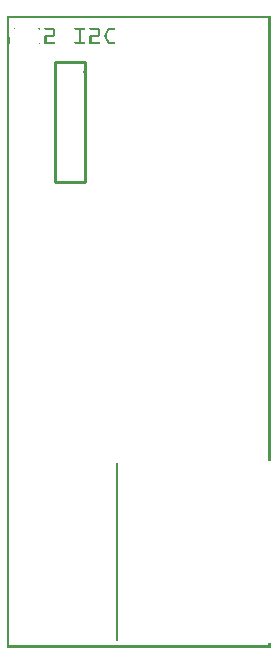
<source format=gbo>
G04 MADE WITH FRITZING*
G04 WWW.FRITZING.ORG*
G04 DOUBLE SIDED*
G04 HOLES PLATED*
G04 CONTOUR ON CENTER OF CONTOUR VECTOR*
%ASAXBY*%
%FSLAX23Y23*%
%MOIN*%
%OFA0B0*%
%SFA1.0B1.0*%
%ADD10C,0.010000*%
%ADD11R,0.001000X0.001000*%
%LNSILK0*%
G90*
G70*
G54D10*
X260Y1952D02*
X260Y1552D01*
D02*
X260Y1552D02*
X160Y1552D01*
D02*
X160Y1552D02*
X160Y1952D01*
D02*
X160Y1952D02*
X260Y1952D01*
G54D11*
X0Y2107D02*
X879Y2107D01*
X0Y2106D02*
X879Y2106D01*
X0Y2105D02*
X879Y2105D01*
X0Y2104D02*
X879Y2104D01*
X0Y2103D02*
X879Y2103D01*
X0Y2102D02*
X879Y2102D01*
X0Y2101D02*
X879Y2101D01*
X0Y2100D02*
X879Y2100D01*
X0Y2099D02*
X7Y2099D01*
X872Y2099D02*
X879Y2099D01*
X0Y2098D02*
X7Y2098D01*
X872Y2098D02*
X879Y2098D01*
X0Y2097D02*
X7Y2097D01*
X872Y2097D02*
X879Y2097D01*
X0Y2096D02*
X7Y2096D01*
X872Y2096D02*
X879Y2096D01*
X0Y2095D02*
X7Y2095D01*
X872Y2095D02*
X879Y2095D01*
X0Y2094D02*
X7Y2094D01*
X872Y2094D02*
X879Y2094D01*
X0Y2093D02*
X7Y2093D01*
X872Y2093D02*
X879Y2093D01*
X0Y2092D02*
X7Y2092D01*
X872Y2092D02*
X879Y2092D01*
X0Y2091D02*
X7Y2091D01*
X872Y2091D02*
X879Y2091D01*
X0Y2090D02*
X7Y2090D01*
X872Y2090D02*
X879Y2090D01*
X0Y2089D02*
X7Y2089D01*
X872Y2089D02*
X879Y2089D01*
X0Y2088D02*
X7Y2088D01*
X872Y2088D02*
X879Y2088D01*
X0Y2087D02*
X7Y2087D01*
X872Y2087D02*
X879Y2087D01*
X0Y2086D02*
X7Y2086D01*
X872Y2086D02*
X879Y2086D01*
X0Y2085D02*
X7Y2085D01*
X872Y2085D02*
X879Y2085D01*
X0Y2084D02*
X7Y2084D01*
X872Y2084D02*
X879Y2084D01*
X0Y2083D02*
X7Y2083D01*
X872Y2083D02*
X879Y2083D01*
X0Y2082D02*
X7Y2082D01*
X872Y2082D02*
X879Y2082D01*
X0Y2081D02*
X7Y2081D01*
X872Y2081D02*
X879Y2081D01*
X0Y2080D02*
X7Y2080D01*
X872Y2080D02*
X879Y2080D01*
X0Y2079D02*
X7Y2079D01*
X872Y2079D02*
X879Y2079D01*
X0Y2078D02*
X7Y2078D01*
X872Y2078D02*
X879Y2078D01*
X0Y2077D02*
X7Y2077D01*
X872Y2077D02*
X879Y2077D01*
X0Y2076D02*
X7Y2076D01*
X872Y2076D02*
X879Y2076D01*
X0Y2075D02*
X7Y2075D01*
X872Y2075D02*
X879Y2075D01*
X0Y2074D02*
X7Y2074D01*
X872Y2074D02*
X879Y2074D01*
X0Y2073D02*
X7Y2073D01*
X872Y2073D02*
X879Y2073D01*
X0Y2072D02*
X7Y2072D01*
X872Y2072D02*
X879Y2072D01*
X0Y2071D02*
X7Y2071D01*
X872Y2071D02*
X879Y2071D01*
X0Y2070D02*
X7Y2070D01*
X872Y2070D02*
X879Y2070D01*
X0Y2069D02*
X7Y2069D01*
X872Y2069D02*
X879Y2069D01*
X0Y2068D02*
X7Y2068D01*
X872Y2068D02*
X879Y2068D01*
X0Y2067D02*
X7Y2067D01*
X28Y2067D02*
X28Y2067D01*
X105Y2067D02*
X108Y2067D01*
X128Y2067D02*
X156Y2067D01*
X228Y2067D02*
X258Y2067D01*
X278Y2067D02*
X306Y2067D01*
X341Y2067D02*
X358Y2067D01*
X872Y2067D02*
X879Y2067D01*
X0Y2066D02*
X7Y2066D01*
X27Y2066D02*
X27Y2066D01*
X106Y2066D02*
X109Y2066D01*
X127Y2066D02*
X157Y2066D01*
X227Y2066D02*
X259Y2066D01*
X277Y2066D02*
X307Y2066D01*
X338Y2066D02*
X359Y2066D01*
X872Y2066D02*
X879Y2066D01*
X0Y2065D02*
X7Y2065D01*
X26Y2065D02*
X26Y2065D01*
X106Y2065D02*
X110Y2065D01*
X126Y2065D02*
X158Y2065D01*
X226Y2065D02*
X260Y2065D01*
X276Y2065D02*
X308Y2065D01*
X337Y2065D02*
X359Y2065D01*
X872Y2065D02*
X879Y2065D01*
X0Y2064D02*
X7Y2064D01*
X107Y2064D02*
X110Y2064D01*
X126Y2064D02*
X159Y2064D01*
X226Y2064D02*
X260Y2064D01*
X276Y2064D02*
X309Y2064D01*
X336Y2064D02*
X360Y2064D01*
X872Y2064D02*
X879Y2064D01*
X0Y2063D02*
X7Y2063D01*
X108Y2063D02*
X109Y2063D01*
X126Y2063D02*
X159Y2063D01*
X226Y2063D02*
X259Y2063D01*
X276Y2063D02*
X309Y2063D01*
X335Y2063D02*
X359Y2063D01*
X872Y2063D02*
X879Y2063D01*
X0Y2062D02*
X7Y2062D01*
X108Y2062D02*
X109Y2062D01*
X127Y2062D02*
X160Y2062D01*
X227Y2062D02*
X259Y2062D01*
X277Y2062D02*
X309Y2062D01*
X335Y2062D02*
X359Y2062D01*
X872Y2062D02*
X879Y2062D01*
X0Y2061D02*
X7Y2061D01*
X128Y2061D02*
X160Y2061D01*
X228Y2061D02*
X257Y2061D01*
X278Y2061D02*
X310Y2061D01*
X334Y2061D02*
X357Y2061D01*
X872Y2061D02*
X879Y2061D01*
X0Y2060D02*
X7Y2060D01*
X154Y2060D02*
X160Y2060D01*
X240Y2060D02*
X246Y2060D01*
X304Y2060D02*
X310Y2060D01*
X334Y2060D02*
X341Y2060D01*
X872Y2060D02*
X879Y2060D01*
X0Y2059D02*
X7Y2059D01*
X154Y2059D02*
X160Y2059D01*
X240Y2059D02*
X246Y2059D01*
X304Y2059D02*
X310Y2059D01*
X333Y2059D02*
X340Y2059D01*
X872Y2059D02*
X879Y2059D01*
X0Y2058D02*
X7Y2058D01*
X154Y2058D02*
X160Y2058D01*
X240Y2058D02*
X246Y2058D01*
X304Y2058D02*
X310Y2058D01*
X333Y2058D02*
X340Y2058D01*
X872Y2058D02*
X879Y2058D01*
X0Y2057D02*
X7Y2057D01*
X154Y2057D02*
X160Y2057D01*
X240Y2057D02*
X246Y2057D01*
X304Y2057D02*
X310Y2057D01*
X332Y2057D02*
X339Y2057D01*
X872Y2057D02*
X879Y2057D01*
X0Y2056D02*
X7Y2056D01*
X154Y2056D02*
X160Y2056D01*
X240Y2056D02*
X246Y2056D01*
X304Y2056D02*
X310Y2056D01*
X332Y2056D02*
X339Y2056D01*
X872Y2056D02*
X879Y2056D01*
X0Y2055D02*
X7Y2055D01*
X154Y2055D02*
X160Y2055D01*
X240Y2055D02*
X246Y2055D01*
X304Y2055D02*
X310Y2055D01*
X331Y2055D02*
X338Y2055D01*
X872Y2055D02*
X879Y2055D01*
X0Y2054D02*
X7Y2054D01*
X154Y2054D02*
X160Y2054D01*
X240Y2054D02*
X246Y2054D01*
X304Y2054D02*
X310Y2054D01*
X331Y2054D02*
X338Y2054D01*
X872Y2054D02*
X879Y2054D01*
X0Y2053D02*
X7Y2053D01*
X154Y2053D02*
X160Y2053D01*
X240Y2053D02*
X246Y2053D01*
X304Y2053D02*
X310Y2053D01*
X330Y2053D02*
X337Y2053D01*
X872Y2053D02*
X879Y2053D01*
X0Y2052D02*
X7Y2052D01*
X154Y2052D02*
X160Y2052D01*
X240Y2052D02*
X246Y2052D01*
X304Y2052D02*
X310Y2052D01*
X330Y2052D02*
X337Y2052D01*
X872Y2052D02*
X879Y2052D01*
X0Y2051D02*
X7Y2051D01*
X154Y2051D02*
X160Y2051D01*
X240Y2051D02*
X246Y2051D01*
X304Y2051D02*
X310Y2051D01*
X329Y2051D02*
X336Y2051D01*
X872Y2051D02*
X879Y2051D01*
X0Y2050D02*
X7Y2050D01*
X154Y2050D02*
X160Y2050D01*
X240Y2050D02*
X246Y2050D01*
X304Y2050D02*
X310Y2050D01*
X329Y2050D02*
X336Y2050D01*
X872Y2050D02*
X879Y2050D01*
X0Y2049D02*
X7Y2049D01*
X154Y2049D02*
X160Y2049D01*
X240Y2049D02*
X246Y2049D01*
X304Y2049D02*
X310Y2049D01*
X328Y2049D02*
X335Y2049D01*
X872Y2049D02*
X879Y2049D01*
X0Y2048D02*
X7Y2048D01*
X154Y2048D02*
X160Y2048D01*
X240Y2048D02*
X246Y2048D01*
X304Y2048D02*
X310Y2048D01*
X328Y2048D02*
X335Y2048D01*
X872Y2048D02*
X879Y2048D01*
X0Y2047D02*
X7Y2047D01*
X154Y2047D02*
X160Y2047D01*
X240Y2047D02*
X246Y2047D01*
X304Y2047D02*
X310Y2047D01*
X327Y2047D02*
X334Y2047D01*
X872Y2047D02*
X879Y2047D01*
X0Y2046D02*
X7Y2046D01*
X154Y2046D02*
X160Y2046D01*
X240Y2046D02*
X246Y2046D01*
X304Y2046D02*
X310Y2046D01*
X327Y2046D02*
X334Y2046D01*
X872Y2046D02*
X879Y2046D01*
X0Y2045D02*
X7Y2045D01*
X154Y2045D02*
X160Y2045D01*
X240Y2045D02*
X246Y2045D01*
X304Y2045D02*
X310Y2045D01*
X327Y2045D02*
X333Y2045D01*
X872Y2045D02*
X879Y2045D01*
X0Y2044D02*
X7Y2044D01*
X132Y2044D02*
X160Y2044D01*
X240Y2044D02*
X246Y2044D01*
X282Y2044D02*
X310Y2044D01*
X326Y2044D02*
X333Y2044D01*
X872Y2044D02*
X879Y2044D01*
X0Y2043D02*
X7Y2043D01*
X129Y2043D02*
X160Y2043D01*
X240Y2043D02*
X246Y2043D01*
X279Y2043D02*
X310Y2043D01*
X326Y2043D02*
X332Y2043D01*
X872Y2043D02*
X879Y2043D01*
X0Y2042D02*
X7Y2042D01*
X128Y2042D02*
X159Y2042D01*
X240Y2042D02*
X246Y2042D01*
X278Y2042D02*
X309Y2042D01*
X326Y2042D02*
X332Y2042D01*
X872Y2042D02*
X879Y2042D01*
X0Y2041D02*
X7Y2041D01*
X127Y2041D02*
X159Y2041D01*
X240Y2041D02*
X246Y2041D01*
X277Y2041D02*
X309Y2041D01*
X326Y2041D02*
X332Y2041D01*
X872Y2041D02*
X879Y2041D01*
X0Y2040D02*
X7Y2040D01*
X127Y2040D02*
X158Y2040D01*
X240Y2040D02*
X246Y2040D01*
X277Y2040D02*
X308Y2040D01*
X326Y2040D02*
X332Y2040D01*
X872Y2040D02*
X879Y2040D01*
X0Y2039D02*
X7Y2039D01*
X126Y2039D02*
X157Y2039D01*
X240Y2039D02*
X246Y2039D01*
X276Y2039D02*
X307Y2039D01*
X326Y2039D02*
X332Y2039D01*
X872Y2039D02*
X879Y2039D01*
X0Y2038D02*
X7Y2038D01*
X126Y2038D02*
X156Y2038D01*
X240Y2038D02*
X246Y2038D01*
X276Y2038D02*
X306Y2038D01*
X326Y2038D02*
X332Y2038D01*
X872Y2038D02*
X879Y2038D01*
X0Y2037D02*
X9Y2037D01*
X126Y2037D02*
X132Y2037D01*
X240Y2037D02*
X246Y2037D01*
X276Y2037D02*
X282Y2037D01*
X326Y2037D02*
X333Y2037D01*
X872Y2037D02*
X879Y2037D01*
X0Y2036D02*
X10Y2036D01*
X126Y2036D02*
X132Y2036D01*
X240Y2036D02*
X246Y2036D01*
X276Y2036D02*
X282Y2036D01*
X327Y2036D02*
X333Y2036D01*
X872Y2036D02*
X879Y2036D01*
X0Y2035D02*
X10Y2035D01*
X126Y2035D02*
X132Y2035D01*
X240Y2035D02*
X246Y2035D01*
X276Y2035D02*
X282Y2035D01*
X327Y2035D02*
X334Y2035D01*
X872Y2035D02*
X879Y2035D01*
X0Y2034D02*
X10Y2034D01*
X126Y2034D02*
X132Y2034D01*
X240Y2034D02*
X246Y2034D01*
X276Y2034D02*
X282Y2034D01*
X328Y2034D02*
X334Y2034D01*
X872Y2034D02*
X879Y2034D01*
X0Y2033D02*
X10Y2033D01*
X126Y2033D02*
X132Y2033D01*
X240Y2033D02*
X246Y2033D01*
X276Y2033D02*
X282Y2033D01*
X328Y2033D02*
X335Y2033D01*
X872Y2033D02*
X879Y2033D01*
X0Y2032D02*
X10Y2032D01*
X126Y2032D02*
X132Y2032D01*
X240Y2032D02*
X246Y2032D01*
X276Y2032D02*
X282Y2032D01*
X328Y2032D02*
X335Y2032D01*
X872Y2032D02*
X879Y2032D01*
X0Y2031D02*
X10Y2031D01*
X126Y2031D02*
X132Y2031D01*
X240Y2031D02*
X246Y2031D01*
X276Y2031D02*
X282Y2031D01*
X329Y2031D02*
X336Y2031D01*
X872Y2031D02*
X879Y2031D01*
X0Y2030D02*
X10Y2030D01*
X126Y2030D02*
X132Y2030D01*
X240Y2030D02*
X246Y2030D01*
X276Y2030D02*
X282Y2030D01*
X329Y2030D02*
X336Y2030D01*
X872Y2030D02*
X879Y2030D01*
X0Y2029D02*
X10Y2029D01*
X126Y2029D02*
X132Y2029D01*
X240Y2029D02*
X246Y2029D01*
X276Y2029D02*
X282Y2029D01*
X330Y2029D02*
X337Y2029D01*
X872Y2029D02*
X879Y2029D01*
X0Y2028D02*
X10Y2028D01*
X126Y2028D02*
X132Y2028D01*
X240Y2028D02*
X246Y2028D01*
X276Y2028D02*
X282Y2028D01*
X330Y2028D02*
X337Y2028D01*
X872Y2028D02*
X879Y2028D01*
X0Y2027D02*
X10Y2027D01*
X126Y2027D02*
X132Y2027D01*
X240Y2027D02*
X246Y2027D01*
X276Y2027D02*
X282Y2027D01*
X331Y2027D02*
X338Y2027D01*
X872Y2027D02*
X879Y2027D01*
X0Y2026D02*
X10Y2026D01*
X126Y2026D02*
X132Y2026D01*
X240Y2026D02*
X246Y2026D01*
X276Y2026D02*
X282Y2026D01*
X331Y2026D02*
X338Y2026D01*
X872Y2026D02*
X879Y2026D01*
X0Y2025D02*
X10Y2025D01*
X126Y2025D02*
X132Y2025D01*
X240Y2025D02*
X246Y2025D01*
X276Y2025D02*
X282Y2025D01*
X332Y2025D02*
X339Y2025D01*
X872Y2025D02*
X879Y2025D01*
X0Y2024D02*
X10Y2024D01*
X126Y2024D02*
X132Y2024D01*
X240Y2024D02*
X246Y2024D01*
X276Y2024D02*
X282Y2024D01*
X332Y2024D02*
X339Y2024D01*
X872Y2024D02*
X879Y2024D01*
X0Y2023D02*
X10Y2023D01*
X126Y2023D02*
X132Y2023D01*
X240Y2023D02*
X246Y2023D01*
X276Y2023D02*
X282Y2023D01*
X333Y2023D02*
X340Y2023D01*
X872Y2023D02*
X879Y2023D01*
X0Y2022D02*
X10Y2022D01*
X126Y2022D02*
X132Y2022D01*
X240Y2022D02*
X246Y2022D01*
X276Y2022D02*
X282Y2022D01*
X333Y2022D02*
X340Y2022D01*
X872Y2022D02*
X879Y2022D01*
X0Y2021D02*
X10Y2021D01*
X126Y2021D02*
X132Y2021D01*
X240Y2021D02*
X246Y2021D01*
X276Y2021D02*
X282Y2021D01*
X334Y2021D02*
X341Y2021D01*
X872Y2021D02*
X879Y2021D01*
X0Y2020D02*
X10Y2020D01*
X126Y2020D02*
X158Y2020D01*
X228Y2020D02*
X258Y2020D01*
X276Y2020D02*
X308Y2020D01*
X334Y2020D02*
X358Y2020D01*
X872Y2020D02*
X879Y2020D01*
X0Y2019D02*
X10Y2019D01*
X126Y2019D02*
X159Y2019D01*
X227Y2019D02*
X259Y2019D01*
X276Y2019D02*
X309Y2019D01*
X335Y2019D02*
X359Y2019D01*
X872Y2019D02*
X879Y2019D01*
X0Y2018D02*
X10Y2018D01*
X126Y2018D02*
X160Y2018D01*
X226Y2018D02*
X259Y2018D01*
X276Y2018D02*
X309Y2018D01*
X336Y2018D02*
X359Y2018D01*
X872Y2018D02*
X879Y2018D01*
X0Y2017D02*
X10Y2017D01*
X110Y2017D02*
X110Y2017D01*
X126Y2017D02*
X160Y2017D01*
X226Y2017D02*
X260Y2017D01*
X276Y2017D02*
X310Y2017D01*
X337Y2017D02*
X360Y2017D01*
X872Y2017D02*
X879Y2017D01*
X0Y2016D02*
X10Y2016D01*
X110Y2016D02*
X110Y2016D01*
X126Y2016D02*
X160Y2016D01*
X226Y2016D02*
X259Y2016D01*
X276Y2016D02*
X309Y2016D01*
X338Y2016D02*
X359Y2016D01*
X872Y2016D02*
X879Y2016D01*
X0Y2015D02*
X9Y2015D01*
X109Y2015D02*
X109Y2015D01*
X126Y2015D02*
X159Y2015D01*
X227Y2015D02*
X259Y2015D01*
X276Y2015D02*
X309Y2015D01*
X339Y2015D02*
X359Y2015D01*
X872Y2015D02*
X879Y2015D01*
X0Y2014D02*
X8Y2014D01*
X126Y2014D02*
X158Y2014D01*
X228Y2014D02*
X258Y2014D01*
X276Y2014D02*
X308Y2014D01*
X341Y2014D02*
X358Y2014D01*
X872Y2014D02*
X879Y2014D01*
X0Y2013D02*
X7Y2013D01*
X872Y2013D02*
X879Y2013D01*
X0Y2012D02*
X7Y2012D01*
X872Y2012D02*
X879Y2012D01*
X0Y2011D02*
X7Y2011D01*
X872Y2011D02*
X879Y2011D01*
X0Y2010D02*
X7Y2010D01*
X872Y2010D02*
X879Y2010D01*
X0Y2009D02*
X7Y2009D01*
X872Y2009D02*
X879Y2009D01*
X0Y2008D02*
X7Y2008D01*
X872Y2008D02*
X879Y2008D01*
X0Y2007D02*
X7Y2007D01*
X872Y2007D02*
X879Y2007D01*
X0Y2006D02*
X7Y2006D01*
X872Y2006D02*
X879Y2006D01*
X0Y2005D02*
X7Y2005D01*
X872Y2005D02*
X879Y2005D01*
X0Y2004D02*
X7Y2004D01*
X872Y2004D02*
X879Y2004D01*
X0Y2003D02*
X7Y2003D01*
X872Y2003D02*
X879Y2003D01*
X0Y2002D02*
X7Y2002D01*
X872Y2002D02*
X879Y2002D01*
X0Y2001D02*
X7Y2001D01*
X872Y2001D02*
X879Y2001D01*
X0Y2000D02*
X7Y2000D01*
X872Y2000D02*
X879Y2000D01*
X0Y1999D02*
X7Y1999D01*
X872Y1999D02*
X879Y1999D01*
X0Y1998D02*
X7Y1998D01*
X872Y1998D02*
X879Y1998D01*
X0Y1997D02*
X7Y1997D01*
X872Y1997D02*
X879Y1997D01*
X0Y1996D02*
X7Y1996D01*
X872Y1996D02*
X879Y1996D01*
X0Y1995D02*
X7Y1995D01*
X872Y1995D02*
X879Y1995D01*
X0Y1994D02*
X7Y1994D01*
X872Y1994D02*
X879Y1994D01*
X0Y1993D02*
X7Y1993D01*
X872Y1993D02*
X879Y1993D01*
X0Y1992D02*
X7Y1992D01*
X872Y1992D02*
X879Y1992D01*
X0Y1991D02*
X7Y1991D01*
X872Y1991D02*
X879Y1991D01*
X0Y1990D02*
X7Y1990D01*
X872Y1990D02*
X879Y1990D01*
X0Y1989D02*
X7Y1989D01*
X872Y1989D02*
X879Y1989D01*
X0Y1988D02*
X7Y1988D01*
X872Y1988D02*
X879Y1988D01*
X0Y1987D02*
X7Y1987D01*
X872Y1987D02*
X879Y1987D01*
X0Y1986D02*
X7Y1986D01*
X872Y1986D02*
X879Y1986D01*
X0Y1985D02*
X7Y1985D01*
X872Y1985D02*
X879Y1985D01*
X0Y1984D02*
X7Y1984D01*
X872Y1984D02*
X879Y1984D01*
X0Y1983D02*
X7Y1983D01*
X872Y1983D02*
X879Y1983D01*
X0Y1982D02*
X7Y1982D01*
X872Y1982D02*
X879Y1982D01*
X0Y1981D02*
X7Y1981D01*
X872Y1981D02*
X879Y1981D01*
X0Y1980D02*
X7Y1980D01*
X872Y1980D02*
X879Y1980D01*
X0Y1979D02*
X7Y1979D01*
X872Y1979D02*
X879Y1979D01*
X0Y1978D02*
X7Y1978D01*
X872Y1978D02*
X879Y1978D01*
X0Y1977D02*
X7Y1977D01*
X872Y1977D02*
X879Y1977D01*
X0Y1976D02*
X7Y1976D01*
X872Y1976D02*
X879Y1976D01*
X0Y1975D02*
X7Y1975D01*
X872Y1975D02*
X879Y1975D01*
X0Y1974D02*
X7Y1974D01*
X872Y1974D02*
X879Y1974D01*
X0Y1973D02*
X7Y1973D01*
X872Y1973D02*
X879Y1973D01*
X0Y1972D02*
X7Y1972D01*
X872Y1972D02*
X879Y1972D01*
X0Y1971D02*
X7Y1971D01*
X872Y1971D02*
X879Y1971D01*
X0Y1970D02*
X7Y1970D01*
X872Y1970D02*
X879Y1970D01*
X0Y1969D02*
X7Y1969D01*
X872Y1969D02*
X879Y1969D01*
X0Y1968D02*
X7Y1968D01*
X872Y1968D02*
X879Y1968D01*
X0Y1967D02*
X7Y1967D01*
X872Y1967D02*
X879Y1967D01*
X0Y1966D02*
X7Y1966D01*
X872Y1966D02*
X879Y1966D01*
X0Y1965D02*
X7Y1965D01*
X872Y1965D02*
X879Y1965D01*
X0Y1964D02*
X7Y1964D01*
X872Y1964D02*
X879Y1964D01*
X0Y1963D02*
X7Y1963D01*
X872Y1963D02*
X879Y1963D01*
X0Y1962D02*
X7Y1962D01*
X872Y1962D02*
X879Y1962D01*
X0Y1961D02*
X7Y1961D01*
X872Y1961D02*
X879Y1961D01*
X0Y1960D02*
X7Y1960D01*
X872Y1960D02*
X879Y1960D01*
X0Y1959D02*
X7Y1959D01*
X872Y1959D02*
X879Y1959D01*
X0Y1958D02*
X7Y1958D01*
X872Y1958D02*
X879Y1958D01*
X0Y1957D02*
X7Y1957D01*
X872Y1957D02*
X879Y1957D01*
X0Y1956D02*
X7Y1956D01*
X872Y1956D02*
X879Y1956D01*
X0Y1955D02*
X7Y1955D01*
X872Y1955D02*
X879Y1955D01*
X0Y1954D02*
X7Y1954D01*
X225Y1954D02*
X226Y1954D01*
X872Y1954D02*
X879Y1954D01*
X0Y1953D02*
X7Y1953D01*
X224Y1953D02*
X227Y1953D01*
X872Y1953D02*
X879Y1953D01*
X0Y1952D02*
X7Y1952D01*
X223Y1952D02*
X228Y1952D01*
X872Y1952D02*
X879Y1952D01*
X0Y1951D02*
X7Y1951D01*
X223Y1951D02*
X229Y1951D01*
X872Y1951D02*
X879Y1951D01*
X0Y1950D02*
X7Y1950D01*
X224Y1950D02*
X230Y1950D01*
X872Y1950D02*
X879Y1950D01*
X0Y1949D02*
X7Y1949D01*
X225Y1949D02*
X231Y1949D01*
X872Y1949D02*
X879Y1949D01*
X0Y1948D02*
X7Y1948D01*
X226Y1948D02*
X232Y1948D01*
X872Y1948D02*
X879Y1948D01*
X0Y1947D02*
X7Y1947D01*
X872Y1947D02*
X879Y1947D01*
X0Y1946D02*
X7Y1946D01*
X872Y1946D02*
X879Y1946D01*
X0Y1945D02*
X7Y1945D01*
X872Y1945D02*
X879Y1945D01*
X0Y1944D02*
X7Y1944D01*
X872Y1944D02*
X879Y1944D01*
X0Y1943D02*
X7Y1943D01*
X872Y1943D02*
X879Y1943D01*
X0Y1942D02*
X7Y1942D01*
X872Y1942D02*
X879Y1942D01*
X0Y1941D02*
X7Y1941D01*
X872Y1941D02*
X879Y1941D01*
X0Y1940D02*
X7Y1940D01*
X872Y1940D02*
X879Y1940D01*
X0Y1939D02*
X7Y1939D01*
X872Y1939D02*
X879Y1939D01*
X0Y1938D02*
X7Y1938D01*
X872Y1938D02*
X879Y1938D01*
X0Y1937D02*
X7Y1937D01*
X872Y1937D02*
X879Y1937D01*
X0Y1936D02*
X7Y1936D01*
X872Y1936D02*
X879Y1936D01*
X0Y1935D02*
X7Y1935D01*
X872Y1935D02*
X879Y1935D01*
X0Y1934D02*
X7Y1934D01*
X872Y1934D02*
X879Y1934D01*
X0Y1933D02*
X7Y1933D01*
X872Y1933D02*
X879Y1933D01*
X0Y1932D02*
X7Y1932D01*
X872Y1932D02*
X879Y1932D01*
X0Y1931D02*
X7Y1931D01*
X872Y1931D02*
X879Y1931D01*
X0Y1930D02*
X7Y1930D01*
X872Y1930D02*
X879Y1930D01*
X0Y1929D02*
X7Y1929D01*
X872Y1929D02*
X879Y1929D01*
X0Y1928D02*
X7Y1928D01*
X872Y1928D02*
X879Y1928D01*
X0Y1927D02*
X7Y1927D01*
X253Y1927D02*
X253Y1927D01*
X872Y1927D02*
X879Y1927D01*
X0Y1926D02*
X7Y1926D01*
X253Y1926D02*
X254Y1926D01*
X872Y1926D02*
X879Y1926D01*
X0Y1925D02*
X7Y1925D01*
X253Y1925D02*
X255Y1925D01*
X872Y1925D02*
X879Y1925D01*
X0Y1924D02*
X7Y1924D01*
X253Y1924D02*
X256Y1924D01*
X872Y1924D02*
X879Y1924D01*
X0Y1923D02*
X7Y1923D01*
X253Y1923D02*
X257Y1923D01*
X872Y1923D02*
X879Y1923D01*
X0Y1922D02*
X7Y1922D01*
X253Y1922D02*
X258Y1922D01*
X872Y1922D02*
X879Y1922D01*
X0Y1921D02*
X7Y1921D01*
X253Y1921D02*
X259Y1921D01*
X872Y1921D02*
X879Y1921D01*
X0Y1920D02*
X7Y1920D01*
X254Y1920D02*
X260Y1920D01*
X872Y1920D02*
X879Y1920D01*
X0Y1919D02*
X7Y1919D01*
X255Y1919D02*
X259Y1919D01*
X872Y1919D02*
X879Y1919D01*
X0Y1918D02*
X7Y1918D01*
X256Y1918D02*
X258Y1918D01*
X872Y1918D02*
X879Y1918D01*
X0Y1917D02*
X7Y1917D01*
X257Y1917D02*
X257Y1917D01*
X872Y1917D02*
X879Y1917D01*
X0Y1916D02*
X7Y1916D01*
X872Y1916D02*
X879Y1916D01*
X0Y1915D02*
X7Y1915D01*
X872Y1915D02*
X879Y1915D01*
X0Y1914D02*
X7Y1914D01*
X872Y1914D02*
X879Y1914D01*
X0Y1913D02*
X7Y1913D01*
X872Y1913D02*
X879Y1913D01*
X0Y1912D02*
X7Y1912D01*
X872Y1912D02*
X879Y1912D01*
X0Y1911D02*
X7Y1911D01*
X872Y1911D02*
X879Y1911D01*
X0Y1910D02*
X7Y1910D01*
X872Y1910D02*
X879Y1910D01*
X0Y1909D02*
X7Y1909D01*
X872Y1909D02*
X879Y1909D01*
X0Y1908D02*
X7Y1908D01*
X872Y1908D02*
X879Y1908D01*
X0Y1907D02*
X7Y1907D01*
X872Y1907D02*
X879Y1907D01*
X0Y1906D02*
X7Y1906D01*
X872Y1906D02*
X879Y1906D01*
X0Y1905D02*
X7Y1905D01*
X872Y1905D02*
X879Y1905D01*
X0Y1904D02*
X7Y1904D01*
X872Y1904D02*
X879Y1904D01*
X0Y1903D02*
X7Y1903D01*
X872Y1903D02*
X879Y1903D01*
X0Y1902D02*
X7Y1902D01*
X872Y1902D02*
X879Y1902D01*
X0Y1901D02*
X7Y1901D01*
X872Y1901D02*
X879Y1901D01*
X0Y1900D02*
X7Y1900D01*
X872Y1900D02*
X879Y1900D01*
X0Y1899D02*
X7Y1899D01*
X872Y1899D02*
X879Y1899D01*
X0Y1898D02*
X7Y1898D01*
X872Y1898D02*
X879Y1898D01*
X0Y1897D02*
X7Y1897D01*
X872Y1897D02*
X879Y1897D01*
X0Y1896D02*
X7Y1896D01*
X872Y1896D02*
X879Y1896D01*
X0Y1895D02*
X7Y1895D01*
X872Y1895D02*
X879Y1895D01*
X0Y1894D02*
X7Y1894D01*
X872Y1894D02*
X879Y1894D01*
X0Y1893D02*
X7Y1893D01*
X872Y1893D02*
X879Y1893D01*
X0Y1892D02*
X7Y1892D01*
X872Y1892D02*
X879Y1892D01*
X0Y1891D02*
X7Y1891D01*
X872Y1891D02*
X879Y1891D01*
X0Y1890D02*
X7Y1890D01*
X872Y1890D02*
X879Y1890D01*
X0Y1889D02*
X7Y1889D01*
X872Y1889D02*
X879Y1889D01*
X0Y1888D02*
X7Y1888D01*
X872Y1888D02*
X879Y1888D01*
X0Y1887D02*
X7Y1887D01*
X872Y1887D02*
X879Y1887D01*
X0Y1886D02*
X7Y1886D01*
X872Y1886D02*
X879Y1886D01*
X0Y1885D02*
X7Y1885D01*
X872Y1885D02*
X879Y1885D01*
X0Y1884D02*
X7Y1884D01*
X872Y1884D02*
X879Y1884D01*
X0Y1883D02*
X7Y1883D01*
X872Y1883D02*
X879Y1883D01*
X0Y1882D02*
X7Y1882D01*
X872Y1882D02*
X879Y1882D01*
X0Y1881D02*
X7Y1881D01*
X872Y1881D02*
X879Y1881D01*
X0Y1880D02*
X7Y1880D01*
X872Y1880D02*
X879Y1880D01*
X0Y1879D02*
X7Y1879D01*
X872Y1879D02*
X879Y1879D01*
X0Y1878D02*
X7Y1878D01*
X872Y1878D02*
X879Y1878D01*
X0Y1877D02*
X7Y1877D01*
X872Y1877D02*
X879Y1877D01*
X0Y1876D02*
X7Y1876D01*
X872Y1876D02*
X879Y1876D01*
X0Y1875D02*
X7Y1875D01*
X872Y1875D02*
X879Y1875D01*
X0Y1874D02*
X7Y1874D01*
X872Y1874D02*
X879Y1874D01*
X0Y1873D02*
X7Y1873D01*
X872Y1873D02*
X879Y1873D01*
X0Y1872D02*
X7Y1872D01*
X872Y1872D02*
X879Y1872D01*
X0Y1871D02*
X7Y1871D01*
X872Y1871D02*
X879Y1871D01*
X0Y1870D02*
X7Y1870D01*
X872Y1870D02*
X879Y1870D01*
X0Y1869D02*
X7Y1869D01*
X872Y1869D02*
X879Y1869D01*
X0Y1868D02*
X7Y1868D01*
X872Y1868D02*
X879Y1868D01*
X0Y1867D02*
X7Y1867D01*
X872Y1867D02*
X879Y1867D01*
X0Y1866D02*
X7Y1866D01*
X872Y1866D02*
X879Y1866D01*
X0Y1865D02*
X7Y1865D01*
X872Y1865D02*
X879Y1865D01*
X0Y1864D02*
X7Y1864D01*
X872Y1864D02*
X879Y1864D01*
X0Y1863D02*
X7Y1863D01*
X872Y1863D02*
X879Y1863D01*
X0Y1862D02*
X7Y1862D01*
X872Y1862D02*
X879Y1862D01*
X0Y1861D02*
X7Y1861D01*
X872Y1861D02*
X879Y1861D01*
X0Y1860D02*
X7Y1860D01*
X872Y1860D02*
X879Y1860D01*
X0Y1859D02*
X7Y1859D01*
X872Y1859D02*
X879Y1859D01*
X0Y1858D02*
X7Y1858D01*
X872Y1858D02*
X879Y1858D01*
X0Y1857D02*
X7Y1857D01*
X872Y1857D02*
X879Y1857D01*
X0Y1856D02*
X7Y1856D01*
X872Y1856D02*
X879Y1856D01*
X0Y1855D02*
X7Y1855D01*
X872Y1855D02*
X879Y1855D01*
X0Y1854D02*
X7Y1854D01*
X872Y1854D02*
X879Y1854D01*
X0Y1853D02*
X7Y1853D01*
X872Y1853D02*
X879Y1853D01*
X0Y1852D02*
X7Y1852D01*
X872Y1852D02*
X879Y1852D01*
X0Y1851D02*
X7Y1851D01*
X872Y1851D02*
X879Y1851D01*
X0Y1850D02*
X7Y1850D01*
X872Y1850D02*
X879Y1850D01*
X0Y1849D02*
X7Y1849D01*
X872Y1849D02*
X879Y1849D01*
X0Y1848D02*
X7Y1848D01*
X872Y1848D02*
X879Y1848D01*
X0Y1847D02*
X7Y1847D01*
X872Y1847D02*
X879Y1847D01*
X0Y1846D02*
X7Y1846D01*
X872Y1846D02*
X879Y1846D01*
X0Y1845D02*
X7Y1845D01*
X872Y1845D02*
X879Y1845D01*
X0Y1844D02*
X7Y1844D01*
X872Y1844D02*
X879Y1844D01*
X0Y1843D02*
X7Y1843D01*
X872Y1843D02*
X879Y1843D01*
X0Y1842D02*
X7Y1842D01*
X872Y1842D02*
X879Y1842D01*
X0Y1841D02*
X7Y1841D01*
X872Y1841D02*
X879Y1841D01*
X0Y1840D02*
X7Y1840D01*
X872Y1840D02*
X879Y1840D01*
X0Y1839D02*
X7Y1839D01*
X872Y1839D02*
X879Y1839D01*
X0Y1838D02*
X7Y1838D01*
X872Y1838D02*
X879Y1838D01*
X0Y1837D02*
X7Y1837D01*
X872Y1837D02*
X879Y1837D01*
X0Y1836D02*
X7Y1836D01*
X872Y1836D02*
X879Y1836D01*
X0Y1835D02*
X7Y1835D01*
X872Y1835D02*
X879Y1835D01*
X0Y1834D02*
X7Y1834D01*
X872Y1834D02*
X879Y1834D01*
X0Y1833D02*
X7Y1833D01*
X872Y1833D02*
X879Y1833D01*
X0Y1832D02*
X7Y1832D01*
X872Y1832D02*
X879Y1832D01*
X0Y1831D02*
X7Y1831D01*
X872Y1831D02*
X879Y1831D01*
X0Y1830D02*
X7Y1830D01*
X872Y1830D02*
X879Y1830D01*
X0Y1829D02*
X7Y1829D01*
X872Y1829D02*
X879Y1829D01*
X0Y1828D02*
X7Y1828D01*
X872Y1828D02*
X879Y1828D01*
X0Y1827D02*
X7Y1827D01*
X872Y1827D02*
X879Y1827D01*
X0Y1826D02*
X7Y1826D01*
X872Y1826D02*
X879Y1826D01*
X0Y1825D02*
X7Y1825D01*
X872Y1825D02*
X879Y1825D01*
X0Y1824D02*
X7Y1824D01*
X872Y1824D02*
X879Y1824D01*
X0Y1823D02*
X7Y1823D01*
X872Y1823D02*
X879Y1823D01*
X0Y1822D02*
X7Y1822D01*
X872Y1822D02*
X879Y1822D01*
X0Y1821D02*
X7Y1821D01*
X872Y1821D02*
X879Y1821D01*
X0Y1820D02*
X7Y1820D01*
X872Y1820D02*
X879Y1820D01*
X0Y1819D02*
X7Y1819D01*
X872Y1819D02*
X879Y1819D01*
X0Y1818D02*
X7Y1818D01*
X872Y1818D02*
X879Y1818D01*
X0Y1817D02*
X7Y1817D01*
X872Y1817D02*
X879Y1817D01*
X0Y1816D02*
X7Y1816D01*
X872Y1816D02*
X879Y1816D01*
X0Y1815D02*
X7Y1815D01*
X872Y1815D02*
X879Y1815D01*
X0Y1814D02*
X7Y1814D01*
X872Y1814D02*
X879Y1814D01*
X0Y1813D02*
X7Y1813D01*
X872Y1813D02*
X879Y1813D01*
X0Y1812D02*
X7Y1812D01*
X872Y1812D02*
X879Y1812D01*
X0Y1811D02*
X7Y1811D01*
X872Y1811D02*
X879Y1811D01*
X0Y1810D02*
X7Y1810D01*
X872Y1810D02*
X879Y1810D01*
X0Y1809D02*
X7Y1809D01*
X872Y1809D02*
X879Y1809D01*
X0Y1808D02*
X7Y1808D01*
X872Y1808D02*
X879Y1808D01*
X0Y1807D02*
X7Y1807D01*
X872Y1807D02*
X879Y1807D01*
X0Y1806D02*
X7Y1806D01*
X872Y1806D02*
X879Y1806D01*
X0Y1805D02*
X7Y1805D01*
X872Y1805D02*
X879Y1805D01*
X0Y1804D02*
X7Y1804D01*
X872Y1804D02*
X879Y1804D01*
X0Y1803D02*
X7Y1803D01*
X872Y1803D02*
X879Y1803D01*
X0Y1802D02*
X7Y1802D01*
X872Y1802D02*
X879Y1802D01*
X0Y1801D02*
X7Y1801D01*
X872Y1801D02*
X879Y1801D01*
X0Y1800D02*
X7Y1800D01*
X872Y1800D02*
X879Y1800D01*
X0Y1799D02*
X7Y1799D01*
X872Y1799D02*
X879Y1799D01*
X0Y1798D02*
X7Y1798D01*
X872Y1798D02*
X879Y1798D01*
X0Y1797D02*
X7Y1797D01*
X872Y1797D02*
X879Y1797D01*
X0Y1796D02*
X7Y1796D01*
X872Y1796D02*
X879Y1796D01*
X0Y1795D02*
X7Y1795D01*
X872Y1795D02*
X879Y1795D01*
X0Y1794D02*
X7Y1794D01*
X872Y1794D02*
X879Y1794D01*
X0Y1793D02*
X7Y1793D01*
X872Y1793D02*
X879Y1793D01*
X0Y1792D02*
X7Y1792D01*
X872Y1792D02*
X879Y1792D01*
X0Y1791D02*
X7Y1791D01*
X872Y1791D02*
X879Y1791D01*
X0Y1790D02*
X7Y1790D01*
X872Y1790D02*
X879Y1790D01*
X0Y1789D02*
X7Y1789D01*
X872Y1789D02*
X879Y1789D01*
X0Y1788D02*
X7Y1788D01*
X872Y1788D02*
X879Y1788D01*
X0Y1787D02*
X7Y1787D01*
X872Y1787D02*
X879Y1787D01*
X0Y1786D02*
X7Y1786D01*
X872Y1786D02*
X879Y1786D01*
X0Y1785D02*
X7Y1785D01*
X872Y1785D02*
X879Y1785D01*
X0Y1784D02*
X7Y1784D01*
X872Y1784D02*
X879Y1784D01*
X0Y1783D02*
X7Y1783D01*
X872Y1783D02*
X879Y1783D01*
X0Y1782D02*
X7Y1782D01*
X872Y1782D02*
X879Y1782D01*
X0Y1781D02*
X7Y1781D01*
X872Y1781D02*
X879Y1781D01*
X0Y1780D02*
X7Y1780D01*
X872Y1780D02*
X879Y1780D01*
X0Y1779D02*
X7Y1779D01*
X872Y1779D02*
X879Y1779D01*
X0Y1778D02*
X7Y1778D01*
X872Y1778D02*
X879Y1778D01*
X0Y1777D02*
X7Y1777D01*
X872Y1777D02*
X879Y1777D01*
X0Y1776D02*
X7Y1776D01*
X872Y1776D02*
X879Y1776D01*
X0Y1775D02*
X7Y1775D01*
X872Y1775D02*
X879Y1775D01*
X0Y1774D02*
X7Y1774D01*
X872Y1774D02*
X879Y1774D01*
X0Y1773D02*
X7Y1773D01*
X872Y1773D02*
X879Y1773D01*
X0Y1772D02*
X7Y1772D01*
X872Y1772D02*
X879Y1772D01*
X0Y1771D02*
X7Y1771D01*
X872Y1771D02*
X879Y1771D01*
X0Y1770D02*
X7Y1770D01*
X872Y1770D02*
X879Y1770D01*
X0Y1769D02*
X7Y1769D01*
X872Y1769D02*
X879Y1769D01*
X0Y1768D02*
X7Y1768D01*
X872Y1768D02*
X879Y1768D01*
X0Y1767D02*
X7Y1767D01*
X872Y1767D02*
X879Y1767D01*
X0Y1766D02*
X7Y1766D01*
X872Y1766D02*
X879Y1766D01*
X0Y1765D02*
X7Y1765D01*
X872Y1765D02*
X879Y1765D01*
X0Y1764D02*
X7Y1764D01*
X872Y1764D02*
X879Y1764D01*
X0Y1763D02*
X7Y1763D01*
X872Y1763D02*
X879Y1763D01*
X0Y1762D02*
X7Y1762D01*
X872Y1762D02*
X879Y1762D01*
X0Y1761D02*
X7Y1761D01*
X872Y1761D02*
X879Y1761D01*
X0Y1760D02*
X7Y1760D01*
X872Y1760D02*
X879Y1760D01*
X0Y1759D02*
X7Y1759D01*
X872Y1759D02*
X879Y1759D01*
X0Y1758D02*
X7Y1758D01*
X872Y1758D02*
X879Y1758D01*
X0Y1757D02*
X7Y1757D01*
X872Y1757D02*
X879Y1757D01*
X0Y1756D02*
X7Y1756D01*
X872Y1756D02*
X879Y1756D01*
X0Y1755D02*
X7Y1755D01*
X872Y1755D02*
X879Y1755D01*
X0Y1754D02*
X7Y1754D01*
X872Y1754D02*
X879Y1754D01*
X0Y1753D02*
X7Y1753D01*
X872Y1753D02*
X879Y1753D01*
X0Y1752D02*
X7Y1752D01*
X872Y1752D02*
X879Y1752D01*
X0Y1751D02*
X7Y1751D01*
X872Y1751D02*
X879Y1751D01*
X0Y1750D02*
X7Y1750D01*
X872Y1750D02*
X879Y1750D01*
X0Y1749D02*
X7Y1749D01*
X872Y1749D02*
X879Y1749D01*
X0Y1748D02*
X7Y1748D01*
X872Y1748D02*
X879Y1748D01*
X0Y1747D02*
X7Y1747D01*
X872Y1747D02*
X879Y1747D01*
X0Y1746D02*
X7Y1746D01*
X872Y1746D02*
X879Y1746D01*
X0Y1745D02*
X7Y1745D01*
X872Y1745D02*
X879Y1745D01*
X0Y1744D02*
X7Y1744D01*
X872Y1744D02*
X879Y1744D01*
X0Y1743D02*
X7Y1743D01*
X872Y1743D02*
X879Y1743D01*
X0Y1742D02*
X7Y1742D01*
X872Y1742D02*
X879Y1742D01*
X0Y1741D02*
X7Y1741D01*
X872Y1741D02*
X879Y1741D01*
X0Y1740D02*
X7Y1740D01*
X872Y1740D02*
X879Y1740D01*
X0Y1739D02*
X7Y1739D01*
X872Y1739D02*
X879Y1739D01*
X0Y1738D02*
X7Y1738D01*
X872Y1738D02*
X879Y1738D01*
X0Y1737D02*
X7Y1737D01*
X872Y1737D02*
X879Y1737D01*
X0Y1736D02*
X7Y1736D01*
X872Y1736D02*
X879Y1736D01*
X0Y1735D02*
X7Y1735D01*
X872Y1735D02*
X879Y1735D01*
X0Y1734D02*
X7Y1734D01*
X872Y1734D02*
X879Y1734D01*
X0Y1733D02*
X7Y1733D01*
X872Y1733D02*
X879Y1733D01*
X0Y1732D02*
X7Y1732D01*
X872Y1732D02*
X879Y1732D01*
X0Y1731D02*
X7Y1731D01*
X872Y1731D02*
X879Y1731D01*
X0Y1730D02*
X7Y1730D01*
X872Y1730D02*
X879Y1730D01*
X0Y1729D02*
X7Y1729D01*
X872Y1729D02*
X879Y1729D01*
X0Y1728D02*
X7Y1728D01*
X872Y1728D02*
X879Y1728D01*
X0Y1727D02*
X7Y1727D01*
X872Y1727D02*
X879Y1727D01*
X0Y1726D02*
X7Y1726D01*
X872Y1726D02*
X879Y1726D01*
X0Y1725D02*
X7Y1725D01*
X872Y1725D02*
X879Y1725D01*
X0Y1724D02*
X7Y1724D01*
X872Y1724D02*
X879Y1724D01*
X0Y1723D02*
X7Y1723D01*
X872Y1723D02*
X879Y1723D01*
X0Y1722D02*
X7Y1722D01*
X872Y1722D02*
X879Y1722D01*
X0Y1721D02*
X7Y1721D01*
X872Y1721D02*
X879Y1721D01*
X0Y1720D02*
X7Y1720D01*
X872Y1720D02*
X879Y1720D01*
X0Y1719D02*
X7Y1719D01*
X872Y1719D02*
X879Y1719D01*
X0Y1718D02*
X7Y1718D01*
X872Y1718D02*
X879Y1718D01*
X0Y1717D02*
X7Y1717D01*
X872Y1717D02*
X879Y1717D01*
X0Y1716D02*
X7Y1716D01*
X872Y1716D02*
X879Y1716D01*
X0Y1715D02*
X7Y1715D01*
X872Y1715D02*
X879Y1715D01*
X0Y1714D02*
X7Y1714D01*
X872Y1714D02*
X879Y1714D01*
X0Y1713D02*
X7Y1713D01*
X872Y1713D02*
X879Y1713D01*
X0Y1712D02*
X7Y1712D01*
X872Y1712D02*
X879Y1712D01*
X0Y1711D02*
X7Y1711D01*
X872Y1711D02*
X879Y1711D01*
X0Y1710D02*
X7Y1710D01*
X872Y1710D02*
X879Y1710D01*
X0Y1709D02*
X7Y1709D01*
X872Y1709D02*
X879Y1709D01*
X0Y1708D02*
X7Y1708D01*
X872Y1708D02*
X879Y1708D01*
X0Y1707D02*
X7Y1707D01*
X872Y1707D02*
X879Y1707D01*
X0Y1706D02*
X7Y1706D01*
X872Y1706D02*
X879Y1706D01*
X0Y1705D02*
X7Y1705D01*
X872Y1705D02*
X879Y1705D01*
X0Y1704D02*
X7Y1704D01*
X872Y1704D02*
X879Y1704D01*
X0Y1703D02*
X7Y1703D01*
X872Y1703D02*
X879Y1703D01*
X0Y1702D02*
X7Y1702D01*
X872Y1702D02*
X879Y1702D01*
X0Y1701D02*
X7Y1701D01*
X872Y1701D02*
X879Y1701D01*
X0Y1700D02*
X7Y1700D01*
X872Y1700D02*
X879Y1700D01*
X0Y1699D02*
X7Y1699D01*
X872Y1699D02*
X879Y1699D01*
X0Y1698D02*
X7Y1698D01*
X872Y1698D02*
X879Y1698D01*
X0Y1697D02*
X7Y1697D01*
X872Y1697D02*
X879Y1697D01*
X0Y1696D02*
X7Y1696D01*
X872Y1696D02*
X879Y1696D01*
X0Y1695D02*
X7Y1695D01*
X872Y1695D02*
X879Y1695D01*
X0Y1694D02*
X7Y1694D01*
X872Y1694D02*
X879Y1694D01*
X0Y1693D02*
X7Y1693D01*
X872Y1693D02*
X879Y1693D01*
X0Y1692D02*
X7Y1692D01*
X872Y1692D02*
X879Y1692D01*
X0Y1691D02*
X7Y1691D01*
X872Y1691D02*
X879Y1691D01*
X0Y1690D02*
X7Y1690D01*
X872Y1690D02*
X879Y1690D01*
X0Y1689D02*
X7Y1689D01*
X872Y1689D02*
X879Y1689D01*
X0Y1688D02*
X7Y1688D01*
X872Y1688D02*
X879Y1688D01*
X0Y1687D02*
X7Y1687D01*
X872Y1687D02*
X879Y1687D01*
X0Y1686D02*
X7Y1686D01*
X872Y1686D02*
X879Y1686D01*
X0Y1685D02*
X7Y1685D01*
X872Y1685D02*
X879Y1685D01*
X0Y1684D02*
X7Y1684D01*
X872Y1684D02*
X879Y1684D01*
X0Y1683D02*
X7Y1683D01*
X872Y1683D02*
X879Y1683D01*
X0Y1682D02*
X7Y1682D01*
X872Y1682D02*
X879Y1682D01*
X0Y1681D02*
X7Y1681D01*
X872Y1681D02*
X879Y1681D01*
X0Y1680D02*
X7Y1680D01*
X872Y1680D02*
X879Y1680D01*
X0Y1679D02*
X7Y1679D01*
X872Y1679D02*
X879Y1679D01*
X0Y1678D02*
X7Y1678D01*
X872Y1678D02*
X879Y1678D01*
X0Y1677D02*
X7Y1677D01*
X872Y1677D02*
X879Y1677D01*
X0Y1676D02*
X7Y1676D01*
X872Y1676D02*
X879Y1676D01*
X0Y1675D02*
X7Y1675D01*
X872Y1675D02*
X879Y1675D01*
X0Y1674D02*
X7Y1674D01*
X872Y1674D02*
X879Y1674D01*
X0Y1673D02*
X7Y1673D01*
X872Y1673D02*
X879Y1673D01*
X0Y1672D02*
X7Y1672D01*
X872Y1672D02*
X879Y1672D01*
X0Y1671D02*
X7Y1671D01*
X872Y1671D02*
X879Y1671D01*
X0Y1670D02*
X7Y1670D01*
X872Y1670D02*
X879Y1670D01*
X0Y1669D02*
X7Y1669D01*
X872Y1669D02*
X879Y1669D01*
X0Y1668D02*
X7Y1668D01*
X872Y1668D02*
X879Y1668D01*
X0Y1667D02*
X7Y1667D01*
X872Y1667D02*
X879Y1667D01*
X0Y1666D02*
X7Y1666D01*
X872Y1666D02*
X879Y1666D01*
X0Y1665D02*
X7Y1665D01*
X872Y1665D02*
X879Y1665D01*
X0Y1664D02*
X7Y1664D01*
X872Y1664D02*
X879Y1664D01*
X0Y1663D02*
X7Y1663D01*
X872Y1663D02*
X879Y1663D01*
X0Y1662D02*
X7Y1662D01*
X872Y1662D02*
X879Y1662D01*
X0Y1661D02*
X7Y1661D01*
X872Y1661D02*
X879Y1661D01*
X0Y1660D02*
X7Y1660D01*
X872Y1660D02*
X879Y1660D01*
X0Y1659D02*
X7Y1659D01*
X872Y1659D02*
X879Y1659D01*
X0Y1658D02*
X7Y1658D01*
X872Y1658D02*
X879Y1658D01*
X0Y1657D02*
X7Y1657D01*
X872Y1657D02*
X879Y1657D01*
X0Y1656D02*
X7Y1656D01*
X872Y1656D02*
X879Y1656D01*
X0Y1655D02*
X7Y1655D01*
X872Y1655D02*
X879Y1655D01*
X0Y1654D02*
X7Y1654D01*
X872Y1654D02*
X879Y1654D01*
X0Y1653D02*
X7Y1653D01*
X872Y1653D02*
X879Y1653D01*
X0Y1652D02*
X7Y1652D01*
X872Y1652D02*
X879Y1652D01*
X0Y1651D02*
X7Y1651D01*
X872Y1651D02*
X879Y1651D01*
X0Y1650D02*
X7Y1650D01*
X872Y1650D02*
X879Y1650D01*
X0Y1649D02*
X7Y1649D01*
X872Y1649D02*
X879Y1649D01*
X0Y1648D02*
X7Y1648D01*
X872Y1648D02*
X879Y1648D01*
X0Y1647D02*
X7Y1647D01*
X872Y1647D02*
X879Y1647D01*
X0Y1646D02*
X7Y1646D01*
X872Y1646D02*
X879Y1646D01*
X0Y1645D02*
X7Y1645D01*
X872Y1645D02*
X879Y1645D01*
X0Y1644D02*
X7Y1644D01*
X872Y1644D02*
X879Y1644D01*
X0Y1643D02*
X7Y1643D01*
X872Y1643D02*
X879Y1643D01*
X0Y1642D02*
X7Y1642D01*
X872Y1642D02*
X879Y1642D01*
X0Y1641D02*
X7Y1641D01*
X872Y1641D02*
X879Y1641D01*
X0Y1640D02*
X7Y1640D01*
X872Y1640D02*
X879Y1640D01*
X0Y1639D02*
X7Y1639D01*
X872Y1639D02*
X879Y1639D01*
X0Y1638D02*
X7Y1638D01*
X872Y1638D02*
X879Y1638D01*
X0Y1637D02*
X7Y1637D01*
X872Y1637D02*
X879Y1637D01*
X0Y1636D02*
X7Y1636D01*
X872Y1636D02*
X879Y1636D01*
X0Y1635D02*
X7Y1635D01*
X872Y1635D02*
X879Y1635D01*
X0Y1634D02*
X7Y1634D01*
X872Y1634D02*
X879Y1634D01*
X0Y1633D02*
X7Y1633D01*
X872Y1633D02*
X879Y1633D01*
X0Y1632D02*
X7Y1632D01*
X872Y1632D02*
X879Y1632D01*
X0Y1631D02*
X7Y1631D01*
X872Y1631D02*
X879Y1631D01*
X0Y1630D02*
X7Y1630D01*
X872Y1630D02*
X879Y1630D01*
X0Y1629D02*
X7Y1629D01*
X872Y1629D02*
X879Y1629D01*
X0Y1628D02*
X7Y1628D01*
X872Y1628D02*
X879Y1628D01*
X0Y1627D02*
X7Y1627D01*
X872Y1627D02*
X879Y1627D01*
X0Y1626D02*
X7Y1626D01*
X872Y1626D02*
X879Y1626D01*
X0Y1625D02*
X7Y1625D01*
X872Y1625D02*
X879Y1625D01*
X0Y1624D02*
X7Y1624D01*
X872Y1624D02*
X879Y1624D01*
X0Y1623D02*
X7Y1623D01*
X872Y1623D02*
X879Y1623D01*
X0Y1622D02*
X7Y1622D01*
X872Y1622D02*
X879Y1622D01*
X0Y1621D02*
X7Y1621D01*
X872Y1621D02*
X879Y1621D01*
X0Y1620D02*
X7Y1620D01*
X872Y1620D02*
X879Y1620D01*
X0Y1619D02*
X7Y1619D01*
X872Y1619D02*
X879Y1619D01*
X0Y1618D02*
X7Y1618D01*
X872Y1618D02*
X879Y1618D01*
X0Y1617D02*
X7Y1617D01*
X872Y1617D02*
X879Y1617D01*
X0Y1616D02*
X7Y1616D01*
X872Y1616D02*
X879Y1616D01*
X0Y1615D02*
X7Y1615D01*
X872Y1615D02*
X879Y1615D01*
X0Y1614D02*
X7Y1614D01*
X872Y1614D02*
X879Y1614D01*
X0Y1613D02*
X7Y1613D01*
X872Y1613D02*
X879Y1613D01*
X0Y1612D02*
X7Y1612D01*
X872Y1612D02*
X879Y1612D01*
X0Y1611D02*
X7Y1611D01*
X872Y1611D02*
X879Y1611D01*
X0Y1610D02*
X7Y1610D01*
X872Y1610D02*
X879Y1610D01*
X0Y1609D02*
X7Y1609D01*
X872Y1609D02*
X879Y1609D01*
X0Y1608D02*
X7Y1608D01*
X872Y1608D02*
X879Y1608D01*
X0Y1607D02*
X7Y1607D01*
X872Y1607D02*
X879Y1607D01*
X0Y1606D02*
X7Y1606D01*
X872Y1606D02*
X879Y1606D01*
X0Y1605D02*
X7Y1605D01*
X872Y1605D02*
X879Y1605D01*
X0Y1604D02*
X7Y1604D01*
X872Y1604D02*
X879Y1604D01*
X0Y1603D02*
X7Y1603D01*
X872Y1603D02*
X879Y1603D01*
X0Y1602D02*
X7Y1602D01*
X872Y1602D02*
X879Y1602D01*
X0Y1601D02*
X7Y1601D01*
X872Y1601D02*
X879Y1601D01*
X0Y1600D02*
X7Y1600D01*
X872Y1600D02*
X879Y1600D01*
X0Y1599D02*
X7Y1599D01*
X872Y1599D02*
X879Y1599D01*
X0Y1598D02*
X7Y1598D01*
X872Y1598D02*
X879Y1598D01*
X0Y1597D02*
X7Y1597D01*
X872Y1597D02*
X879Y1597D01*
X0Y1596D02*
X7Y1596D01*
X872Y1596D02*
X879Y1596D01*
X0Y1595D02*
X7Y1595D01*
X872Y1595D02*
X879Y1595D01*
X0Y1594D02*
X7Y1594D01*
X872Y1594D02*
X879Y1594D01*
X0Y1593D02*
X7Y1593D01*
X872Y1593D02*
X879Y1593D01*
X0Y1592D02*
X7Y1592D01*
X872Y1592D02*
X879Y1592D01*
X0Y1591D02*
X7Y1591D01*
X872Y1591D02*
X879Y1591D01*
X0Y1590D02*
X7Y1590D01*
X872Y1590D02*
X879Y1590D01*
X0Y1589D02*
X7Y1589D01*
X872Y1589D02*
X879Y1589D01*
X0Y1588D02*
X7Y1588D01*
X872Y1588D02*
X879Y1588D01*
X0Y1587D02*
X7Y1587D01*
X872Y1587D02*
X879Y1587D01*
X0Y1586D02*
X7Y1586D01*
X872Y1586D02*
X879Y1586D01*
X0Y1585D02*
X7Y1585D01*
X872Y1585D02*
X879Y1585D01*
X0Y1584D02*
X7Y1584D01*
X872Y1584D02*
X879Y1584D01*
X0Y1583D02*
X7Y1583D01*
X872Y1583D02*
X879Y1583D01*
X0Y1582D02*
X7Y1582D01*
X872Y1582D02*
X879Y1582D01*
X0Y1581D02*
X7Y1581D01*
X872Y1581D02*
X879Y1581D01*
X0Y1580D02*
X7Y1580D01*
X872Y1580D02*
X879Y1580D01*
X0Y1579D02*
X7Y1579D01*
X872Y1579D02*
X879Y1579D01*
X0Y1578D02*
X7Y1578D01*
X872Y1578D02*
X879Y1578D01*
X0Y1577D02*
X7Y1577D01*
X872Y1577D02*
X879Y1577D01*
X0Y1576D02*
X7Y1576D01*
X872Y1576D02*
X879Y1576D01*
X0Y1575D02*
X7Y1575D01*
X872Y1575D02*
X879Y1575D01*
X0Y1574D02*
X7Y1574D01*
X872Y1574D02*
X879Y1574D01*
X0Y1573D02*
X7Y1573D01*
X872Y1573D02*
X879Y1573D01*
X0Y1572D02*
X7Y1572D01*
X872Y1572D02*
X879Y1572D01*
X0Y1571D02*
X7Y1571D01*
X872Y1571D02*
X879Y1571D01*
X0Y1570D02*
X7Y1570D01*
X872Y1570D02*
X879Y1570D01*
X0Y1569D02*
X7Y1569D01*
X872Y1569D02*
X879Y1569D01*
X0Y1568D02*
X7Y1568D01*
X872Y1568D02*
X879Y1568D01*
X0Y1567D02*
X7Y1567D01*
X872Y1567D02*
X879Y1567D01*
X0Y1566D02*
X7Y1566D01*
X872Y1566D02*
X879Y1566D01*
X0Y1565D02*
X7Y1565D01*
X872Y1565D02*
X879Y1565D01*
X0Y1564D02*
X7Y1564D01*
X872Y1564D02*
X879Y1564D01*
X0Y1563D02*
X7Y1563D01*
X872Y1563D02*
X879Y1563D01*
X0Y1562D02*
X7Y1562D01*
X872Y1562D02*
X879Y1562D01*
X0Y1561D02*
X7Y1561D01*
X872Y1561D02*
X879Y1561D01*
X0Y1560D02*
X7Y1560D01*
X872Y1560D02*
X879Y1560D01*
X0Y1559D02*
X7Y1559D01*
X872Y1559D02*
X879Y1559D01*
X0Y1558D02*
X7Y1558D01*
X872Y1558D02*
X879Y1558D01*
X0Y1557D02*
X7Y1557D01*
X872Y1557D02*
X879Y1557D01*
X0Y1556D02*
X7Y1556D01*
X872Y1556D02*
X879Y1556D01*
X0Y1555D02*
X7Y1555D01*
X872Y1555D02*
X879Y1555D01*
X0Y1554D02*
X7Y1554D01*
X872Y1554D02*
X879Y1554D01*
X0Y1553D02*
X7Y1553D01*
X872Y1553D02*
X879Y1553D01*
X0Y1552D02*
X7Y1552D01*
X872Y1552D02*
X879Y1552D01*
X0Y1551D02*
X7Y1551D01*
X872Y1551D02*
X879Y1551D01*
X0Y1550D02*
X7Y1550D01*
X872Y1550D02*
X879Y1550D01*
X0Y1549D02*
X7Y1549D01*
X872Y1549D02*
X879Y1549D01*
X0Y1548D02*
X7Y1548D01*
X872Y1548D02*
X879Y1548D01*
X0Y1547D02*
X7Y1547D01*
X872Y1547D02*
X879Y1547D01*
X0Y1546D02*
X7Y1546D01*
X872Y1546D02*
X879Y1546D01*
X0Y1545D02*
X7Y1545D01*
X872Y1545D02*
X879Y1545D01*
X0Y1544D02*
X7Y1544D01*
X872Y1544D02*
X879Y1544D01*
X0Y1543D02*
X7Y1543D01*
X872Y1543D02*
X879Y1543D01*
X0Y1542D02*
X7Y1542D01*
X872Y1542D02*
X879Y1542D01*
X0Y1541D02*
X7Y1541D01*
X872Y1541D02*
X879Y1541D01*
X0Y1540D02*
X7Y1540D01*
X872Y1540D02*
X879Y1540D01*
X0Y1539D02*
X7Y1539D01*
X872Y1539D02*
X879Y1539D01*
X0Y1538D02*
X7Y1538D01*
X872Y1538D02*
X879Y1538D01*
X0Y1537D02*
X7Y1537D01*
X872Y1537D02*
X879Y1537D01*
X0Y1536D02*
X7Y1536D01*
X872Y1536D02*
X879Y1536D01*
X0Y1535D02*
X7Y1535D01*
X872Y1535D02*
X879Y1535D01*
X0Y1534D02*
X7Y1534D01*
X872Y1534D02*
X879Y1534D01*
X0Y1533D02*
X7Y1533D01*
X872Y1533D02*
X879Y1533D01*
X0Y1532D02*
X7Y1532D01*
X872Y1532D02*
X879Y1532D01*
X0Y1531D02*
X7Y1531D01*
X872Y1531D02*
X879Y1531D01*
X0Y1530D02*
X7Y1530D01*
X872Y1530D02*
X879Y1530D01*
X0Y1529D02*
X7Y1529D01*
X872Y1529D02*
X879Y1529D01*
X0Y1528D02*
X7Y1528D01*
X872Y1528D02*
X879Y1528D01*
X0Y1527D02*
X7Y1527D01*
X872Y1527D02*
X879Y1527D01*
X0Y1526D02*
X7Y1526D01*
X872Y1526D02*
X879Y1526D01*
X0Y1525D02*
X7Y1525D01*
X872Y1525D02*
X879Y1525D01*
X0Y1524D02*
X7Y1524D01*
X872Y1524D02*
X879Y1524D01*
X0Y1523D02*
X7Y1523D01*
X872Y1523D02*
X879Y1523D01*
X0Y1522D02*
X7Y1522D01*
X872Y1522D02*
X879Y1522D01*
X0Y1521D02*
X7Y1521D01*
X872Y1521D02*
X879Y1521D01*
X0Y1520D02*
X7Y1520D01*
X872Y1520D02*
X879Y1520D01*
X0Y1519D02*
X7Y1519D01*
X872Y1519D02*
X879Y1519D01*
X0Y1518D02*
X7Y1518D01*
X872Y1518D02*
X879Y1518D01*
X0Y1517D02*
X7Y1517D01*
X872Y1517D02*
X879Y1517D01*
X0Y1516D02*
X7Y1516D01*
X872Y1516D02*
X879Y1516D01*
X0Y1515D02*
X7Y1515D01*
X872Y1515D02*
X879Y1515D01*
X0Y1514D02*
X7Y1514D01*
X872Y1514D02*
X879Y1514D01*
X0Y1513D02*
X7Y1513D01*
X872Y1513D02*
X879Y1513D01*
X0Y1512D02*
X7Y1512D01*
X872Y1512D02*
X879Y1512D01*
X0Y1511D02*
X7Y1511D01*
X872Y1511D02*
X879Y1511D01*
X0Y1510D02*
X7Y1510D01*
X872Y1510D02*
X879Y1510D01*
X0Y1509D02*
X7Y1509D01*
X872Y1509D02*
X879Y1509D01*
X0Y1508D02*
X7Y1508D01*
X872Y1508D02*
X879Y1508D01*
X0Y1507D02*
X7Y1507D01*
X872Y1507D02*
X879Y1507D01*
X0Y1506D02*
X7Y1506D01*
X872Y1506D02*
X879Y1506D01*
X0Y1505D02*
X7Y1505D01*
X872Y1505D02*
X879Y1505D01*
X0Y1504D02*
X7Y1504D01*
X872Y1504D02*
X879Y1504D01*
X0Y1503D02*
X7Y1503D01*
X872Y1503D02*
X879Y1503D01*
X0Y1502D02*
X7Y1502D01*
X872Y1502D02*
X879Y1502D01*
X0Y1501D02*
X7Y1501D01*
X872Y1501D02*
X879Y1501D01*
X0Y1500D02*
X7Y1500D01*
X872Y1500D02*
X879Y1500D01*
X0Y1499D02*
X7Y1499D01*
X872Y1499D02*
X879Y1499D01*
X0Y1498D02*
X7Y1498D01*
X872Y1498D02*
X879Y1498D01*
X0Y1497D02*
X7Y1497D01*
X872Y1497D02*
X879Y1497D01*
X0Y1496D02*
X7Y1496D01*
X872Y1496D02*
X879Y1496D01*
X0Y1495D02*
X7Y1495D01*
X872Y1495D02*
X879Y1495D01*
X0Y1494D02*
X7Y1494D01*
X872Y1494D02*
X879Y1494D01*
X0Y1493D02*
X7Y1493D01*
X872Y1493D02*
X879Y1493D01*
X0Y1492D02*
X7Y1492D01*
X872Y1492D02*
X879Y1492D01*
X0Y1491D02*
X7Y1491D01*
X872Y1491D02*
X879Y1491D01*
X0Y1490D02*
X7Y1490D01*
X872Y1490D02*
X879Y1490D01*
X0Y1489D02*
X7Y1489D01*
X872Y1489D02*
X879Y1489D01*
X0Y1488D02*
X7Y1488D01*
X872Y1488D02*
X879Y1488D01*
X0Y1487D02*
X7Y1487D01*
X872Y1487D02*
X879Y1487D01*
X0Y1486D02*
X7Y1486D01*
X872Y1486D02*
X879Y1486D01*
X0Y1485D02*
X7Y1485D01*
X872Y1485D02*
X879Y1485D01*
X0Y1484D02*
X7Y1484D01*
X872Y1484D02*
X879Y1484D01*
X0Y1483D02*
X7Y1483D01*
X872Y1483D02*
X879Y1483D01*
X0Y1482D02*
X7Y1482D01*
X872Y1482D02*
X879Y1482D01*
X0Y1481D02*
X7Y1481D01*
X872Y1481D02*
X879Y1481D01*
X0Y1480D02*
X7Y1480D01*
X872Y1480D02*
X879Y1480D01*
X0Y1479D02*
X7Y1479D01*
X872Y1479D02*
X879Y1479D01*
X0Y1478D02*
X7Y1478D01*
X872Y1478D02*
X879Y1478D01*
X0Y1477D02*
X7Y1477D01*
X872Y1477D02*
X879Y1477D01*
X0Y1476D02*
X7Y1476D01*
X872Y1476D02*
X879Y1476D01*
X0Y1475D02*
X7Y1475D01*
X872Y1475D02*
X879Y1475D01*
X0Y1474D02*
X7Y1474D01*
X872Y1474D02*
X879Y1474D01*
X0Y1473D02*
X7Y1473D01*
X872Y1473D02*
X879Y1473D01*
X0Y1472D02*
X7Y1472D01*
X872Y1472D02*
X879Y1472D01*
X0Y1471D02*
X7Y1471D01*
X872Y1471D02*
X879Y1471D01*
X0Y1470D02*
X7Y1470D01*
X872Y1470D02*
X879Y1470D01*
X0Y1469D02*
X7Y1469D01*
X872Y1469D02*
X879Y1469D01*
X0Y1468D02*
X7Y1468D01*
X872Y1468D02*
X879Y1468D01*
X0Y1467D02*
X7Y1467D01*
X872Y1467D02*
X879Y1467D01*
X0Y1466D02*
X7Y1466D01*
X872Y1466D02*
X879Y1466D01*
X0Y1465D02*
X7Y1465D01*
X872Y1465D02*
X879Y1465D01*
X0Y1464D02*
X7Y1464D01*
X872Y1464D02*
X879Y1464D01*
X0Y1463D02*
X7Y1463D01*
X872Y1463D02*
X879Y1463D01*
X0Y1462D02*
X7Y1462D01*
X872Y1462D02*
X879Y1462D01*
X0Y1461D02*
X7Y1461D01*
X872Y1461D02*
X879Y1461D01*
X0Y1460D02*
X7Y1460D01*
X872Y1460D02*
X879Y1460D01*
X0Y1459D02*
X7Y1459D01*
X872Y1459D02*
X879Y1459D01*
X0Y1458D02*
X7Y1458D01*
X872Y1458D02*
X879Y1458D01*
X0Y1457D02*
X7Y1457D01*
X872Y1457D02*
X879Y1457D01*
X0Y1456D02*
X7Y1456D01*
X872Y1456D02*
X879Y1456D01*
X0Y1455D02*
X7Y1455D01*
X872Y1455D02*
X879Y1455D01*
X0Y1454D02*
X7Y1454D01*
X872Y1454D02*
X879Y1454D01*
X0Y1453D02*
X7Y1453D01*
X872Y1453D02*
X879Y1453D01*
X0Y1452D02*
X7Y1452D01*
X872Y1452D02*
X879Y1452D01*
X0Y1451D02*
X7Y1451D01*
X872Y1451D02*
X879Y1451D01*
X0Y1450D02*
X7Y1450D01*
X872Y1450D02*
X879Y1450D01*
X0Y1449D02*
X7Y1449D01*
X872Y1449D02*
X879Y1449D01*
X0Y1448D02*
X7Y1448D01*
X872Y1448D02*
X879Y1448D01*
X0Y1447D02*
X7Y1447D01*
X872Y1447D02*
X879Y1447D01*
X0Y1446D02*
X7Y1446D01*
X872Y1446D02*
X879Y1446D01*
X0Y1445D02*
X7Y1445D01*
X872Y1445D02*
X879Y1445D01*
X0Y1444D02*
X7Y1444D01*
X872Y1444D02*
X879Y1444D01*
X0Y1443D02*
X7Y1443D01*
X872Y1443D02*
X879Y1443D01*
X0Y1442D02*
X7Y1442D01*
X872Y1442D02*
X879Y1442D01*
X0Y1441D02*
X7Y1441D01*
X872Y1441D02*
X879Y1441D01*
X0Y1440D02*
X7Y1440D01*
X872Y1440D02*
X879Y1440D01*
X0Y1439D02*
X7Y1439D01*
X872Y1439D02*
X879Y1439D01*
X0Y1438D02*
X7Y1438D01*
X872Y1438D02*
X879Y1438D01*
X0Y1437D02*
X7Y1437D01*
X872Y1437D02*
X879Y1437D01*
X0Y1436D02*
X7Y1436D01*
X872Y1436D02*
X879Y1436D01*
X0Y1435D02*
X7Y1435D01*
X872Y1435D02*
X879Y1435D01*
X0Y1434D02*
X7Y1434D01*
X872Y1434D02*
X879Y1434D01*
X0Y1433D02*
X7Y1433D01*
X872Y1433D02*
X879Y1433D01*
X0Y1432D02*
X7Y1432D01*
X872Y1432D02*
X879Y1432D01*
X0Y1431D02*
X7Y1431D01*
X872Y1431D02*
X879Y1431D01*
X0Y1430D02*
X7Y1430D01*
X872Y1430D02*
X879Y1430D01*
X0Y1429D02*
X7Y1429D01*
X872Y1429D02*
X879Y1429D01*
X0Y1428D02*
X7Y1428D01*
X872Y1428D02*
X879Y1428D01*
X0Y1427D02*
X7Y1427D01*
X872Y1427D02*
X879Y1427D01*
X0Y1426D02*
X7Y1426D01*
X872Y1426D02*
X879Y1426D01*
X0Y1425D02*
X7Y1425D01*
X872Y1425D02*
X879Y1425D01*
X0Y1424D02*
X7Y1424D01*
X872Y1424D02*
X879Y1424D01*
X0Y1423D02*
X7Y1423D01*
X872Y1423D02*
X879Y1423D01*
X0Y1422D02*
X7Y1422D01*
X872Y1422D02*
X879Y1422D01*
X0Y1421D02*
X7Y1421D01*
X872Y1421D02*
X879Y1421D01*
X0Y1420D02*
X7Y1420D01*
X872Y1420D02*
X879Y1420D01*
X0Y1419D02*
X7Y1419D01*
X872Y1419D02*
X879Y1419D01*
X0Y1418D02*
X7Y1418D01*
X872Y1418D02*
X879Y1418D01*
X0Y1417D02*
X7Y1417D01*
X872Y1417D02*
X879Y1417D01*
X0Y1416D02*
X7Y1416D01*
X872Y1416D02*
X879Y1416D01*
X0Y1415D02*
X7Y1415D01*
X872Y1415D02*
X879Y1415D01*
X0Y1414D02*
X7Y1414D01*
X872Y1414D02*
X879Y1414D01*
X0Y1413D02*
X7Y1413D01*
X872Y1413D02*
X879Y1413D01*
X0Y1412D02*
X7Y1412D01*
X872Y1412D02*
X879Y1412D01*
X0Y1411D02*
X7Y1411D01*
X872Y1411D02*
X879Y1411D01*
X0Y1410D02*
X7Y1410D01*
X872Y1410D02*
X879Y1410D01*
X0Y1409D02*
X7Y1409D01*
X872Y1409D02*
X879Y1409D01*
X0Y1408D02*
X7Y1408D01*
X872Y1408D02*
X879Y1408D01*
X0Y1407D02*
X7Y1407D01*
X872Y1407D02*
X879Y1407D01*
X0Y1406D02*
X7Y1406D01*
X872Y1406D02*
X879Y1406D01*
X0Y1405D02*
X7Y1405D01*
X872Y1405D02*
X879Y1405D01*
X0Y1404D02*
X7Y1404D01*
X872Y1404D02*
X879Y1404D01*
X0Y1403D02*
X7Y1403D01*
X872Y1403D02*
X879Y1403D01*
X0Y1402D02*
X7Y1402D01*
X872Y1402D02*
X879Y1402D01*
X0Y1401D02*
X7Y1401D01*
X872Y1401D02*
X879Y1401D01*
X0Y1400D02*
X7Y1400D01*
X872Y1400D02*
X879Y1400D01*
X0Y1399D02*
X7Y1399D01*
X872Y1399D02*
X879Y1399D01*
X0Y1398D02*
X7Y1398D01*
X872Y1398D02*
X879Y1398D01*
X0Y1397D02*
X7Y1397D01*
X872Y1397D02*
X879Y1397D01*
X0Y1396D02*
X7Y1396D01*
X872Y1396D02*
X879Y1396D01*
X0Y1395D02*
X7Y1395D01*
X872Y1395D02*
X879Y1395D01*
X0Y1394D02*
X7Y1394D01*
X872Y1394D02*
X879Y1394D01*
X0Y1393D02*
X7Y1393D01*
X872Y1393D02*
X879Y1393D01*
X0Y1392D02*
X7Y1392D01*
X872Y1392D02*
X879Y1392D01*
X0Y1391D02*
X7Y1391D01*
X872Y1391D02*
X879Y1391D01*
X0Y1390D02*
X7Y1390D01*
X872Y1390D02*
X879Y1390D01*
X0Y1389D02*
X7Y1389D01*
X872Y1389D02*
X879Y1389D01*
X0Y1388D02*
X7Y1388D01*
X872Y1388D02*
X879Y1388D01*
X0Y1387D02*
X7Y1387D01*
X872Y1387D02*
X879Y1387D01*
X0Y1386D02*
X7Y1386D01*
X872Y1386D02*
X879Y1386D01*
X0Y1385D02*
X7Y1385D01*
X872Y1385D02*
X879Y1385D01*
X0Y1384D02*
X7Y1384D01*
X872Y1384D02*
X879Y1384D01*
X0Y1383D02*
X7Y1383D01*
X872Y1383D02*
X879Y1383D01*
X0Y1382D02*
X7Y1382D01*
X872Y1382D02*
X879Y1382D01*
X0Y1381D02*
X7Y1381D01*
X872Y1381D02*
X879Y1381D01*
X0Y1380D02*
X7Y1380D01*
X872Y1380D02*
X879Y1380D01*
X0Y1379D02*
X7Y1379D01*
X872Y1379D02*
X879Y1379D01*
X0Y1378D02*
X7Y1378D01*
X872Y1378D02*
X879Y1378D01*
X0Y1377D02*
X7Y1377D01*
X872Y1377D02*
X879Y1377D01*
X0Y1376D02*
X7Y1376D01*
X872Y1376D02*
X879Y1376D01*
X0Y1375D02*
X7Y1375D01*
X872Y1375D02*
X879Y1375D01*
X0Y1374D02*
X7Y1374D01*
X872Y1374D02*
X879Y1374D01*
X0Y1373D02*
X7Y1373D01*
X872Y1373D02*
X879Y1373D01*
X0Y1372D02*
X7Y1372D01*
X872Y1372D02*
X879Y1372D01*
X0Y1371D02*
X7Y1371D01*
X872Y1371D02*
X879Y1371D01*
X0Y1370D02*
X7Y1370D01*
X872Y1370D02*
X879Y1370D01*
X0Y1369D02*
X7Y1369D01*
X872Y1369D02*
X879Y1369D01*
X0Y1368D02*
X7Y1368D01*
X872Y1368D02*
X879Y1368D01*
X0Y1367D02*
X7Y1367D01*
X872Y1367D02*
X879Y1367D01*
X0Y1366D02*
X7Y1366D01*
X872Y1366D02*
X879Y1366D01*
X0Y1365D02*
X7Y1365D01*
X872Y1365D02*
X879Y1365D01*
X0Y1364D02*
X7Y1364D01*
X872Y1364D02*
X879Y1364D01*
X0Y1363D02*
X7Y1363D01*
X872Y1363D02*
X879Y1363D01*
X0Y1362D02*
X7Y1362D01*
X872Y1362D02*
X879Y1362D01*
X0Y1361D02*
X7Y1361D01*
X872Y1361D02*
X879Y1361D01*
X0Y1360D02*
X7Y1360D01*
X872Y1360D02*
X879Y1360D01*
X0Y1359D02*
X7Y1359D01*
X872Y1359D02*
X879Y1359D01*
X0Y1358D02*
X7Y1358D01*
X872Y1358D02*
X879Y1358D01*
X0Y1357D02*
X7Y1357D01*
X872Y1357D02*
X879Y1357D01*
X0Y1356D02*
X7Y1356D01*
X872Y1356D02*
X879Y1356D01*
X0Y1355D02*
X7Y1355D01*
X872Y1355D02*
X879Y1355D01*
X0Y1354D02*
X7Y1354D01*
X872Y1354D02*
X879Y1354D01*
X0Y1353D02*
X7Y1353D01*
X872Y1353D02*
X879Y1353D01*
X0Y1352D02*
X7Y1352D01*
X872Y1352D02*
X879Y1352D01*
X0Y1351D02*
X7Y1351D01*
X872Y1351D02*
X879Y1351D01*
X0Y1350D02*
X7Y1350D01*
X872Y1350D02*
X879Y1350D01*
X0Y1349D02*
X7Y1349D01*
X872Y1349D02*
X879Y1349D01*
X0Y1348D02*
X7Y1348D01*
X872Y1348D02*
X879Y1348D01*
X0Y1347D02*
X7Y1347D01*
X872Y1347D02*
X879Y1347D01*
X0Y1346D02*
X7Y1346D01*
X872Y1346D02*
X879Y1346D01*
X0Y1345D02*
X7Y1345D01*
X872Y1345D02*
X879Y1345D01*
X0Y1344D02*
X7Y1344D01*
X872Y1344D02*
X879Y1344D01*
X0Y1343D02*
X7Y1343D01*
X872Y1343D02*
X879Y1343D01*
X0Y1342D02*
X7Y1342D01*
X872Y1342D02*
X879Y1342D01*
X0Y1341D02*
X7Y1341D01*
X872Y1341D02*
X879Y1341D01*
X0Y1340D02*
X7Y1340D01*
X872Y1340D02*
X879Y1340D01*
X0Y1339D02*
X7Y1339D01*
X872Y1339D02*
X879Y1339D01*
X0Y1338D02*
X7Y1338D01*
X872Y1338D02*
X879Y1338D01*
X0Y1337D02*
X7Y1337D01*
X872Y1337D02*
X879Y1337D01*
X0Y1336D02*
X7Y1336D01*
X872Y1336D02*
X879Y1336D01*
X0Y1335D02*
X7Y1335D01*
X872Y1335D02*
X879Y1335D01*
X0Y1334D02*
X7Y1334D01*
X872Y1334D02*
X879Y1334D01*
X0Y1333D02*
X7Y1333D01*
X872Y1333D02*
X879Y1333D01*
X0Y1332D02*
X7Y1332D01*
X872Y1332D02*
X879Y1332D01*
X0Y1331D02*
X7Y1331D01*
X872Y1331D02*
X879Y1331D01*
X0Y1330D02*
X7Y1330D01*
X872Y1330D02*
X879Y1330D01*
X0Y1329D02*
X7Y1329D01*
X872Y1329D02*
X879Y1329D01*
X0Y1328D02*
X7Y1328D01*
X872Y1328D02*
X879Y1328D01*
X0Y1327D02*
X7Y1327D01*
X872Y1327D02*
X879Y1327D01*
X0Y1326D02*
X7Y1326D01*
X872Y1326D02*
X879Y1326D01*
X0Y1325D02*
X7Y1325D01*
X872Y1325D02*
X879Y1325D01*
X0Y1324D02*
X7Y1324D01*
X872Y1324D02*
X879Y1324D01*
X0Y1323D02*
X7Y1323D01*
X872Y1323D02*
X879Y1323D01*
X0Y1322D02*
X7Y1322D01*
X872Y1322D02*
X879Y1322D01*
X0Y1321D02*
X7Y1321D01*
X872Y1321D02*
X879Y1321D01*
X0Y1320D02*
X7Y1320D01*
X872Y1320D02*
X879Y1320D01*
X0Y1319D02*
X7Y1319D01*
X872Y1319D02*
X879Y1319D01*
X0Y1318D02*
X7Y1318D01*
X872Y1318D02*
X879Y1318D01*
X0Y1317D02*
X7Y1317D01*
X872Y1317D02*
X879Y1317D01*
X0Y1316D02*
X7Y1316D01*
X872Y1316D02*
X879Y1316D01*
X0Y1315D02*
X7Y1315D01*
X872Y1315D02*
X879Y1315D01*
X0Y1314D02*
X7Y1314D01*
X872Y1314D02*
X879Y1314D01*
X0Y1313D02*
X7Y1313D01*
X872Y1313D02*
X879Y1313D01*
X0Y1312D02*
X7Y1312D01*
X872Y1312D02*
X879Y1312D01*
X0Y1311D02*
X7Y1311D01*
X872Y1311D02*
X879Y1311D01*
X0Y1310D02*
X7Y1310D01*
X872Y1310D02*
X879Y1310D01*
X0Y1309D02*
X7Y1309D01*
X872Y1309D02*
X879Y1309D01*
X0Y1308D02*
X7Y1308D01*
X872Y1308D02*
X879Y1308D01*
X0Y1307D02*
X7Y1307D01*
X872Y1307D02*
X879Y1307D01*
X0Y1306D02*
X7Y1306D01*
X872Y1306D02*
X879Y1306D01*
X0Y1305D02*
X7Y1305D01*
X872Y1305D02*
X879Y1305D01*
X0Y1304D02*
X7Y1304D01*
X872Y1304D02*
X879Y1304D01*
X0Y1303D02*
X7Y1303D01*
X872Y1303D02*
X879Y1303D01*
X0Y1302D02*
X7Y1302D01*
X872Y1302D02*
X879Y1302D01*
X0Y1301D02*
X7Y1301D01*
X872Y1301D02*
X879Y1301D01*
X0Y1300D02*
X7Y1300D01*
X872Y1300D02*
X879Y1300D01*
X0Y1299D02*
X7Y1299D01*
X872Y1299D02*
X879Y1299D01*
X0Y1298D02*
X7Y1298D01*
X872Y1298D02*
X879Y1298D01*
X0Y1297D02*
X7Y1297D01*
X872Y1297D02*
X879Y1297D01*
X0Y1296D02*
X7Y1296D01*
X872Y1296D02*
X879Y1296D01*
X0Y1295D02*
X7Y1295D01*
X872Y1295D02*
X879Y1295D01*
X0Y1294D02*
X7Y1294D01*
X872Y1294D02*
X879Y1294D01*
X0Y1293D02*
X7Y1293D01*
X872Y1293D02*
X879Y1293D01*
X0Y1292D02*
X7Y1292D01*
X872Y1292D02*
X879Y1292D01*
X0Y1291D02*
X7Y1291D01*
X872Y1291D02*
X879Y1291D01*
X0Y1290D02*
X7Y1290D01*
X872Y1290D02*
X879Y1290D01*
X0Y1289D02*
X7Y1289D01*
X872Y1289D02*
X879Y1289D01*
X0Y1288D02*
X7Y1288D01*
X872Y1288D02*
X879Y1288D01*
X0Y1287D02*
X7Y1287D01*
X872Y1287D02*
X879Y1287D01*
X0Y1286D02*
X7Y1286D01*
X872Y1286D02*
X879Y1286D01*
X0Y1285D02*
X7Y1285D01*
X872Y1285D02*
X879Y1285D01*
X0Y1284D02*
X7Y1284D01*
X872Y1284D02*
X879Y1284D01*
X0Y1283D02*
X7Y1283D01*
X872Y1283D02*
X879Y1283D01*
X0Y1282D02*
X7Y1282D01*
X872Y1282D02*
X879Y1282D01*
X0Y1281D02*
X7Y1281D01*
X872Y1281D02*
X879Y1281D01*
X0Y1280D02*
X7Y1280D01*
X872Y1280D02*
X879Y1280D01*
X0Y1279D02*
X7Y1279D01*
X872Y1279D02*
X879Y1279D01*
X0Y1278D02*
X7Y1278D01*
X872Y1278D02*
X879Y1278D01*
X0Y1277D02*
X7Y1277D01*
X872Y1277D02*
X879Y1277D01*
X0Y1276D02*
X7Y1276D01*
X872Y1276D02*
X879Y1276D01*
X0Y1275D02*
X7Y1275D01*
X872Y1275D02*
X879Y1275D01*
X0Y1274D02*
X7Y1274D01*
X872Y1274D02*
X879Y1274D01*
X0Y1273D02*
X7Y1273D01*
X872Y1273D02*
X879Y1273D01*
X0Y1272D02*
X7Y1272D01*
X872Y1272D02*
X879Y1272D01*
X0Y1271D02*
X7Y1271D01*
X872Y1271D02*
X879Y1271D01*
X0Y1270D02*
X7Y1270D01*
X872Y1270D02*
X879Y1270D01*
X0Y1269D02*
X7Y1269D01*
X872Y1269D02*
X879Y1269D01*
X0Y1268D02*
X7Y1268D01*
X872Y1268D02*
X879Y1268D01*
X0Y1267D02*
X7Y1267D01*
X872Y1267D02*
X879Y1267D01*
X0Y1266D02*
X7Y1266D01*
X872Y1266D02*
X879Y1266D01*
X0Y1265D02*
X7Y1265D01*
X872Y1265D02*
X879Y1265D01*
X0Y1264D02*
X7Y1264D01*
X872Y1264D02*
X879Y1264D01*
X0Y1263D02*
X7Y1263D01*
X872Y1263D02*
X879Y1263D01*
X0Y1262D02*
X7Y1262D01*
X872Y1262D02*
X879Y1262D01*
X0Y1261D02*
X7Y1261D01*
X872Y1261D02*
X879Y1261D01*
X0Y1260D02*
X7Y1260D01*
X872Y1260D02*
X879Y1260D01*
X0Y1259D02*
X7Y1259D01*
X872Y1259D02*
X879Y1259D01*
X0Y1258D02*
X7Y1258D01*
X872Y1258D02*
X879Y1258D01*
X0Y1257D02*
X7Y1257D01*
X872Y1257D02*
X879Y1257D01*
X0Y1256D02*
X7Y1256D01*
X872Y1256D02*
X879Y1256D01*
X0Y1255D02*
X7Y1255D01*
X872Y1255D02*
X879Y1255D01*
X0Y1254D02*
X7Y1254D01*
X872Y1254D02*
X879Y1254D01*
X0Y1253D02*
X7Y1253D01*
X872Y1253D02*
X879Y1253D01*
X0Y1252D02*
X7Y1252D01*
X872Y1252D02*
X879Y1252D01*
X0Y1251D02*
X7Y1251D01*
X872Y1251D02*
X879Y1251D01*
X0Y1250D02*
X7Y1250D01*
X872Y1250D02*
X879Y1250D01*
X0Y1249D02*
X7Y1249D01*
X872Y1249D02*
X879Y1249D01*
X0Y1248D02*
X7Y1248D01*
X872Y1248D02*
X879Y1248D01*
X0Y1247D02*
X7Y1247D01*
X872Y1247D02*
X879Y1247D01*
X0Y1246D02*
X7Y1246D01*
X872Y1246D02*
X879Y1246D01*
X0Y1245D02*
X7Y1245D01*
X872Y1245D02*
X879Y1245D01*
X0Y1244D02*
X7Y1244D01*
X872Y1244D02*
X879Y1244D01*
X0Y1243D02*
X7Y1243D01*
X872Y1243D02*
X879Y1243D01*
X0Y1242D02*
X7Y1242D01*
X872Y1242D02*
X879Y1242D01*
X0Y1241D02*
X7Y1241D01*
X872Y1241D02*
X879Y1241D01*
X0Y1240D02*
X7Y1240D01*
X872Y1240D02*
X879Y1240D01*
X0Y1239D02*
X7Y1239D01*
X872Y1239D02*
X879Y1239D01*
X0Y1238D02*
X7Y1238D01*
X872Y1238D02*
X879Y1238D01*
X0Y1237D02*
X7Y1237D01*
X872Y1237D02*
X879Y1237D01*
X0Y1236D02*
X7Y1236D01*
X872Y1236D02*
X879Y1236D01*
X0Y1235D02*
X7Y1235D01*
X872Y1235D02*
X879Y1235D01*
X0Y1234D02*
X7Y1234D01*
X872Y1234D02*
X879Y1234D01*
X0Y1233D02*
X7Y1233D01*
X872Y1233D02*
X879Y1233D01*
X0Y1232D02*
X7Y1232D01*
X872Y1232D02*
X879Y1232D01*
X0Y1231D02*
X7Y1231D01*
X872Y1231D02*
X879Y1231D01*
X0Y1230D02*
X7Y1230D01*
X872Y1230D02*
X879Y1230D01*
X0Y1229D02*
X7Y1229D01*
X872Y1229D02*
X879Y1229D01*
X0Y1228D02*
X7Y1228D01*
X872Y1228D02*
X879Y1228D01*
X0Y1227D02*
X7Y1227D01*
X872Y1227D02*
X879Y1227D01*
X0Y1226D02*
X7Y1226D01*
X872Y1226D02*
X879Y1226D01*
X0Y1225D02*
X7Y1225D01*
X872Y1225D02*
X879Y1225D01*
X0Y1224D02*
X7Y1224D01*
X872Y1224D02*
X879Y1224D01*
X0Y1223D02*
X7Y1223D01*
X872Y1223D02*
X879Y1223D01*
X0Y1222D02*
X7Y1222D01*
X872Y1222D02*
X879Y1222D01*
X0Y1221D02*
X7Y1221D01*
X872Y1221D02*
X879Y1221D01*
X0Y1220D02*
X7Y1220D01*
X872Y1220D02*
X879Y1220D01*
X0Y1219D02*
X7Y1219D01*
X872Y1219D02*
X879Y1219D01*
X0Y1218D02*
X7Y1218D01*
X872Y1218D02*
X879Y1218D01*
X0Y1217D02*
X7Y1217D01*
X872Y1217D02*
X879Y1217D01*
X0Y1216D02*
X7Y1216D01*
X872Y1216D02*
X879Y1216D01*
X0Y1215D02*
X7Y1215D01*
X872Y1215D02*
X879Y1215D01*
X0Y1214D02*
X7Y1214D01*
X872Y1214D02*
X879Y1214D01*
X0Y1213D02*
X7Y1213D01*
X872Y1213D02*
X879Y1213D01*
X0Y1212D02*
X7Y1212D01*
X872Y1212D02*
X879Y1212D01*
X0Y1211D02*
X7Y1211D01*
X872Y1211D02*
X879Y1211D01*
X0Y1210D02*
X7Y1210D01*
X872Y1210D02*
X879Y1210D01*
X0Y1209D02*
X7Y1209D01*
X872Y1209D02*
X879Y1209D01*
X0Y1208D02*
X7Y1208D01*
X872Y1208D02*
X879Y1208D01*
X0Y1207D02*
X7Y1207D01*
X872Y1207D02*
X879Y1207D01*
X0Y1206D02*
X7Y1206D01*
X872Y1206D02*
X879Y1206D01*
X0Y1205D02*
X7Y1205D01*
X872Y1205D02*
X879Y1205D01*
X0Y1204D02*
X7Y1204D01*
X872Y1204D02*
X879Y1204D01*
X0Y1203D02*
X7Y1203D01*
X872Y1203D02*
X879Y1203D01*
X0Y1202D02*
X7Y1202D01*
X872Y1202D02*
X879Y1202D01*
X0Y1201D02*
X7Y1201D01*
X872Y1201D02*
X879Y1201D01*
X0Y1200D02*
X7Y1200D01*
X872Y1200D02*
X879Y1200D01*
X0Y1199D02*
X7Y1199D01*
X872Y1199D02*
X879Y1199D01*
X0Y1198D02*
X7Y1198D01*
X872Y1198D02*
X879Y1198D01*
X0Y1197D02*
X7Y1197D01*
X872Y1197D02*
X879Y1197D01*
X0Y1196D02*
X7Y1196D01*
X872Y1196D02*
X879Y1196D01*
X0Y1195D02*
X7Y1195D01*
X872Y1195D02*
X879Y1195D01*
X0Y1194D02*
X7Y1194D01*
X872Y1194D02*
X879Y1194D01*
X0Y1193D02*
X7Y1193D01*
X872Y1193D02*
X879Y1193D01*
X0Y1192D02*
X7Y1192D01*
X872Y1192D02*
X879Y1192D01*
X0Y1191D02*
X7Y1191D01*
X872Y1191D02*
X879Y1191D01*
X0Y1190D02*
X7Y1190D01*
X872Y1190D02*
X879Y1190D01*
X0Y1189D02*
X7Y1189D01*
X872Y1189D02*
X879Y1189D01*
X0Y1188D02*
X7Y1188D01*
X872Y1188D02*
X879Y1188D01*
X0Y1187D02*
X7Y1187D01*
X872Y1187D02*
X879Y1187D01*
X0Y1186D02*
X7Y1186D01*
X872Y1186D02*
X879Y1186D01*
X0Y1185D02*
X7Y1185D01*
X872Y1185D02*
X879Y1185D01*
X0Y1184D02*
X7Y1184D01*
X872Y1184D02*
X879Y1184D01*
X0Y1183D02*
X7Y1183D01*
X872Y1183D02*
X879Y1183D01*
X0Y1182D02*
X7Y1182D01*
X872Y1182D02*
X879Y1182D01*
X0Y1181D02*
X7Y1181D01*
X872Y1181D02*
X879Y1181D01*
X0Y1180D02*
X7Y1180D01*
X872Y1180D02*
X879Y1180D01*
X0Y1179D02*
X7Y1179D01*
X872Y1179D02*
X879Y1179D01*
X0Y1178D02*
X7Y1178D01*
X872Y1178D02*
X879Y1178D01*
X0Y1177D02*
X7Y1177D01*
X872Y1177D02*
X879Y1177D01*
X0Y1176D02*
X7Y1176D01*
X872Y1176D02*
X879Y1176D01*
X0Y1175D02*
X7Y1175D01*
X872Y1175D02*
X879Y1175D01*
X0Y1174D02*
X7Y1174D01*
X872Y1174D02*
X879Y1174D01*
X0Y1173D02*
X7Y1173D01*
X872Y1173D02*
X879Y1173D01*
X0Y1172D02*
X7Y1172D01*
X872Y1172D02*
X879Y1172D01*
X0Y1171D02*
X7Y1171D01*
X872Y1171D02*
X879Y1171D01*
X0Y1170D02*
X7Y1170D01*
X872Y1170D02*
X879Y1170D01*
X0Y1169D02*
X7Y1169D01*
X872Y1169D02*
X879Y1169D01*
X0Y1168D02*
X7Y1168D01*
X872Y1168D02*
X879Y1168D01*
X0Y1167D02*
X7Y1167D01*
X872Y1167D02*
X879Y1167D01*
X0Y1166D02*
X7Y1166D01*
X872Y1166D02*
X879Y1166D01*
X0Y1165D02*
X7Y1165D01*
X872Y1165D02*
X879Y1165D01*
X0Y1164D02*
X7Y1164D01*
X872Y1164D02*
X879Y1164D01*
X0Y1163D02*
X7Y1163D01*
X872Y1163D02*
X879Y1163D01*
X0Y1162D02*
X7Y1162D01*
X872Y1162D02*
X879Y1162D01*
X0Y1161D02*
X7Y1161D01*
X872Y1161D02*
X879Y1161D01*
X0Y1160D02*
X7Y1160D01*
X872Y1160D02*
X879Y1160D01*
X0Y1159D02*
X7Y1159D01*
X872Y1159D02*
X879Y1159D01*
X0Y1158D02*
X7Y1158D01*
X872Y1158D02*
X879Y1158D01*
X0Y1157D02*
X7Y1157D01*
X872Y1157D02*
X879Y1157D01*
X0Y1156D02*
X7Y1156D01*
X872Y1156D02*
X879Y1156D01*
X0Y1155D02*
X7Y1155D01*
X872Y1155D02*
X879Y1155D01*
X0Y1154D02*
X7Y1154D01*
X872Y1154D02*
X879Y1154D01*
X0Y1153D02*
X7Y1153D01*
X872Y1153D02*
X879Y1153D01*
X0Y1152D02*
X7Y1152D01*
X872Y1152D02*
X879Y1152D01*
X0Y1151D02*
X7Y1151D01*
X872Y1151D02*
X879Y1151D01*
X0Y1150D02*
X7Y1150D01*
X872Y1150D02*
X879Y1150D01*
X0Y1149D02*
X7Y1149D01*
X872Y1149D02*
X879Y1149D01*
X0Y1148D02*
X7Y1148D01*
X872Y1148D02*
X879Y1148D01*
X0Y1147D02*
X7Y1147D01*
X872Y1147D02*
X879Y1147D01*
X0Y1146D02*
X7Y1146D01*
X872Y1146D02*
X879Y1146D01*
X0Y1145D02*
X7Y1145D01*
X872Y1145D02*
X879Y1145D01*
X0Y1144D02*
X7Y1144D01*
X872Y1144D02*
X879Y1144D01*
X0Y1143D02*
X7Y1143D01*
X872Y1143D02*
X879Y1143D01*
X0Y1142D02*
X7Y1142D01*
X872Y1142D02*
X879Y1142D01*
X0Y1141D02*
X7Y1141D01*
X872Y1141D02*
X879Y1141D01*
X0Y1140D02*
X7Y1140D01*
X872Y1140D02*
X879Y1140D01*
X0Y1139D02*
X7Y1139D01*
X872Y1139D02*
X879Y1139D01*
X0Y1138D02*
X7Y1138D01*
X872Y1138D02*
X879Y1138D01*
X0Y1137D02*
X7Y1137D01*
X872Y1137D02*
X879Y1137D01*
X0Y1136D02*
X7Y1136D01*
X872Y1136D02*
X879Y1136D01*
X0Y1135D02*
X7Y1135D01*
X872Y1135D02*
X879Y1135D01*
X0Y1134D02*
X7Y1134D01*
X872Y1134D02*
X879Y1134D01*
X0Y1133D02*
X7Y1133D01*
X872Y1133D02*
X879Y1133D01*
X0Y1132D02*
X7Y1132D01*
X872Y1132D02*
X879Y1132D01*
X0Y1131D02*
X7Y1131D01*
X872Y1131D02*
X879Y1131D01*
X0Y1130D02*
X7Y1130D01*
X872Y1130D02*
X879Y1130D01*
X0Y1129D02*
X7Y1129D01*
X872Y1129D02*
X879Y1129D01*
X0Y1128D02*
X7Y1128D01*
X872Y1128D02*
X879Y1128D01*
X0Y1127D02*
X7Y1127D01*
X872Y1127D02*
X879Y1127D01*
X0Y1126D02*
X7Y1126D01*
X872Y1126D02*
X879Y1126D01*
X0Y1125D02*
X7Y1125D01*
X872Y1125D02*
X879Y1125D01*
X0Y1124D02*
X7Y1124D01*
X872Y1124D02*
X879Y1124D01*
X0Y1123D02*
X7Y1123D01*
X872Y1123D02*
X879Y1123D01*
X0Y1122D02*
X7Y1122D01*
X872Y1122D02*
X879Y1122D01*
X0Y1121D02*
X7Y1121D01*
X872Y1121D02*
X879Y1121D01*
X0Y1120D02*
X7Y1120D01*
X872Y1120D02*
X879Y1120D01*
X0Y1119D02*
X7Y1119D01*
X872Y1119D02*
X879Y1119D01*
X0Y1118D02*
X7Y1118D01*
X872Y1118D02*
X879Y1118D01*
X0Y1117D02*
X7Y1117D01*
X872Y1117D02*
X879Y1117D01*
X0Y1116D02*
X7Y1116D01*
X872Y1116D02*
X879Y1116D01*
X0Y1115D02*
X7Y1115D01*
X872Y1115D02*
X879Y1115D01*
X0Y1114D02*
X7Y1114D01*
X872Y1114D02*
X879Y1114D01*
X0Y1113D02*
X7Y1113D01*
X872Y1113D02*
X879Y1113D01*
X0Y1112D02*
X7Y1112D01*
X872Y1112D02*
X879Y1112D01*
X0Y1111D02*
X7Y1111D01*
X872Y1111D02*
X879Y1111D01*
X0Y1110D02*
X7Y1110D01*
X872Y1110D02*
X879Y1110D01*
X0Y1109D02*
X7Y1109D01*
X872Y1109D02*
X879Y1109D01*
X0Y1108D02*
X7Y1108D01*
X872Y1108D02*
X879Y1108D01*
X0Y1107D02*
X7Y1107D01*
X872Y1107D02*
X879Y1107D01*
X0Y1106D02*
X7Y1106D01*
X872Y1106D02*
X879Y1106D01*
X0Y1105D02*
X7Y1105D01*
X872Y1105D02*
X879Y1105D01*
X0Y1104D02*
X7Y1104D01*
X872Y1104D02*
X879Y1104D01*
X0Y1103D02*
X7Y1103D01*
X872Y1103D02*
X879Y1103D01*
X0Y1102D02*
X7Y1102D01*
X872Y1102D02*
X879Y1102D01*
X0Y1101D02*
X7Y1101D01*
X872Y1101D02*
X879Y1101D01*
X0Y1100D02*
X7Y1100D01*
X872Y1100D02*
X879Y1100D01*
X0Y1099D02*
X7Y1099D01*
X872Y1099D02*
X879Y1099D01*
X0Y1098D02*
X7Y1098D01*
X872Y1098D02*
X879Y1098D01*
X0Y1097D02*
X7Y1097D01*
X872Y1097D02*
X879Y1097D01*
X0Y1096D02*
X7Y1096D01*
X872Y1096D02*
X879Y1096D01*
X0Y1095D02*
X7Y1095D01*
X872Y1095D02*
X879Y1095D01*
X0Y1094D02*
X7Y1094D01*
X872Y1094D02*
X879Y1094D01*
X0Y1093D02*
X7Y1093D01*
X872Y1093D02*
X879Y1093D01*
X0Y1092D02*
X7Y1092D01*
X872Y1092D02*
X879Y1092D01*
X0Y1091D02*
X7Y1091D01*
X872Y1091D02*
X879Y1091D01*
X0Y1090D02*
X7Y1090D01*
X872Y1090D02*
X879Y1090D01*
X0Y1089D02*
X7Y1089D01*
X872Y1089D02*
X879Y1089D01*
X0Y1088D02*
X7Y1088D01*
X872Y1088D02*
X879Y1088D01*
X0Y1087D02*
X7Y1087D01*
X872Y1087D02*
X879Y1087D01*
X0Y1086D02*
X7Y1086D01*
X872Y1086D02*
X879Y1086D01*
X0Y1085D02*
X7Y1085D01*
X872Y1085D02*
X879Y1085D01*
X0Y1084D02*
X7Y1084D01*
X872Y1084D02*
X879Y1084D01*
X0Y1083D02*
X7Y1083D01*
X872Y1083D02*
X879Y1083D01*
X0Y1082D02*
X7Y1082D01*
X872Y1082D02*
X879Y1082D01*
X0Y1081D02*
X7Y1081D01*
X872Y1081D02*
X879Y1081D01*
X0Y1080D02*
X7Y1080D01*
X872Y1080D02*
X879Y1080D01*
X0Y1079D02*
X7Y1079D01*
X872Y1079D02*
X879Y1079D01*
X0Y1078D02*
X7Y1078D01*
X872Y1078D02*
X879Y1078D01*
X0Y1077D02*
X7Y1077D01*
X872Y1077D02*
X879Y1077D01*
X0Y1076D02*
X7Y1076D01*
X872Y1076D02*
X879Y1076D01*
X0Y1075D02*
X7Y1075D01*
X872Y1075D02*
X879Y1075D01*
X0Y1074D02*
X7Y1074D01*
X872Y1074D02*
X879Y1074D01*
X0Y1073D02*
X7Y1073D01*
X872Y1073D02*
X879Y1073D01*
X0Y1072D02*
X7Y1072D01*
X872Y1072D02*
X879Y1072D01*
X0Y1071D02*
X7Y1071D01*
X872Y1071D02*
X879Y1071D01*
X0Y1070D02*
X7Y1070D01*
X872Y1070D02*
X879Y1070D01*
X0Y1069D02*
X7Y1069D01*
X872Y1069D02*
X879Y1069D01*
X0Y1068D02*
X7Y1068D01*
X872Y1068D02*
X879Y1068D01*
X0Y1067D02*
X7Y1067D01*
X872Y1067D02*
X879Y1067D01*
X0Y1066D02*
X7Y1066D01*
X872Y1066D02*
X879Y1066D01*
X0Y1065D02*
X7Y1065D01*
X872Y1065D02*
X879Y1065D01*
X0Y1064D02*
X7Y1064D01*
X872Y1064D02*
X879Y1064D01*
X0Y1063D02*
X7Y1063D01*
X872Y1063D02*
X879Y1063D01*
X0Y1062D02*
X7Y1062D01*
X872Y1062D02*
X879Y1062D01*
X0Y1061D02*
X7Y1061D01*
X872Y1061D02*
X879Y1061D01*
X0Y1060D02*
X7Y1060D01*
X872Y1060D02*
X879Y1060D01*
X0Y1059D02*
X7Y1059D01*
X872Y1059D02*
X879Y1059D01*
X0Y1058D02*
X7Y1058D01*
X872Y1058D02*
X879Y1058D01*
X0Y1057D02*
X7Y1057D01*
X872Y1057D02*
X879Y1057D01*
X0Y1056D02*
X7Y1056D01*
X872Y1056D02*
X879Y1056D01*
X0Y1055D02*
X7Y1055D01*
X872Y1055D02*
X879Y1055D01*
X0Y1054D02*
X7Y1054D01*
X872Y1054D02*
X879Y1054D01*
X0Y1053D02*
X7Y1053D01*
X872Y1053D02*
X879Y1053D01*
X0Y1052D02*
X7Y1052D01*
X872Y1052D02*
X879Y1052D01*
X0Y1051D02*
X7Y1051D01*
X872Y1051D02*
X879Y1051D01*
X0Y1050D02*
X7Y1050D01*
X872Y1050D02*
X879Y1050D01*
X0Y1049D02*
X7Y1049D01*
X872Y1049D02*
X879Y1049D01*
X0Y1048D02*
X7Y1048D01*
X872Y1048D02*
X879Y1048D01*
X0Y1047D02*
X7Y1047D01*
X872Y1047D02*
X879Y1047D01*
X0Y1046D02*
X7Y1046D01*
X872Y1046D02*
X879Y1046D01*
X0Y1045D02*
X7Y1045D01*
X872Y1045D02*
X879Y1045D01*
X0Y1044D02*
X7Y1044D01*
X872Y1044D02*
X879Y1044D01*
X0Y1043D02*
X7Y1043D01*
X872Y1043D02*
X879Y1043D01*
X0Y1042D02*
X7Y1042D01*
X872Y1042D02*
X879Y1042D01*
X0Y1041D02*
X7Y1041D01*
X872Y1041D02*
X879Y1041D01*
X0Y1040D02*
X7Y1040D01*
X872Y1040D02*
X879Y1040D01*
X0Y1039D02*
X7Y1039D01*
X872Y1039D02*
X879Y1039D01*
X0Y1038D02*
X7Y1038D01*
X872Y1038D02*
X879Y1038D01*
X0Y1037D02*
X7Y1037D01*
X872Y1037D02*
X879Y1037D01*
X0Y1036D02*
X7Y1036D01*
X872Y1036D02*
X879Y1036D01*
X0Y1035D02*
X7Y1035D01*
X872Y1035D02*
X879Y1035D01*
X0Y1034D02*
X7Y1034D01*
X872Y1034D02*
X879Y1034D01*
X0Y1033D02*
X7Y1033D01*
X872Y1033D02*
X879Y1033D01*
X0Y1032D02*
X7Y1032D01*
X872Y1032D02*
X879Y1032D01*
X0Y1031D02*
X7Y1031D01*
X872Y1031D02*
X879Y1031D01*
X0Y1030D02*
X7Y1030D01*
X872Y1030D02*
X879Y1030D01*
X0Y1029D02*
X7Y1029D01*
X872Y1029D02*
X879Y1029D01*
X0Y1028D02*
X7Y1028D01*
X872Y1028D02*
X879Y1028D01*
X0Y1027D02*
X7Y1027D01*
X872Y1027D02*
X879Y1027D01*
X0Y1026D02*
X7Y1026D01*
X872Y1026D02*
X879Y1026D01*
X0Y1025D02*
X7Y1025D01*
X872Y1025D02*
X879Y1025D01*
X0Y1024D02*
X7Y1024D01*
X872Y1024D02*
X879Y1024D01*
X0Y1023D02*
X7Y1023D01*
X872Y1023D02*
X879Y1023D01*
X0Y1022D02*
X7Y1022D01*
X872Y1022D02*
X879Y1022D01*
X0Y1021D02*
X7Y1021D01*
X872Y1021D02*
X879Y1021D01*
X0Y1020D02*
X7Y1020D01*
X872Y1020D02*
X879Y1020D01*
X0Y1019D02*
X7Y1019D01*
X872Y1019D02*
X879Y1019D01*
X0Y1018D02*
X7Y1018D01*
X872Y1018D02*
X879Y1018D01*
X0Y1017D02*
X7Y1017D01*
X872Y1017D02*
X879Y1017D01*
X0Y1016D02*
X7Y1016D01*
X872Y1016D02*
X879Y1016D01*
X0Y1015D02*
X7Y1015D01*
X872Y1015D02*
X879Y1015D01*
X0Y1014D02*
X7Y1014D01*
X872Y1014D02*
X879Y1014D01*
X0Y1013D02*
X7Y1013D01*
X872Y1013D02*
X879Y1013D01*
X0Y1012D02*
X7Y1012D01*
X872Y1012D02*
X879Y1012D01*
X0Y1011D02*
X7Y1011D01*
X872Y1011D02*
X879Y1011D01*
X0Y1010D02*
X7Y1010D01*
X872Y1010D02*
X879Y1010D01*
X0Y1009D02*
X7Y1009D01*
X872Y1009D02*
X879Y1009D01*
X0Y1008D02*
X7Y1008D01*
X872Y1008D02*
X879Y1008D01*
X0Y1007D02*
X7Y1007D01*
X872Y1007D02*
X879Y1007D01*
X0Y1006D02*
X7Y1006D01*
X872Y1006D02*
X879Y1006D01*
X0Y1005D02*
X7Y1005D01*
X872Y1005D02*
X879Y1005D01*
X0Y1004D02*
X7Y1004D01*
X872Y1004D02*
X879Y1004D01*
X0Y1003D02*
X7Y1003D01*
X872Y1003D02*
X879Y1003D01*
X0Y1002D02*
X7Y1002D01*
X872Y1002D02*
X879Y1002D01*
X0Y1001D02*
X7Y1001D01*
X872Y1001D02*
X879Y1001D01*
X0Y1000D02*
X7Y1000D01*
X872Y1000D02*
X879Y1000D01*
X0Y999D02*
X7Y999D01*
X872Y999D02*
X879Y999D01*
X0Y998D02*
X7Y998D01*
X872Y998D02*
X879Y998D01*
X0Y997D02*
X7Y997D01*
X872Y997D02*
X879Y997D01*
X0Y996D02*
X7Y996D01*
X872Y996D02*
X879Y996D01*
X0Y995D02*
X7Y995D01*
X872Y995D02*
X879Y995D01*
X0Y994D02*
X7Y994D01*
X872Y994D02*
X879Y994D01*
X0Y993D02*
X7Y993D01*
X872Y993D02*
X879Y993D01*
X0Y992D02*
X7Y992D01*
X872Y992D02*
X879Y992D01*
X0Y991D02*
X7Y991D01*
X872Y991D02*
X879Y991D01*
X0Y990D02*
X7Y990D01*
X872Y990D02*
X879Y990D01*
X0Y989D02*
X7Y989D01*
X872Y989D02*
X879Y989D01*
X0Y988D02*
X7Y988D01*
X872Y988D02*
X879Y988D01*
X0Y987D02*
X7Y987D01*
X872Y987D02*
X879Y987D01*
X0Y986D02*
X7Y986D01*
X872Y986D02*
X879Y986D01*
X0Y985D02*
X7Y985D01*
X872Y985D02*
X879Y985D01*
X0Y984D02*
X7Y984D01*
X872Y984D02*
X879Y984D01*
X0Y983D02*
X7Y983D01*
X872Y983D02*
X879Y983D01*
X0Y982D02*
X7Y982D01*
X872Y982D02*
X879Y982D01*
X0Y981D02*
X7Y981D01*
X872Y981D02*
X879Y981D01*
X0Y980D02*
X7Y980D01*
X872Y980D02*
X879Y980D01*
X0Y979D02*
X7Y979D01*
X872Y979D02*
X879Y979D01*
X0Y978D02*
X7Y978D01*
X872Y978D02*
X879Y978D01*
X0Y977D02*
X7Y977D01*
X872Y977D02*
X879Y977D01*
X0Y976D02*
X7Y976D01*
X872Y976D02*
X879Y976D01*
X0Y975D02*
X7Y975D01*
X872Y975D02*
X879Y975D01*
X0Y974D02*
X7Y974D01*
X872Y974D02*
X879Y974D01*
X0Y973D02*
X7Y973D01*
X872Y973D02*
X879Y973D01*
X0Y972D02*
X7Y972D01*
X872Y972D02*
X879Y972D01*
X0Y971D02*
X7Y971D01*
X872Y971D02*
X879Y971D01*
X0Y970D02*
X7Y970D01*
X872Y970D02*
X879Y970D01*
X0Y969D02*
X7Y969D01*
X872Y969D02*
X879Y969D01*
X0Y968D02*
X7Y968D01*
X872Y968D02*
X879Y968D01*
X0Y967D02*
X7Y967D01*
X872Y967D02*
X879Y967D01*
X0Y966D02*
X7Y966D01*
X872Y966D02*
X879Y966D01*
X0Y965D02*
X7Y965D01*
X872Y965D02*
X879Y965D01*
X0Y964D02*
X7Y964D01*
X872Y964D02*
X879Y964D01*
X0Y963D02*
X7Y963D01*
X872Y963D02*
X879Y963D01*
X0Y962D02*
X7Y962D01*
X872Y962D02*
X879Y962D01*
X0Y961D02*
X7Y961D01*
X872Y961D02*
X879Y961D01*
X0Y960D02*
X7Y960D01*
X872Y960D02*
X879Y960D01*
X0Y959D02*
X7Y959D01*
X872Y959D02*
X879Y959D01*
X0Y958D02*
X7Y958D01*
X872Y958D02*
X879Y958D01*
X0Y957D02*
X7Y957D01*
X872Y957D02*
X879Y957D01*
X0Y956D02*
X7Y956D01*
X872Y956D02*
X879Y956D01*
X0Y955D02*
X7Y955D01*
X872Y955D02*
X879Y955D01*
X0Y954D02*
X7Y954D01*
X872Y954D02*
X879Y954D01*
X0Y953D02*
X7Y953D01*
X872Y953D02*
X879Y953D01*
X0Y952D02*
X7Y952D01*
X872Y952D02*
X879Y952D01*
X0Y951D02*
X7Y951D01*
X872Y951D02*
X879Y951D01*
X0Y950D02*
X7Y950D01*
X872Y950D02*
X879Y950D01*
X0Y949D02*
X7Y949D01*
X872Y949D02*
X879Y949D01*
X0Y948D02*
X7Y948D01*
X872Y948D02*
X879Y948D01*
X0Y947D02*
X7Y947D01*
X872Y947D02*
X879Y947D01*
X0Y946D02*
X7Y946D01*
X872Y946D02*
X879Y946D01*
X0Y945D02*
X7Y945D01*
X872Y945D02*
X879Y945D01*
X0Y944D02*
X7Y944D01*
X872Y944D02*
X879Y944D01*
X0Y943D02*
X7Y943D01*
X872Y943D02*
X879Y943D01*
X0Y942D02*
X7Y942D01*
X872Y942D02*
X879Y942D01*
X0Y941D02*
X7Y941D01*
X872Y941D02*
X879Y941D01*
X0Y940D02*
X7Y940D01*
X872Y940D02*
X879Y940D01*
X0Y939D02*
X7Y939D01*
X872Y939D02*
X879Y939D01*
X0Y938D02*
X7Y938D01*
X872Y938D02*
X879Y938D01*
X0Y937D02*
X7Y937D01*
X872Y937D02*
X879Y937D01*
X0Y936D02*
X7Y936D01*
X872Y936D02*
X879Y936D01*
X0Y935D02*
X7Y935D01*
X872Y935D02*
X879Y935D01*
X0Y934D02*
X7Y934D01*
X872Y934D02*
X879Y934D01*
X0Y933D02*
X7Y933D01*
X872Y933D02*
X879Y933D01*
X0Y932D02*
X7Y932D01*
X872Y932D02*
X879Y932D01*
X0Y931D02*
X7Y931D01*
X872Y931D02*
X879Y931D01*
X0Y930D02*
X7Y930D01*
X872Y930D02*
X879Y930D01*
X0Y929D02*
X7Y929D01*
X872Y929D02*
X879Y929D01*
X0Y928D02*
X7Y928D01*
X872Y928D02*
X879Y928D01*
X0Y927D02*
X7Y927D01*
X872Y927D02*
X879Y927D01*
X0Y926D02*
X7Y926D01*
X872Y926D02*
X879Y926D01*
X0Y925D02*
X7Y925D01*
X872Y925D02*
X879Y925D01*
X0Y924D02*
X7Y924D01*
X872Y924D02*
X879Y924D01*
X0Y923D02*
X7Y923D01*
X872Y923D02*
X879Y923D01*
X0Y922D02*
X7Y922D01*
X872Y922D02*
X879Y922D01*
X0Y921D02*
X7Y921D01*
X872Y921D02*
X879Y921D01*
X0Y920D02*
X7Y920D01*
X872Y920D02*
X879Y920D01*
X0Y919D02*
X7Y919D01*
X872Y919D02*
X879Y919D01*
X0Y918D02*
X7Y918D01*
X872Y918D02*
X879Y918D01*
X0Y917D02*
X7Y917D01*
X872Y917D02*
X879Y917D01*
X0Y916D02*
X7Y916D01*
X872Y916D02*
X879Y916D01*
X0Y915D02*
X7Y915D01*
X872Y915D02*
X879Y915D01*
X0Y914D02*
X7Y914D01*
X872Y914D02*
X879Y914D01*
X0Y913D02*
X7Y913D01*
X872Y913D02*
X879Y913D01*
X0Y912D02*
X7Y912D01*
X872Y912D02*
X879Y912D01*
X0Y911D02*
X7Y911D01*
X872Y911D02*
X879Y911D01*
X0Y910D02*
X7Y910D01*
X872Y910D02*
X879Y910D01*
X0Y909D02*
X7Y909D01*
X872Y909D02*
X879Y909D01*
X0Y908D02*
X7Y908D01*
X872Y908D02*
X879Y908D01*
X0Y907D02*
X7Y907D01*
X872Y907D02*
X879Y907D01*
X0Y906D02*
X7Y906D01*
X872Y906D02*
X879Y906D01*
X0Y905D02*
X7Y905D01*
X872Y905D02*
X879Y905D01*
X0Y904D02*
X7Y904D01*
X872Y904D02*
X879Y904D01*
X0Y903D02*
X7Y903D01*
X872Y903D02*
X879Y903D01*
X0Y902D02*
X7Y902D01*
X872Y902D02*
X879Y902D01*
X0Y901D02*
X7Y901D01*
X872Y901D02*
X879Y901D01*
X0Y900D02*
X7Y900D01*
X872Y900D02*
X879Y900D01*
X0Y899D02*
X7Y899D01*
X872Y899D02*
X879Y899D01*
X0Y898D02*
X7Y898D01*
X872Y898D02*
X879Y898D01*
X0Y897D02*
X7Y897D01*
X872Y897D02*
X879Y897D01*
X0Y896D02*
X7Y896D01*
X872Y896D02*
X879Y896D01*
X0Y895D02*
X7Y895D01*
X872Y895D02*
X879Y895D01*
X0Y894D02*
X7Y894D01*
X872Y894D02*
X879Y894D01*
X0Y893D02*
X7Y893D01*
X872Y893D02*
X879Y893D01*
X0Y892D02*
X7Y892D01*
X872Y892D02*
X879Y892D01*
X0Y891D02*
X7Y891D01*
X872Y891D02*
X879Y891D01*
X0Y890D02*
X7Y890D01*
X872Y890D02*
X879Y890D01*
X0Y889D02*
X7Y889D01*
X872Y889D02*
X879Y889D01*
X0Y888D02*
X7Y888D01*
X872Y888D02*
X879Y888D01*
X0Y887D02*
X7Y887D01*
X872Y887D02*
X879Y887D01*
X0Y886D02*
X7Y886D01*
X872Y886D02*
X879Y886D01*
X0Y885D02*
X7Y885D01*
X872Y885D02*
X879Y885D01*
X0Y884D02*
X7Y884D01*
X872Y884D02*
X879Y884D01*
X0Y883D02*
X7Y883D01*
X872Y883D02*
X879Y883D01*
X0Y882D02*
X7Y882D01*
X872Y882D02*
X879Y882D01*
X0Y881D02*
X7Y881D01*
X872Y881D02*
X879Y881D01*
X0Y880D02*
X7Y880D01*
X872Y880D02*
X879Y880D01*
X0Y879D02*
X7Y879D01*
X872Y879D02*
X879Y879D01*
X0Y878D02*
X7Y878D01*
X872Y878D02*
X879Y878D01*
X0Y877D02*
X7Y877D01*
X872Y877D02*
X879Y877D01*
X0Y876D02*
X7Y876D01*
X872Y876D02*
X879Y876D01*
X0Y875D02*
X7Y875D01*
X872Y875D02*
X879Y875D01*
X0Y874D02*
X7Y874D01*
X872Y874D02*
X879Y874D01*
X0Y873D02*
X7Y873D01*
X872Y873D02*
X879Y873D01*
X0Y872D02*
X7Y872D01*
X872Y872D02*
X879Y872D01*
X0Y871D02*
X7Y871D01*
X872Y871D02*
X879Y871D01*
X0Y870D02*
X7Y870D01*
X872Y870D02*
X879Y870D01*
X0Y869D02*
X7Y869D01*
X872Y869D02*
X879Y869D01*
X0Y868D02*
X7Y868D01*
X872Y868D02*
X879Y868D01*
X0Y867D02*
X7Y867D01*
X872Y867D02*
X879Y867D01*
X0Y866D02*
X7Y866D01*
X872Y866D02*
X879Y866D01*
X0Y865D02*
X7Y865D01*
X872Y865D02*
X879Y865D01*
X0Y864D02*
X7Y864D01*
X872Y864D02*
X879Y864D01*
X0Y863D02*
X7Y863D01*
X872Y863D02*
X879Y863D01*
X0Y862D02*
X7Y862D01*
X872Y862D02*
X879Y862D01*
X0Y861D02*
X7Y861D01*
X872Y861D02*
X879Y861D01*
X0Y860D02*
X7Y860D01*
X872Y860D02*
X879Y860D01*
X0Y859D02*
X7Y859D01*
X872Y859D02*
X879Y859D01*
X0Y858D02*
X7Y858D01*
X872Y858D02*
X879Y858D01*
X0Y857D02*
X7Y857D01*
X872Y857D02*
X879Y857D01*
X0Y856D02*
X7Y856D01*
X872Y856D02*
X879Y856D01*
X0Y855D02*
X7Y855D01*
X872Y855D02*
X879Y855D01*
X0Y854D02*
X7Y854D01*
X872Y854D02*
X879Y854D01*
X0Y853D02*
X7Y853D01*
X872Y853D02*
X879Y853D01*
X0Y852D02*
X7Y852D01*
X872Y852D02*
X879Y852D01*
X0Y851D02*
X7Y851D01*
X872Y851D02*
X879Y851D01*
X0Y850D02*
X7Y850D01*
X872Y850D02*
X879Y850D01*
X0Y849D02*
X7Y849D01*
X872Y849D02*
X879Y849D01*
X0Y848D02*
X7Y848D01*
X872Y848D02*
X879Y848D01*
X0Y847D02*
X7Y847D01*
X872Y847D02*
X879Y847D01*
X0Y846D02*
X7Y846D01*
X872Y846D02*
X879Y846D01*
X0Y845D02*
X7Y845D01*
X872Y845D02*
X879Y845D01*
X0Y844D02*
X7Y844D01*
X872Y844D02*
X879Y844D01*
X0Y843D02*
X7Y843D01*
X872Y843D02*
X879Y843D01*
X0Y842D02*
X7Y842D01*
X872Y842D02*
X879Y842D01*
X0Y841D02*
X7Y841D01*
X872Y841D02*
X879Y841D01*
X0Y840D02*
X7Y840D01*
X872Y840D02*
X879Y840D01*
X0Y839D02*
X7Y839D01*
X872Y839D02*
X879Y839D01*
X0Y838D02*
X7Y838D01*
X872Y838D02*
X879Y838D01*
X0Y837D02*
X7Y837D01*
X872Y837D02*
X879Y837D01*
X0Y836D02*
X7Y836D01*
X872Y836D02*
X879Y836D01*
X0Y835D02*
X7Y835D01*
X872Y835D02*
X879Y835D01*
X0Y834D02*
X7Y834D01*
X872Y834D02*
X879Y834D01*
X0Y833D02*
X7Y833D01*
X872Y833D02*
X879Y833D01*
X0Y832D02*
X7Y832D01*
X872Y832D02*
X879Y832D01*
X0Y831D02*
X7Y831D01*
X872Y831D02*
X879Y831D01*
X0Y830D02*
X7Y830D01*
X872Y830D02*
X879Y830D01*
X0Y829D02*
X7Y829D01*
X872Y829D02*
X879Y829D01*
X0Y828D02*
X7Y828D01*
X872Y828D02*
X879Y828D01*
X0Y827D02*
X7Y827D01*
X872Y827D02*
X879Y827D01*
X0Y826D02*
X7Y826D01*
X872Y826D02*
X879Y826D01*
X0Y825D02*
X7Y825D01*
X872Y825D02*
X879Y825D01*
X0Y824D02*
X7Y824D01*
X872Y824D02*
X879Y824D01*
X0Y823D02*
X7Y823D01*
X872Y823D02*
X879Y823D01*
X0Y822D02*
X7Y822D01*
X872Y822D02*
X879Y822D01*
X0Y821D02*
X7Y821D01*
X872Y821D02*
X879Y821D01*
X0Y820D02*
X7Y820D01*
X872Y820D02*
X879Y820D01*
X0Y819D02*
X7Y819D01*
X872Y819D02*
X879Y819D01*
X0Y818D02*
X7Y818D01*
X872Y818D02*
X879Y818D01*
X0Y817D02*
X7Y817D01*
X872Y817D02*
X879Y817D01*
X0Y816D02*
X7Y816D01*
X872Y816D02*
X879Y816D01*
X0Y815D02*
X7Y815D01*
X872Y815D02*
X879Y815D01*
X0Y814D02*
X7Y814D01*
X872Y814D02*
X879Y814D01*
X0Y813D02*
X7Y813D01*
X872Y813D02*
X879Y813D01*
X0Y812D02*
X7Y812D01*
X872Y812D02*
X879Y812D01*
X0Y811D02*
X7Y811D01*
X872Y811D02*
X879Y811D01*
X0Y810D02*
X7Y810D01*
X872Y810D02*
X879Y810D01*
X0Y809D02*
X7Y809D01*
X872Y809D02*
X879Y809D01*
X0Y808D02*
X7Y808D01*
X872Y808D02*
X879Y808D01*
X0Y807D02*
X7Y807D01*
X872Y807D02*
X879Y807D01*
X0Y806D02*
X7Y806D01*
X872Y806D02*
X879Y806D01*
X0Y805D02*
X7Y805D01*
X872Y805D02*
X879Y805D01*
X0Y804D02*
X7Y804D01*
X872Y804D02*
X879Y804D01*
X0Y803D02*
X7Y803D01*
X872Y803D02*
X879Y803D01*
X0Y802D02*
X7Y802D01*
X872Y802D02*
X879Y802D01*
X0Y801D02*
X7Y801D01*
X872Y801D02*
X879Y801D01*
X0Y800D02*
X7Y800D01*
X872Y800D02*
X879Y800D01*
X0Y799D02*
X7Y799D01*
X872Y799D02*
X879Y799D01*
X0Y798D02*
X7Y798D01*
X872Y798D02*
X879Y798D01*
X0Y797D02*
X7Y797D01*
X872Y797D02*
X879Y797D01*
X0Y796D02*
X7Y796D01*
X872Y796D02*
X879Y796D01*
X0Y795D02*
X7Y795D01*
X872Y795D02*
X879Y795D01*
X0Y794D02*
X7Y794D01*
X872Y794D02*
X879Y794D01*
X0Y793D02*
X7Y793D01*
X872Y793D02*
X879Y793D01*
X0Y792D02*
X7Y792D01*
X872Y792D02*
X879Y792D01*
X0Y791D02*
X7Y791D01*
X872Y791D02*
X879Y791D01*
X0Y790D02*
X7Y790D01*
X872Y790D02*
X879Y790D01*
X0Y789D02*
X7Y789D01*
X872Y789D02*
X879Y789D01*
X0Y788D02*
X7Y788D01*
X872Y788D02*
X879Y788D01*
X0Y787D02*
X7Y787D01*
X872Y787D02*
X879Y787D01*
X0Y786D02*
X7Y786D01*
X872Y786D02*
X879Y786D01*
X0Y785D02*
X7Y785D01*
X872Y785D02*
X879Y785D01*
X0Y784D02*
X7Y784D01*
X872Y784D02*
X879Y784D01*
X0Y783D02*
X7Y783D01*
X872Y783D02*
X879Y783D01*
X0Y782D02*
X7Y782D01*
X872Y782D02*
X879Y782D01*
X0Y781D02*
X7Y781D01*
X872Y781D02*
X879Y781D01*
X0Y780D02*
X7Y780D01*
X872Y780D02*
X879Y780D01*
X0Y779D02*
X7Y779D01*
X872Y779D02*
X879Y779D01*
X0Y778D02*
X7Y778D01*
X872Y778D02*
X879Y778D01*
X0Y777D02*
X7Y777D01*
X872Y777D02*
X879Y777D01*
X0Y776D02*
X7Y776D01*
X872Y776D02*
X879Y776D01*
X0Y775D02*
X7Y775D01*
X872Y775D02*
X879Y775D01*
X0Y774D02*
X7Y774D01*
X872Y774D02*
X879Y774D01*
X0Y773D02*
X7Y773D01*
X872Y773D02*
X879Y773D01*
X0Y772D02*
X7Y772D01*
X872Y772D02*
X879Y772D01*
X0Y771D02*
X7Y771D01*
X872Y771D02*
X879Y771D01*
X0Y770D02*
X7Y770D01*
X872Y770D02*
X879Y770D01*
X0Y769D02*
X7Y769D01*
X872Y769D02*
X879Y769D01*
X0Y768D02*
X7Y768D01*
X872Y768D02*
X879Y768D01*
X0Y767D02*
X7Y767D01*
X872Y767D02*
X879Y767D01*
X0Y766D02*
X7Y766D01*
X872Y766D02*
X879Y766D01*
X0Y765D02*
X7Y765D01*
X872Y765D02*
X879Y765D01*
X0Y764D02*
X7Y764D01*
X872Y764D02*
X879Y764D01*
X0Y763D02*
X7Y763D01*
X872Y763D02*
X879Y763D01*
X0Y762D02*
X7Y762D01*
X872Y762D02*
X879Y762D01*
X0Y761D02*
X7Y761D01*
X872Y761D02*
X879Y761D01*
X0Y760D02*
X7Y760D01*
X872Y760D02*
X879Y760D01*
X0Y759D02*
X7Y759D01*
X872Y759D02*
X879Y759D01*
X0Y758D02*
X7Y758D01*
X872Y758D02*
X879Y758D01*
X0Y757D02*
X7Y757D01*
X872Y757D02*
X879Y757D01*
X0Y756D02*
X7Y756D01*
X872Y756D02*
X879Y756D01*
X0Y755D02*
X7Y755D01*
X872Y755D02*
X879Y755D01*
X0Y754D02*
X7Y754D01*
X872Y754D02*
X879Y754D01*
X0Y753D02*
X7Y753D01*
X872Y753D02*
X879Y753D01*
X0Y752D02*
X7Y752D01*
X872Y752D02*
X879Y752D01*
X0Y751D02*
X7Y751D01*
X872Y751D02*
X879Y751D01*
X0Y750D02*
X7Y750D01*
X872Y750D02*
X879Y750D01*
X0Y749D02*
X7Y749D01*
X872Y749D02*
X879Y749D01*
X0Y748D02*
X7Y748D01*
X872Y748D02*
X879Y748D01*
X0Y747D02*
X7Y747D01*
X872Y747D02*
X879Y747D01*
X0Y746D02*
X7Y746D01*
X872Y746D02*
X879Y746D01*
X0Y745D02*
X7Y745D01*
X872Y745D02*
X879Y745D01*
X0Y744D02*
X7Y744D01*
X872Y744D02*
X879Y744D01*
X0Y743D02*
X7Y743D01*
X872Y743D02*
X879Y743D01*
X0Y742D02*
X7Y742D01*
X872Y742D02*
X879Y742D01*
X0Y741D02*
X7Y741D01*
X872Y741D02*
X879Y741D01*
X0Y740D02*
X7Y740D01*
X872Y740D02*
X879Y740D01*
X0Y739D02*
X7Y739D01*
X872Y739D02*
X879Y739D01*
X0Y738D02*
X7Y738D01*
X872Y738D02*
X879Y738D01*
X0Y737D02*
X7Y737D01*
X872Y737D02*
X879Y737D01*
X0Y736D02*
X7Y736D01*
X872Y736D02*
X879Y736D01*
X0Y735D02*
X7Y735D01*
X872Y735D02*
X879Y735D01*
X0Y734D02*
X7Y734D01*
X872Y734D02*
X879Y734D01*
X0Y733D02*
X7Y733D01*
X872Y733D02*
X879Y733D01*
X0Y732D02*
X7Y732D01*
X872Y732D02*
X879Y732D01*
X0Y731D02*
X7Y731D01*
X872Y731D02*
X879Y731D01*
X0Y730D02*
X7Y730D01*
X872Y730D02*
X879Y730D01*
X0Y729D02*
X7Y729D01*
X872Y729D02*
X879Y729D01*
X0Y728D02*
X7Y728D01*
X872Y728D02*
X879Y728D01*
X0Y727D02*
X7Y727D01*
X872Y727D02*
X879Y727D01*
X0Y726D02*
X7Y726D01*
X872Y726D02*
X879Y726D01*
X0Y725D02*
X7Y725D01*
X872Y725D02*
X879Y725D01*
X0Y724D02*
X7Y724D01*
X872Y724D02*
X879Y724D01*
X0Y723D02*
X7Y723D01*
X872Y723D02*
X879Y723D01*
X0Y722D02*
X7Y722D01*
X872Y722D02*
X879Y722D01*
X0Y721D02*
X7Y721D01*
X872Y721D02*
X879Y721D01*
X0Y720D02*
X7Y720D01*
X872Y720D02*
X879Y720D01*
X0Y719D02*
X7Y719D01*
X872Y719D02*
X879Y719D01*
X0Y718D02*
X7Y718D01*
X872Y718D02*
X879Y718D01*
X0Y717D02*
X7Y717D01*
X872Y717D02*
X879Y717D01*
X0Y716D02*
X7Y716D01*
X872Y716D02*
X879Y716D01*
X0Y715D02*
X7Y715D01*
X872Y715D02*
X879Y715D01*
X0Y714D02*
X7Y714D01*
X872Y714D02*
X879Y714D01*
X0Y713D02*
X7Y713D01*
X872Y713D02*
X879Y713D01*
X0Y712D02*
X7Y712D01*
X872Y712D02*
X879Y712D01*
X0Y711D02*
X7Y711D01*
X872Y711D02*
X879Y711D01*
X0Y710D02*
X7Y710D01*
X872Y710D02*
X879Y710D01*
X0Y709D02*
X7Y709D01*
X872Y709D02*
X879Y709D01*
X0Y708D02*
X7Y708D01*
X872Y708D02*
X879Y708D01*
X0Y707D02*
X7Y707D01*
X872Y707D02*
X879Y707D01*
X0Y706D02*
X7Y706D01*
X872Y706D02*
X879Y706D01*
X0Y705D02*
X7Y705D01*
X872Y705D02*
X879Y705D01*
X0Y704D02*
X7Y704D01*
X872Y704D02*
X879Y704D01*
X0Y703D02*
X7Y703D01*
X872Y703D02*
X879Y703D01*
X0Y702D02*
X7Y702D01*
X872Y702D02*
X879Y702D01*
X0Y701D02*
X7Y701D01*
X872Y701D02*
X879Y701D01*
X0Y700D02*
X7Y700D01*
X872Y700D02*
X879Y700D01*
X0Y699D02*
X7Y699D01*
X872Y699D02*
X879Y699D01*
X0Y698D02*
X7Y698D01*
X872Y698D02*
X879Y698D01*
X0Y697D02*
X7Y697D01*
X872Y697D02*
X879Y697D01*
X0Y696D02*
X7Y696D01*
X872Y696D02*
X879Y696D01*
X0Y695D02*
X7Y695D01*
X872Y695D02*
X879Y695D01*
X0Y694D02*
X7Y694D01*
X872Y694D02*
X879Y694D01*
X0Y693D02*
X7Y693D01*
X872Y693D02*
X879Y693D01*
X0Y692D02*
X7Y692D01*
X872Y692D02*
X879Y692D01*
X0Y691D02*
X7Y691D01*
X872Y691D02*
X879Y691D01*
X0Y690D02*
X7Y690D01*
X872Y690D02*
X879Y690D01*
X0Y689D02*
X7Y689D01*
X872Y689D02*
X879Y689D01*
X0Y688D02*
X7Y688D01*
X872Y688D02*
X879Y688D01*
X0Y687D02*
X7Y687D01*
X872Y687D02*
X879Y687D01*
X0Y686D02*
X7Y686D01*
X872Y686D02*
X879Y686D01*
X0Y685D02*
X7Y685D01*
X872Y685D02*
X879Y685D01*
X0Y684D02*
X7Y684D01*
X872Y684D02*
X879Y684D01*
X0Y683D02*
X7Y683D01*
X872Y683D02*
X879Y683D01*
X0Y682D02*
X7Y682D01*
X872Y682D02*
X879Y682D01*
X0Y681D02*
X7Y681D01*
X872Y681D02*
X879Y681D01*
X0Y680D02*
X7Y680D01*
X872Y680D02*
X879Y680D01*
X0Y679D02*
X7Y679D01*
X872Y679D02*
X879Y679D01*
X0Y678D02*
X7Y678D01*
X872Y678D02*
X879Y678D01*
X0Y677D02*
X7Y677D01*
X872Y677D02*
X879Y677D01*
X0Y676D02*
X7Y676D01*
X872Y676D02*
X879Y676D01*
X0Y675D02*
X7Y675D01*
X872Y675D02*
X879Y675D01*
X0Y674D02*
X7Y674D01*
X872Y674D02*
X879Y674D01*
X0Y673D02*
X7Y673D01*
X872Y673D02*
X879Y673D01*
X0Y672D02*
X7Y672D01*
X872Y672D02*
X879Y672D01*
X0Y671D02*
X7Y671D01*
X872Y671D02*
X879Y671D01*
X0Y670D02*
X7Y670D01*
X872Y670D02*
X879Y670D01*
X0Y669D02*
X7Y669D01*
X872Y669D02*
X879Y669D01*
X0Y668D02*
X7Y668D01*
X872Y668D02*
X879Y668D01*
X0Y667D02*
X7Y667D01*
X872Y667D02*
X879Y667D01*
X0Y666D02*
X7Y666D01*
X872Y666D02*
X879Y666D01*
X0Y665D02*
X7Y665D01*
X872Y665D02*
X879Y665D01*
X0Y664D02*
X7Y664D01*
X872Y664D02*
X879Y664D01*
X0Y663D02*
X7Y663D01*
X872Y663D02*
X879Y663D01*
X0Y662D02*
X7Y662D01*
X872Y662D02*
X879Y662D01*
X0Y661D02*
X7Y661D01*
X872Y661D02*
X879Y661D01*
X0Y660D02*
X7Y660D01*
X872Y660D02*
X879Y660D01*
X0Y659D02*
X7Y659D01*
X872Y659D02*
X879Y659D01*
X0Y658D02*
X7Y658D01*
X872Y658D02*
X879Y658D01*
X0Y657D02*
X7Y657D01*
X872Y657D02*
X879Y657D01*
X0Y656D02*
X7Y656D01*
X872Y656D02*
X879Y656D01*
X0Y655D02*
X7Y655D01*
X872Y655D02*
X879Y655D01*
X0Y654D02*
X7Y654D01*
X872Y654D02*
X879Y654D01*
X0Y653D02*
X7Y653D01*
X872Y653D02*
X879Y653D01*
X0Y652D02*
X7Y652D01*
X872Y652D02*
X879Y652D01*
X0Y651D02*
X7Y651D01*
X872Y651D02*
X879Y651D01*
X0Y650D02*
X7Y650D01*
X872Y650D02*
X879Y650D01*
X0Y649D02*
X7Y649D01*
X872Y649D02*
X879Y649D01*
X0Y648D02*
X7Y648D01*
X872Y648D02*
X879Y648D01*
X0Y647D02*
X7Y647D01*
X872Y647D02*
X879Y647D01*
X0Y646D02*
X7Y646D01*
X872Y646D02*
X879Y646D01*
X0Y645D02*
X7Y645D01*
X872Y645D02*
X879Y645D01*
X0Y644D02*
X7Y644D01*
X872Y644D02*
X879Y644D01*
X0Y643D02*
X7Y643D01*
X872Y643D02*
X879Y643D01*
X0Y642D02*
X7Y642D01*
X872Y642D02*
X879Y642D01*
X0Y641D02*
X7Y641D01*
X872Y641D02*
X879Y641D01*
X0Y640D02*
X7Y640D01*
X872Y640D02*
X879Y640D01*
X0Y639D02*
X7Y639D01*
X872Y639D02*
X879Y639D01*
X0Y638D02*
X7Y638D01*
X872Y638D02*
X879Y638D01*
X0Y637D02*
X7Y637D01*
X872Y637D02*
X879Y637D01*
X0Y636D02*
X7Y636D01*
X872Y636D02*
X879Y636D01*
X0Y635D02*
X7Y635D01*
X872Y635D02*
X879Y635D01*
X0Y634D02*
X7Y634D01*
X872Y634D02*
X879Y634D01*
X0Y633D02*
X7Y633D01*
X872Y633D02*
X879Y633D01*
X0Y632D02*
X7Y632D01*
X872Y632D02*
X879Y632D01*
X0Y631D02*
X7Y631D01*
X872Y631D02*
X879Y631D01*
X0Y630D02*
X7Y630D01*
X872Y630D02*
X879Y630D01*
X0Y629D02*
X7Y629D01*
X872Y629D02*
X879Y629D01*
X0Y628D02*
X7Y628D01*
X872Y628D02*
X879Y628D01*
X0Y627D02*
X7Y627D01*
X872Y627D02*
X879Y627D01*
X0Y626D02*
X7Y626D01*
X872Y626D02*
X879Y626D01*
X0Y625D02*
X7Y625D01*
X872Y625D02*
X879Y625D01*
X0Y624D02*
X7Y624D01*
X367Y624D02*
X880Y624D01*
X0Y623D02*
X7Y623D01*
X0Y622D02*
X7Y622D01*
X0Y621D02*
X7Y621D01*
X0Y620D02*
X7Y620D01*
X0Y619D02*
X7Y619D01*
X0Y618D02*
X7Y618D01*
X0Y617D02*
X7Y617D01*
X0Y616D02*
X7Y616D01*
X364Y616D02*
X371Y616D01*
X0Y615D02*
X7Y615D01*
X364Y615D02*
X371Y615D01*
X0Y614D02*
X7Y614D01*
X364Y614D02*
X371Y614D01*
X0Y613D02*
X7Y613D01*
X364Y613D02*
X371Y613D01*
X0Y612D02*
X7Y612D01*
X364Y612D02*
X371Y612D01*
X0Y611D02*
X7Y611D01*
X364Y611D02*
X371Y611D01*
X0Y610D02*
X7Y610D01*
X364Y610D02*
X371Y610D01*
X0Y609D02*
X7Y609D01*
X364Y609D02*
X371Y609D01*
X0Y608D02*
X7Y608D01*
X364Y608D02*
X371Y608D01*
X0Y607D02*
X7Y607D01*
X364Y607D02*
X371Y607D01*
X0Y606D02*
X7Y606D01*
X364Y606D02*
X371Y606D01*
X0Y605D02*
X7Y605D01*
X364Y605D02*
X371Y605D01*
X0Y604D02*
X7Y604D01*
X364Y604D02*
X371Y604D01*
X0Y603D02*
X7Y603D01*
X364Y603D02*
X371Y603D01*
X0Y602D02*
X7Y602D01*
X364Y602D02*
X371Y602D01*
X0Y601D02*
X7Y601D01*
X364Y601D02*
X371Y601D01*
X0Y600D02*
X7Y600D01*
X364Y600D02*
X371Y600D01*
X0Y599D02*
X7Y599D01*
X364Y599D02*
X371Y599D01*
X0Y598D02*
X7Y598D01*
X364Y598D02*
X371Y598D01*
X0Y597D02*
X7Y597D01*
X364Y597D02*
X371Y597D01*
X0Y596D02*
X7Y596D01*
X364Y596D02*
X371Y596D01*
X0Y595D02*
X7Y595D01*
X364Y595D02*
X371Y595D01*
X0Y594D02*
X7Y594D01*
X364Y594D02*
X371Y594D01*
X0Y593D02*
X7Y593D01*
X364Y593D02*
X371Y593D01*
X0Y592D02*
X7Y592D01*
X364Y592D02*
X371Y592D01*
X0Y591D02*
X7Y591D01*
X364Y591D02*
X371Y591D01*
X0Y590D02*
X7Y590D01*
X364Y590D02*
X371Y590D01*
X0Y589D02*
X7Y589D01*
X364Y589D02*
X371Y589D01*
X0Y588D02*
X7Y588D01*
X364Y588D02*
X371Y588D01*
X0Y587D02*
X7Y587D01*
X364Y587D02*
X371Y587D01*
X0Y586D02*
X7Y586D01*
X364Y586D02*
X371Y586D01*
X0Y585D02*
X7Y585D01*
X364Y585D02*
X371Y585D01*
X0Y584D02*
X7Y584D01*
X364Y584D02*
X371Y584D01*
X0Y583D02*
X7Y583D01*
X364Y583D02*
X371Y583D01*
X0Y582D02*
X7Y582D01*
X364Y582D02*
X371Y582D01*
X0Y581D02*
X7Y581D01*
X364Y581D02*
X371Y581D01*
X0Y580D02*
X7Y580D01*
X364Y580D02*
X371Y580D01*
X0Y579D02*
X7Y579D01*
X364Y579D02*
X371Y579D01*
X0Y578D02*
X7Y578D01*
X364Y578D02*
X371Y578D01*
X0Y577D02*
X7Y577D01*
X364Y577D02*
X371Y577D01*
X0Y576D02*
X7Y576D01*
X364Y576D02*
X371Y576D01*
X0Y575D02*
X7Y575D01*
X364Y575D02*
X371Y575D01*
X0Y574D02*
X7Y574D01*
X364Y574D02*
X371Y574D01*
X0Y573D02*
X7Y573D01*
X364Y573D02*
X371Y573D01*
X0Y572D02*
X7Y572D01*
X364Y572D02*
X371Y572D01*
X0Y571D02*
X7Y571D01*
X364Y571D02*
X371Y571D01*
X0Y570D02*
X7Y570D01*
X364Y570D02*
X371Y570D01*
X0Y569D02*
X7Y569D01*
X364Y569D02*
X371Y569D01*
X0Y568D02*
X7Y568D01*
X364Y568D02*
X371Y568D01*
X0Y567D02*
X7Y567D01*
X364Y567D02*
X371Y567D01*
X0Y566D02*
X7Y566D01*
X364Y566D02*
X371Y566D01*
X0Y565D02*
X7Y565D01*
X364Y565D02*
X371Y565D01*
X0Y564D02*
X7Y564D01*
X364Y564D02*
X371Y564D01*
X0Y563D02*
X7Y563D01*
X364Y563D02*
X371Y563D01*
X0Y562D02*
X7Y562D01*
X364Y562D02*
X371Y562D01*
X0Y561D02*
X7Y561D01*
X364Y561D02*
X371Y561D01*
X0Y560D02*
X7Y560D01*
X364Y560D02*
X371Y560D01*
X0Y559D02*
X7Y559D01*
X364Y559D02*
X371Y559D01*
X0Y558D02*
X7Y558D01*
X364Y558D02*
X371Y558D01*
X0Y557D02*
X7Y557D01*
X364Y557D02*
X371Y557D01*
X0Y556D02*
X7Y556D01*
X364Y556D02*
X371Y556D01*
X0Y555D02*
X7Y555D01*
X364Y555D02*
X371Y555D01*
X0Y554D02*
X7Y554D01*
X364Y554D02*
X371Y554D01*
X0Y553D02*
X7Y553D01*
X364Y553D02*
X371Y553D01*
X0Y552D02*
X7Y552D01*
X364Y552D02*
X371Y552D01*
X0Y551D02*
X7Y551D01*
X364Y551D02*
X371Y551D01*
X0Y550D02*
X7Y550D01*
X364Y550D02*
X371Y550D01*
X0Y549D02*
X7Y549D01*
X364Y549D02*
X371Y549D01*
X0Y548D02*
X7Y548D01*
X364Y548D02*
X371Y548D01*
X0Y547D02*
X7Y547D01*
X364Y547D02*
X371Y547D01*
X0Y546D02*
X7Y546D01*
X364Y546D02*
X371Y546D01*
X0Y545D02*
X7Y545D01*
X364Y545D02*
X371Y545D01*
X0Y544D02*
X7Y544D01*
X364Y544D02*
X371Y544D01*
X0Y543D02*
X7Y543D01*
X364Y543D02*
X371Y543D01*
X0Y542D02*
X7Y542D01*
X364Y542D02*
X371Y542D01*
X0Y541D02*
X7Y541D01*
X364Y541D02*
X371Y541D01*
X0Y540D02*
X7Y540D01*
X364Y540D02*
X371Y540D01*
X0Y539D02*
X7Y539D01*
X364Y539D02*
X371Y539D01*
X0Y538D02*
X7Y538D01*
X364Y538D02*
X371Y538D01*
X0Y537D02*
X7Y537D01*
X364Y537D02*
X371Y537D01*
X0Y536D02*
X7Y536D01*
X364Y536D02*
X371Y536D01*
X0Y535D02*
X7Y535D01*
X364Y535D02*
X371Y535D01*
X0Y534D02*
X7Y534D01*
X364Y534D02*
X371Y534D01*
X0Y533D02*
X7Y533D01*
X364Y533D02*
X371Y533D01*
X0Y532D02*
X7Y532D01*
X364Y532D02*
X371Y532D01*
X0Y531D02*
X7Y531D01*
X364Y531D02*
X371Y531D01*
X0Y530D02*
X7Y530D01*
X364Y530D02*
X371Y530D01*
X0Y529D02*
X7Y529D01*
X364Y529D02*
X371Y529D01*
X0Y528D02*
X7Y528D01*
X364Y528D02*
X371Y528D01*
X0Y527D02*
X7Y527D01*
X364Y527D02*
X371Y527D01*
X0Y526D02*
X7Y526D01*
X364Y526D02*
X371Y526D01*
X0Y525D02*
X7Y525D01*
X364Y525D02*
X371Y525D01*
X0Y524D02*
X7Y524D01*
X364Y524D02*
X371Y524D01*
X0Y523D02*
X7Y523D01*
X364Y523D02*
X371Y523D01*
X0Y522D02*
X7Y522D01*
X364Y522D02*
X371Y522D01*
X0Y521D02*
X7Y521D01*
X364Y521D02*
X371Y521D01*
X0Y520D02*
X7Y520D01*
X364Y520D02*
X371Y520D01*
X0Y519D02*
X7Y519D01*
X364Y519D02*
X371Y519D01*
X0Y518D02*
X7Y518D01*
X364Y518D02*
X371Y518D01*
X0Y517D02*
X7Y517D01*
X364Y517D02*
X371Y517D01*
X0Y516D02*
X7Y516D01*
X364Y516D02*
X371Y516D01*
X0Y515D02*
X7Y515D01*
X364Y515D02*
X371Y515D01*
X0Y514D02*
X7Y514D01*
X364Y514D02*
X371Y514D01*
X0Y513D02*
X7Y513D01*
X364Y513D02*
X371Y513D01*
X0Y512D02*
X7Y512D01*
X364Y512D02*
X371Y512D01*
X0Y511D02*
X7Y511D01*
X364Y511D02*
X371Y511D01*
X0Y510D02*
X7Y510D01*
X364Y510D02*
X371Y510D01*
X0Y509D02*
X7Y509D01*
X364Y509D02*
X371Y509D01*
X0Y508D02*
X7Y508D01*
X364Y508D02*
X371Y508D01*
X0Y507D02*
X7Y507D01*
X364Y507D02*
X371Y507D01*
X0Y506D02*
X7Y506D01*
X364Y506D02*
X371Y506D01*
X0Y505D02*
X7Y505D01*
X364Y505D02*
X371Y505D01*
X0Y504D02*
X7Y504D01*
X364Y504D02*
X371Y504D01*
X0Y503D02*
X7Y503D01*
X364Y503D02*
X371Y503D01*
X0Y502D02*
X7Y502D01*
X364Y502D02*
X371Y502D01*
X0Y501D02*
X7Y501D01*
X364Y501D02*
X371Y501D01*
X0Y500D02*
X7Y500D01*
X364Y500D02*
X371Y500D01*
X0Y499D02*
X7Y499D01*
X364Y499D02*
X371Y499D01*
X0Y498D02*
X7Y498D01*
X364Y498D02*
X371Y498D01*
X0Y497D02*
X7Y497D01*
X364Y497D02*
X371Y497D01*
X0Y496D02*
X7Y496D01*
X364Y496D02*
X371Y496D01*
X0Y495D02*
X7Y495D01*
X364Y495D02*
X371Y495D01*
X0Y494D02*
X7Y494D01*
X364Y494D02*
X371Y494D01*
X0Y493D02*
X7Y493D01*
X364Y493D02*
X371Y493D01*
X0Y492D02*
X7Y492D01*
X364Y492D02*
X371Y492D01*
X0Y491D02*
X7Y491D01*
X364Y491D02*
X371Y491D01*
X0Y490D02*
X7Y490D01*
X364Y490D02*
X371Y490D01*
X0Y489D02*
X7Y489D01*
X364Y489D02*
X371Y489D01*
X0Y488D02*
X7Y488D01*
X364Y488D02*
X371Y488D01*
X0Y487D02*
X7Y487D01*
X364Y487D02*
X371Y487D01*
X0Y486D02*
X7Y486D01*
X364Y486D02*
X371Y486D01*
X0Y485D02*
X7Y485D01*
X364Y485D02*
X371Y485D01*
X0Y484D02*
X7Y484D01*
X364Y484D02*
X371Y484D01*
X0Y483D02*
X7Y483D01*
X364Y483D02*
X371Y483D01*
X0Y482D02*
X7Y482D01*
X364Y482D02*
X371Y482D01*
X0Y481D02*
X7Y481D01*
X364Y481D02*
X371Y481D01*
X0Y480D02*
X7Y480D01*
X364Y480D02*
X371Y480D01*
X0Y479D02*
X7Y479D01*
X364Y479D02*
X371Y479D01*
X0Y478D02*
X7Y478D01*
X364Y478D02*
X371Y478D01*
X0Y477D02*
X7Y477D01*
X364Y477D02*
X371Y477D01*
X0Y476D02*
X7Y476D01*
X364Y476D02*
X371Y476D01*
X0Y475D02*
X7Y475D01*
X364Y475D02*
X371Y475D01*
X0Y474D02*
X7Y474D01*
X364Y474D02*
X371Y474D01*
X0Y473D02*
X7Y473D01*
X364Y473D02*
X371Y473D01*
X0Y472D02*
X7Y472D01*
X364Y472D02*
X371Y472D01*
X0Y471D02*
X7Y471D01*
X364Y471D02*
X371Y471D01*
X0Y470D02*
X7Y470D01*
X364Y470D02*
X371Y470D01*
X0Y469D02*
X7Y469D01*
X364Y469D02*
X371Y469D01*
X0Y468D02*
X7Y468D01*
X364Y468D02*
X371Y468D01*
X0Y467D02*
X7Y467D01*
X364Y467D02*
X371Y467D01*
X0Y466D02*
X7Y466D01*
X364Y466D02*
X371Y466D01*
X0Y465D02*
X7Y465D01*
X364Y465D02*
X371Y465D01*
X0Y464D02*
X7Y464D01*
X364Y464D02*
X371Y464D01*
X0Y463D02*
X7Y463D01*
X364Y463D02*
X371Y463D01*
X0Y462D02*
X7Y462D01*
X364Y462D02*
X371Y462D01*
X0Y461D02*
X7Y461D01*
X364Y461D02*
X371Y461D01*
X0Y460D02*
X7Y460D01*
X364Y460D02*
X371Y460D01*
X0Y459D02*
X7Y459D01*
X364Y459D02*
X371Y459D01*
X0Y458D02*
X7Y458D01*
X364Y458D02*
X371Y458D01*
X0Y457D02*
X7Y457D01*
X364Y457D02*
X371Y457D01*
X0Y456D02*
X7Y456D01*
X364Y456D02*
X370Y456D01*
X0Y455D02*
X7Y455D01*
X364Y455D02*
X370Y455D01*
X0Y454D02*
X7Y454D01*
X364Y454D02*
X370Y454D01*
X0Y453D02*
X7Y453D01*
X364Y453D02*
X370Y453D01*
X0Y452D02*
X7Y452D01*
X364Y452D02*
X370Y452D01*
X0Y451D02*
X7Y451D01*
X364Y451D02*
X369Y451D01*
X0Y450D02*
X7Y450D01*
X364Y450D02*
X369Y450D01*
X0Y449D02*
X7Y449D01*
X364Y449D02*
X369Y449D01*
X0Y448D02*
X7Y448D01*
X364Y448D02*
X369Y448D01*
X0Y447D02*
X7Y447D01*
X364Y447D02*
X369Y447D01*
X0Y446D02*
X7Y446D01*
X364Y446D02*
X369Y446D01*
X0Y445D02*
X7Y445D01*
X364Y445D02*
X369Y445D01*
X0Y444D02*
X7Y444D01*
X364Y444D02*
X369Y444D01*
X0Y443D02*
X7Y443D01*
X364Y443D02*
X369Y443D01*
X0Y442D02*
X7Y442D01*
X364Y442D02*
X369Y442D01*
X0Y441D02*
X7Y441D01*
X364Y441D02*
X369Y441D01*
X0Y440D02*
X7Y440D01*
X364Y440D02*
X369Y440D01*
X0Y439D02*
X7Y439D01*
X364Y439D02*
X369Y439D01*
X0Y438D02*
X7Y438D01*
X364Y438D02*
X370Y438D01*
X0Y437D02*
X7Y437D01*
X364Y437D02*
X370Y437D01*
X0Y436D02*
X7Y436D01*
X364Y436D02*
X370Y436D01*
X0Y435D02*
X7Y435D01*
X364Y435D02*
X370Y435D01*
X0Y434D02*
X7Y434D01*
X364Y434D02*
X371Y434D01*
X0Y433D02*
X7Y433D01*
X364Y433D02*
X371Y433D01*
X0Y432D02*
X7Y432D01*
X364Y432D02*
X371Y432D01*
X0Y431D02*
X7Y431D01*
X364Y431D02*
X371Y431D01*
X0Y430D02*
X7Y430D01*
X364Y430D02*
X371Y430D01*
X0Y429D02*
X7Y429D01*
X364Y429D02*
X371Y429D01*
X0Y428D02*
X7Y428D01*
X364Y428D02*
X371Y428D01*
X0Y427D02*
X7Y427D01*
X364Y427D02*
X371Y427D01*
X0Y426D02*
X7Y426D01*
X364Y426D02*
X371Y426D01*
X0Y425D02*
X7Y425D01*
X364Y425D02*
X371Y425D01*
X0Y424D02*
X7Y424D01*
X364Y424D02*
X371Y424D01*
X0Y423D02*
X7Y423D01*
X364Y423D02*
X371Y423D01*
X0Y422D02*
X7Y422D01*
X364Y422D02*
X371Y422D01*
X0Y421D02*
X7Y421D01*
X364Y421D02*
X371Y421D01*
X0Y420D02*
X7Y420D01*
X364Y420D02*
X371Y420D01*
X0Y419D02*
X7Y419D01*
X364Y419D02*
X371Y419D01*
X0Y418D02*
X7Y418D01*
X364Y418D02*
X371Y418D01*
X0Y417D02*
X7Y417D01*
X364Y417D02*
X371Y417D01*
X0Y416D02*
X7Y416D01*
X364Y416D02*
X371Y416D01*
X0Y415D02*
X7Y415D01*
X364Y415D02*
X371Y415D01*
X0Y414D02*
X7Y414D01*
X364Y414D02*
X371Y414D01*
X0Y413D02*
X7Y413D01*
X364Y413D02*
X371Y413D01*
X0Y412D02*
X7Y412D01*
X364Y412D02*
X371Y412D01*
X0Y411D02*
X7Y411D01*
X364Y411D02*
X371Y411D01*
X0Y410D02*
X7Y410D01*
X364Y410D02*
X371Y410D01*
X0Y409D02*
X7Y409D01*
X364Y409D02*
X371Y409D01*
X0Y408D02*
X7Y408D01*
X364Y408D02*
X371Y408D01*
X0Y407D02*
X7Y407D01*
X364Y407D02*
X371Y407D01*
X0Y406D02*
X7Y406D01*
X364Y406D02*
X371Y406D01*
X0Y405D02*
X7Y405D01*
X364Y405D02*
X371Y405D01*
X0Y404D02*
X7Y404D01*
X364Y404D02*
X371Y404D01*
X0Y403D02*
X7Y403D01*
X364Y403D02*
X371Y403D01*
X0Y402D02*
X7Y402D01*
X364Y402D02*
X371Y402D01*
X0Y401D02*
X7Y401D01*
X364Y401D02*
X371Y401D01*
X0Y400D02*
X7Y400D01*
X364Y400D02*
X371Y400D01*
X0Y399D02*
X7Y399D01*
X364Y399D02*
X371Y399D01*
X0Y398D02*
X7Y398D01*
X364Y398D02*
X371Y398D01*
X0Y397D02*
X7Y397D01*
X364Y397D02*
X371Y397D01*
X0Y396D02*
X7Y396D01*
X364Y396D02*
X371Y396D01*
X0Y395D02*
X7Y395D01*
X364Y395D02*
X371Y395D01*
X0Y394D02*
X7Y394D01*
X364Y394D02*
X371Y394D01*
X0Y393D02*
X7Y393D01*
X364Y393D02*
X371Y393D01*
X0Y392D02*
X7Y392D01*
X364Y392D02*
X371Y392D01*
X0Y391D02*
X7Y391D01*
X364Y391D02*
X371Y391D01*
X0Y390D02*
X7Y390D01*
X364Y390D02*
X371Y390D01*
X0Y389D02*
X7Y389D01*
X364Y389D02*
X371Y389D01*
X0Y388D02*
X7Y388D01*
X364Y388D02*
X371Y388D01*
X0Y387D02*
X7Y387D01*
X364Y387D02*
X371Y387D01*
X0Y386D02*
X7Y386D01*
X364Y386D02*
X371Y386D01*
X0Y385D02*
X7Y385D01*
X364Y385D02*
X371Y385D01*
X0Y384D02*
X7Y384D01*
X364Y384D02*
X371Y384D01*
X0Y383D02*
X7Y383D01*
X364Y383D02*
X371Y383D01*
X0Y382D02*
X7Y382D01*
X364Y382D02*
X371Y382D01*
X0Y381D02*
X7Y381D01*
X364Y381D02*
X371Y381D01*
X0Y380D02*
X7Y380D01*
X364Y380D02*
X371Y380D01*
X0Y379D02*
X7Y379D01*
X364Y379D02*
X371Y379D01*
X0Y378D02*
X7Y378D01*
X364Y378D02*
X371Y378D01*
X0Y377D02*
X7Y377D01*
X364Y377D02*
X371Y377D01*
X0Y376D02*
X7Y376D01*
X364Y376D02*
X371Y376D01*
X0Y375D02*
X7Y375D01*
X364Y375D02*
X371Y375D01*
X0Y374D02*
X7Y374D01*
X364Y374D02*
X371Y374D01*
X0Y373D02*
X7Y373D01*
X364Y373D02*
X371Y373D01*
X0Y372D02*
X7Y372D01*
X364Y372D02*
X371Y372D01*
X0Y371D02*
X7Y371D01*
X364Y371D02*
X371Y371D01*
X0Y370D02*
X7Y370D01*
X364Y370D02*
X371Y370D01*
X0Y369D02*
X7Y369D01*
X364Y369D02*
X371Y369D01*
X0Y368D02*
X7Y368D01*
X364Y368D02*
X371Y368D01*
X0Y367D02*
X7Y367D01*
X364Y367D02*
X371Y367D01*
X0Y366D02*
X7Y366D01*
X364Y366D02*
X371Y366D01*
X0Y365D02*
X7Y365D01*
X364Y365D02*
X371Y365D01*
X0Y364D02*
X7Y364D01*
X364Y364D02*
X371Y364D01*
X0Y363D02*
X7Y363D01*
X364Y363D02*
X371Y363D01*
X0Y362D02*
X7Y362D01*
X364Y362D02*
X371Y362D01*
X0Y361D02*
X7Y361D01*
X364Y361D02*
X371Y361D01*
X0Y360D02*
X7Y360D01*
X364Y360D02*
X371Y360D01*
X0Y359D02*
X7Y359D01*
X364Y359D02*
X371Y359D01*
X0Y358D02*
X7Y358D01*
X364Y358D02*
X371Y358D01*
X0Y357D02*
X7Y357D01*
X364Y357D02*
X371Y357D01*
X0Y356D02*
X7Y356D01*
X364Y356D02*
X370Y356D01*
X0Y355D02*
X7Y355D01*
X364Y355D02*
X370Y355D01*
X0Y354D02*
X7Y354D01*
X364Y354D02*
X370Y354D01*
X0Y353D02*
X7Y353D01*
X364Y353D02*
X370Y353D01*
X0Y352D02*
X7Y352D01*
X364Y352D02*
X370Y352D01*
X0Y351D02*
X7Y351D01*
X364Y351D02*
X369Y351D01*
X0Y350D02*
X7Y350D01*
X364Y350D02*
X369Y350D01*
X0Y349D02*
X7Y349D01*
X364Y349D02*
X369Y349D01*
X0Y348D02*
X7Y348D01*
X364Y348D02*
X369Y348D01*
X0Y347D02*
X7Y347D01*
X364Y347D02*
X369Y347D01*
X0Y346D02*
X7Y346D01*
X364Y346D02*
X369Y346D01*
X0Y345D02*
X7Y345D01*
X364Y345D02*
X369Y345D01*
X0Y344D02*
X7Y344D01*
X364Y344D02*
X369Y344D01*
X0Y343D02*
X7Y343D01*
X364Y343D02*
X369Y343D01*
X0Y342D02*
X7Y342D01*
X364Y342D02*
X369Y342D01*
X0Y341D02*
X7Y341D01*
X364Y341D02*
X369Y341D01*
X0Y340D02*
X7Y340D01*
X364Y340D02*
X369Y340D01*
X0Y339D02*
X7Y339D01*
X364Y339D02*
X369Y339D01*
X0Y338D02*
X7Y338D01*
X364Y338D02*
X370Y338D01*
X0Y337D02*
X7Y337D01*
X364Y337D02*
X370Y337D01*
X0Y336D02*
X7Y336D01*
X364Y336D02*
X370Y336D01*
X0Y335D02*
X7Y335D01*
X364Y335D02*
X370Y335D01*
X0Y334D02*
X7Y334D01*
X364Y334D02*
X371Y334D01*
X0Y333D02*
X7Y333D01*
X364Y333D02*
X371Y333D01*
X0Y332D02*
X7Y332D01*
X364Y332D02*
X371Y332D01*
X0Y331D02*
X7Y331D01*
X364Y331D02*
X371Y331D01*
X0Y330D02*
X7Y330D01*
X364Y330D02*
X371Y330D01*
X0Y329D02*
X7Y329D01*
X364Y329D02*
X371Y329D01*
X0Y328D02*
X7Y328D01*
X364Y328D02*
X371Y328D01*
X0Y327D02*
X7Y327D01*
X364Y327D02*
X371Y327D01*
X0Y326D02*
X7Y326D01*
X364Y326D02*
X371Y326D01*
X0Y325D02*
X7Y325D01*
X364Y325D02*
X371Y325D01*
X0Y324D02*
X7Y324D01*
X364Y324D02*
X371Y324D01*
X0Y323D02*
X7Y323D01*
X364Y323D02*
X371Y323D01*
X0Y322D02*
X7Y322D01*
X364Y322D02*
X371Y322D01*
X0Y321D02*
X7Y321D01*
X364Y321D02*
X371Y321D01*
X0Y320D02*
X7Y320D01*
X364Y320D02*
X371Y320D01*
X0Y319D02*
X7Y319D01*
X364Y319D02*
X371Y319D01*
X0Y318D02*
X7Y318D01*
X364Y318D02*
X371Y318D01*
X0Y317D02*
X7Y317D01*
X364Y317D02*
X371Y317D01*
X0Y316D02*
X7Y316D01*
X364Y316D02*
X371Y316D01*
X0Y315D02*
X7Y315D01*
X364Y315D02*
X371Y315D01*
X0Y314D02*
X7Y314D01*
X364Y314D02*
X371Y314D01*
X0Y313D02*
X7Y313D01*
X364Y313D02*
X371Y313D01*
X0Y312D02*
X7Y312D01*
X364Y312D02*
X371Y312D01*
X0Y311D02*
X7Y311D01*
X364Y311D02*
X371Y311D01*
X0Y310D02*
X7Y310D01*
X364Y310D02*
X371Y310D01*
X0Y309D02*
X7Y309D01*
X364Y309D02*
X371Y309D01*
X0Y308D02*
X7Y308D01*
X364Y308D02*
X371Y308D01*
X0Y307D02*
X7Y307D01*
X364Y307D02*
X371Y307D01*
X0Y306D02*
X7Y306D01*
X364Y306D02*
X371Y306D01*
X0Y305D02*
X7Y305D01*
X364Y305D02*
X371Y305D01*
X0Y304D02*
X7Y304D01*
X364Y304D02*
X371Y304D01*
X0Y303D02*
X7Y303D01*
X364Y303D02*
X371Y303D01*
X0Y302D02*
X7Y302D01*
X364Y302D02*
X371Y302D01*
X0Y301D02*
X7Y301D01*
X364Y301D02*
X371Y301D01*
X0Y300D02*
X7Y300D01*
X364Y300D02*
X371Y300D01*
X0Y299D02*
X7Y299D01*
X364Y299D02*
X371Y299D01*
X0Y298D02*
X7Y298D01*
X364Y298D02*
X371Y298D01*
X0Y297D02*
X7Y297D01*
X364Y297D02*
X371Y297D01*
X0Y296D02*
X7Y296D01*
X364Y296D02*
X371Y296D01*
X0Y295D02*
X7Y295D01*
X364Y295D02*
X371Y295D01*
X0Y294D02*
X7Y294D01*
X364Y294D02*
X371Y294D01*
X0Y293D02*
X7Y293D01*
X364Y293D02*
X371Y293D01*
X0Y292D02*
X7Y292D01*
X364Y292D02*
X371Y292D01*
X0Y291D02*
X7Y291D01*
X364Y291D02*
X371Y291D01*
X0Y290D02*
X7Y290D01*
X364Y290D02*
X371Y290D01*
X0Y289D02*
X7Y289D01*
X364Y289D02*
X371Y289D01*
X0Y288D02*
X7Y288D01*
X364Y288D02*
X371Y288D01*
X0Y287D02*
X7Y287D01*
X364Y287D02*
X371Y287D01*
X0Y286D02*
X7Y286D01*
X364Y286D02*
X371Y286D01*
X0Y285D02*
X7Y285D01*
X364Y285D02*
X371Y285D01*
X0Y284D02*
X7Y284D01*
X364Y284D02*
X371Y284D01*
X0Y283D02*
X7Y283D01*
X364Y283D02*
X371Y283D01*
X0Y282D02*
X7Y282D01*
X364Y282D02*
X371Y282D01*
X0Y281D02*
X7Y281D01*
X364Y281D02*
X371Y281D01*
X0Y280D02*
X7Y280D01*
X364Y280D02*
X371Y280D01*
X0Y279D02*
X7Y279D01*
X364Y279D02*
X371Y279D01*
X0Y278D02*
X7Y278D01*
X364Y278D02*
X371Y278D01*
X0Y277D02*
X7Y277D01*
X364Y277D02*
X371Y277D01*
X0Y276D02*
X7Y276D01*
X364Y276D02*
X371Y276D01*
X0Y275D02*
X7Y275D01*
X364Y275D02*
X371Y275D01*
X0Y274D02*
X7Y274D01*
X364Y274D02*
X371Y274D01*
X0Y273D02*
X7Y273D01*
X364Y273D02*
X371Y273D01*
X0Y272D02*
X7Y272D01*
X364Y272D02*
X371Y272D01*
X0Y271D02*
X7Y271D01*
X364Y271D02*
X371Y271D01*
X0Y270D02*
X7Y270D01*
X364Y270D02*
X371Y270D01*
X0Y269D02*
X7Y269D01*
X364Y269D02*
X371Y269D01*
X0Y268D02*
X7Y268D01*
X364Y268D02*
X371Y268D01*
X0Y267D02*
X7Y267D01*
X364Y267D02*
X371Y267D01*
X0Y266D02*
X7Y266D01*
X364Y266D02*
X371Y266D01*
X0Y265D02*
X7Y265D01*
X364Y265D02*
X371Y265D01*
X0Y264D02*
X7Y264D01*
X364Y264D02*
X371Y264D01*
X0Y263D02*
X7Y263D01*
X364Y263D02*
X371Y263D01*
X0Y262D02*
X7Y262D01*
X364Y262D02*
X371Y262D01*
X0Y261D02*
X7Y261D01*
X364Y261D02*
X371Y261D01*
X0Y260D02*
X7Y260D01*
X364Y260D02*
X371Y260D01*
X0Y259D02*
X7Y259D01*
X364Y259D02*
X371Y259D01*
X0Y258D02*
X7Y258D01*
X364Y258D02*
X371Y258D01*
X0Y257D02*
X7Y257D01*
X364Y257D02*
X371Y257D01*
X0Y256D02*
X7Y256D01*
X364Y256D02*
X370Y256D01*
X0Y255D02*
X7Y255D01*
X364Y255D02*
X370Y255D01*
X0Y254D02*
X7Y254D01*
X364Y254D02*
X370Y254D01*
X0Y253D02*
X7Y253D01*
X364Y253D02*
X370Y253D01*
X0Y252D02*
X7Y252D01*
X364Y252D02*
X370Y252D01*
X0Y251D02*
X7Y251D01*
X364Y251D02*
X369Y251D01*
X0Y250D02*
X7Y250D01*
X364Y250D02*
X369Y250D01*
X0Y249D02*
X7Y249D01*
X364Y249D02*
X369Y249D01*
X0Y248D02*
X7Y248D01*
X364Y248D02*
X369Y248D01*
X0Y247D02*
X7Y247D01*
X364Y247D02*
X369Y247D01*
X0Y246D02*
X7Y246D01*
X364Y246D02*
X369Y246D01*
X0Y245D02*
X7Y245D01*
X364Y245D02*
X369Y245D01*
X0Y244D02*
X7Y244D01*
X364Y244D02*
X369Y244D01*
X0Y243D02*
X7Y243D01*
X364Y243D02*
X369Y243D01*
X0Y242D02*
X7Y242D01*
X364Y242D02*
X369Y242D01*
X0Y241D02*
X7Y241D01*
X364Y241D02*
X369Y241D01*
X0Y240D02*
X7Y240D01*
X364Y240D02*
X369Y240D01*
X0Y239D02*
X7Y239D01*
X364Y239D02*
X369Y239D01*
X0Y238D02*
X7Y238D01*
X364Y238D02*
X370Y238D01*
X0Y237D02*
X7Y237D01*
X364Y237D02*
X370Y237D01*
X0Y236D02*
X7Y236D01*
X364Y236D02*
X370Y236D01*
X0Y235D02*
X7Y235D01*
X364Y235D02*
X370Y235D01*
X0Y234D02*
X7Y234D01*
X364Y234D02*
X371Y234D01*
X0Y233D02*
X7Y233D01*
X364Y233D02*
X371Y233D01*
X0Y232D02*
X7Y232D01*
X364Y232D02*
X371Y232D01*
X0Y231D02*
X7Y231D01*
X364Y231D02*
X371Y231D01*
X0Y230D02*
X7Y230D01*
X364Y230D02*
X371Y230D01*
X0Y229D02*
X7Y229D01*
X364Y229D02*
X371Y229D01*
X0Y228D02*
X7Y228D01*
X364Y228D02*
X371Y228D01*
X0Y227D02*
X7Y227D01*
X364Y227D02*
X371Y227D01*
X0Y226D02*
X7Y226D01*
X364Y226D02*
X371Y226D01*
X0Y225D02*
X7Y225D01*
X364Y225D02*
X371Y225D01*
X0Y224D02*
X7Y224D01*
X364Y224D02*
X371Y224D01*
X0Y223D02*
X7Y223D01*
X364Y223D02*
X371Y223D01*
X0Y222D02*
X7Y222D01*
X364Y222D02*
X371Y222D01*
X0Y221D02*
X7Y221D01*
X364Y221D02*
X371Y221D01*
X0Y220D02*
X7Y220D01*
X364Y220D02*
X371Y220D01*
X0Y219D02*
X7Y219D01*
X364Y219D02*
X371Y219D01*
X0Y218D02*
X7Y218D01*
X364Y218D02*
X371Y218D01*
X0Y217D02*
X7Y217D01*
X364Y217D02*
X371Y217D01*
X0Y216D02*
X7Y216D01*
X364Y216D02*
X371Y216D01*
X0Y215D02*
X7Y215D01*
X364Y215D02*
X371Y215D01*
X0Y214D02*
X7Y214D01*
X364Y214D02*
X371Y214D01*
X0Y213D02*
X7Y213D01*
X364Y213D02*
X371Y213D01*
X0Y212D02*
X7Y212D01*
X364Y212D02*
X371Y212D01*
X0Y211D02*
X7Y211D01*
X364Y211D02*
X371Y211D01*
X0Y210D02*
X7Y210D01*
X364Y210D02*
X371Y210D01*
X0Y209D02*
X7Y209D01*
X364Y209D02*
X371Y209D01*
X0Y208D02*
X7Y208D01*
X364Y208D02*
X371Y208D01*
X0Y207D02*
X7Y207D01*
X364Y207D02*
X371Y207D01*
X0Y206D02*
X7Y206D01*
X364Y206D02*
X371Y206D01*
X0Y205D02*
X7Y205D01*
X364Y205D02*
X371Y205D01*
X0Y204D02*
X7Y204D01*
X364Y204D02*
X371Y204D01*
X0Y203D02*
X7Y203D01*
X364Y203D02*
X371Y203D01*
X0Y202D02*
X7Y202D01*
X364Y202D02*
X371Y202D01*
X0Y201D02*
X7Y201D01*
X364Y201D02*
X371Y201D01*
X0Y200D02*
X7Y200D01*
X364Y200D02*
X371Y200D01*
X0Y199D02*
X7Y199D01*
X364Y199D02*
X371Y199D01*
X0Y198D02*
X7Y198D01*
X364Y198D02*
X371Y198D01*
X0Y197D02*
X7Y197D01*
X364Y197D02*
X371Y197D01*
X0Y196D02*
X7Y196D01*
X364Y196D02*
X371Y196D01*
X0Y195D02*
X7Y195D01*
X364Y195D02*
X371Y195D01*
X0Y194D02*
X7Y194D01*
X364Y194D02*
X371Y194D01*
X0Y193D02*
X7Y193D01*
X364Y193D02*
X371Y193D01*
X0Y192D02*
X7Y192D01*
X364Y192D02*
X371Y192D01*
X0Y191D02*
X7Y191D01*
X364Y191D02*
X371Y191D01*
X0Y190D02*
X7Y190D01*
X364Y190D02*
X371Y190D01*
X0Y189D02*
X7Y189D01*
X364Y189D02*
X371Y189D01*
X0Y188D02*
X7Y188D01*
X364Y188D02*
X371Y188D01*
X0Y187D02*
X7Y187D01*
X364Y187D02*
X371Y187D01*
X0Y186D02*
X7Y186D01*
X364Y186D02*
X371Y186D01*
X0Y185D02*
X7Y185D01*
X364Y185D02*
X371Y185D01*
X0Y184D02*
X7Y184D01*
X364Y184D02*
X371Y184D01*
X0Y183D02*
X7Y183D01*
X364Y183D02*
X371Y183D01*
X0Y182D02*
X7Y182D01*
X364Y182D02*
X371Y182D01*
X0Y181D02*
X7Y181D01*
X364Y181D02*
X371Y181D01*
X0Y180D02*
X7Y180D01*
X364Y180D02*
X371Y180D01*
X0Y179D02*
X7Y179D01*
X364Y179D02*
X371Y179D01*
X0Y178D02*
X7Y178D01*
X364Y178D02*
X371Y178D01*
X0Y177D02*
X7Y177D01*
X364Y177D02*
X371Y177D01*
X0Y176D02*
X7Y176D01*
X364Y176D02*
X371Y176D01*
X0Y175D02*
X7Y175D01*
X364Y175D02*
X371Y175D01*
X0Y174D02*
X7Y174D01*
X364Y174D02*
X371Y174D01*
X0Y173D02*
X7Y173D01*
X364Y173D02*
X371Y173D01*
X0Y172D02*
X7Y172D01*
X364Y172D02*
X371Y172D01*
X0Y171D02*
X7Y171D01*
X364Y171D02*
X371Y171D01*
X0Y170D02*
X7Y170D01*
X364Y170D02*
X371Y170D01*
X0Y169D02*
X7Y169D01*
X364Y169D02*
X371Y169D01*
X0Y168D02*
X7Y168D01*
X364Y168D02*
X371Y168D01*
X0Y167D02*
X7Y167D01*
X364Y167D02*
X371Y167D01*
X0Y166D02*
X7Y166D01*
X364Y166D02*
X371Y166D01*
X0Y165D02*
X7Y165D01*
X364Y165D02*
X371Y165D01*
X0Y164D02*
X7Y164D01*
X364Y164D02*
X371Y164D01*
X0Y163D02*
X7Y163D01*
X364Y163D02*
X371Y163D01*
X0Y162D02*
X7Y162D01*
X364Y162D02*
X371Y162D01*
X0Y161D02*
X7Y161D01*
X364Y161D02*
X371Y161D01*
X0Y160D02*
X7Y160D01*
X364Y160D02*
X371Y160D01*
X0Y159D02*
X7Y159D01*
X364Y159D02*
X371Y159D01*
X0Y158D02*
X7Y158D01*
X364Y158D02*
X371Y158D01*
X0Y157D02*
X7Y157D01*
X364Y157D02*
X371Y157D01*
X0Y156D02*
X7Y156D01*
X364Y156D02*
X370Y156D01*
X0Y155D02*
X7Y155D01*
X364Y155D02*
X370Y155D01*
X0Y154D02*
X7Y154D01*
X364Y154D02*
X370Y154D01*
X0Y153D02*
X7Y153D01*
X364Y153D02*
X370Y153D01*
X0Y152D02*
X7Y152D01*
X364Y152D02*
X370Y152D01*
X0Y151D02*
X7Y151D01*
X364Y151D02*
X369Y151D01*
X0Y150D02*
X7Y150D01*
X364Y150D02*
X369Y150D01*
X0Y149D02*
X7Y149D01*
X364Y149D02*
X369Y149D01*
X0Y148D02*
X7Y148D01*
X364Y148D02*
X369Y148D01*
X0Y147D02*
X7Y147D01*
X364Y147D02*
X369Y147D01*
X0Y146D02*
X7Y146D01*
X364Y146D02*
X369Y146D01*
X0Y145D02*
X7Y145D01*
X364Y145D02*
X369Y145D01*
X0Y144D02*
X7Y144D01*
X364Y144D02*
X369Y144D01*
X0Y143D02*
X7Y143D01*
X364Y143D02*
X369Y143D01*
X0Y142D02*
X7Y142D01*
X364Y142D02*
X369Y142D01*
X0Y141D02*
X7Y141D01*
X364Y141D02*
X369Y141D01*
X0Y140D02*
X7Y140D01*
X364Y140D02*
X369Y140D01*
X0Y139D02*
X7Y139D01*
X364Y139D02*
X370Y139D01*
X0Y138D02*
X7Y138D01*
X364Y138D02*
X370Y138D01*
X0Y137D02*
X7Y137D01*
X364Y137D02*
X370Y137D01*
X0Y136D02*
X7Y136D01*
X364Y136D02*
X370Y136D01*
X0Y135D02*
X7Y135D01*
X364Y135D02*
X370Y135D01*
X0Y134D02*
X7Y134D01*
X364Y134D02*
X371Y134D01*
X0Y133D02*
X7Y133D01*
X364Y133D02*
X371Y133D01*
X0Y132D02*
X7Y132D01*
X364Y132D02*
X371Y132D01*
X0Y131D02*
X7Y131D01*
X364Y131D02*
X371Y131D01*
X0Y130D02*
X7Y130D01*
X364Y130D02*
X371Y130D01*
X0Y129D02*
X7Y129D01*
X364Y129D02*
X371Y129D01*
X0Y128D02*
X7Y128D01*
X364Y128D02*
X371Y128D01*
X0Y127D02*
X7Y127D01*
X364Y127D02*
X371Y127D01*
X0Y126D02*
X7Y126D01*
X364Y126D02*
X371Y126D01*
X0Y125D02*
X7Y125D01*
X364Y125D02*
X371Y125D01*
X0Y124D02*
X7Y124D01*
X364Y124D02*
X371Y124D01*
X0Y123D02*
X7Y123D01*
X364Y123D02*
X371Y123D01*
X0Y122D02*
X7Y122D01*
X364Y122D02*
X371Y122D01*
X0Y121D02*
X7Y121D01*
X364Y121D02*
X371Y121D01*
X0Y120D02*
X7Y120D01*
X364Y120D02*
X371Y120D01*
X0Y119D02*
X7Y119D01*
X364Y119D02*
X371Y119D01*
X0Y118D02*
X7Y118D01*
X364Y118D02*
X371Y118D01*
X0Y117D02*
X7Y117D01*
X364Y117D02*
X371Y117D01*
X0Y116D02*
X7Y116D01*
X364Y116D02*
X371Y116D01*
X0Y115D02*
X7Y115D01*
X364Y115D02*
X371Y115D01*
X0Y114D02*
X7Y114D01*
X364Y114D02*
X371Y114D01*
X0Y113D02*
X7Y113D01*
X364Y113D02*
X371Y113D01*
X0Y112D02*
X7Y112D01*
X364Y112D02*
X371Y112D01*
X0Y111D02*
X7Y111D01*
X364Y111D02*
X371Y111D01*
X0Y110D02*
X7Y110D01*
X364Y110D02*
X371Y110D01*
X0Y109D02*
X7Y109D01*
X364Y109D02*
X371Y109D01*
X0Y108D02*
X7Y108D01*
X364Y108D02*
X371Y108D01*
X0Y107D02*
X7Y107D01*
X364Y107D02*
X371Y107D01*
X0Y106D02*
X7Y106D01*
X364Y106D02*
X371Y106D01*
X0Y105D02*
X7Y105D01*
X364Y105D02*
X371Y105D01*
X0Y104D02*
X7Y104D01*
X364Y104D02*
X371Y104D01*
X0Y103D02*
X7Y103D01*
X364Y103D02*
X371Y103D01*
X0Y102D02*
X7Y102D01*
X364Y102D02*
X371Y102D01*
X0Y101D02*
X7Y101D01*
X364Y101D02*
X371Y101D01*
X0Y100D02*
X7Y100D01*
X364Y100D02*
X371Y100D01*
X0Y99D02*
X7Y99D01*
X364Y99D02*
X371Y99D01*
X0Y98D02*
X7Y98D01*
X364Y98D02*
X371Y98D01*
X0Y97D02*
X7Y97D01*
X364Y97D02*
X371Y97D01*
X0Y96D02*
X7Y96D01*
X364Y96D02*
X371Y96D01*
X0Y95D02*
X7Y95D01*
X364Y95D02*
X371Y95D01*
X0Y94D02*
X7Y94D01*
X364Y94D02*
X371Y94D01*
X0Y93D02*
X7Y93D01*
X364Y93D02*
X371Y93D01*
X0Y92D02*
X7Y92D01*
X364Y92D02*
X371Y92D01*
X0Y91D02*
X7Y91D01*
X364Y91D02*
X371Y91D01*
X0Y90D02*
X7Y90D01*
X364Y90D02*
X371Y90D01*
X0Y89D02*
X7Y89D01*
X364Y89D02*
X371Y89D01*
X0Y88D02*
X7Y88D01*
X364Y88D02*
X371Y88D01*
X0Y87D02*
X7Y87D01*
X364Y87D02*
X371Y87D01*
X0Y86D02*
X7Y86D01*
X364Y86D02*
X371Y86D01*
X0Y85D02*
X7Y85D01*
X364Y85D02*
X371Y85D01*
X0Y84D02*
X7Y84D01*
X364Y84D02*
X371Y84D01*
X0Y83D02*
X7Y83D01*
X364Y83D02*
X371Y83D01*
X0Y82D02*
X7Y82D01*
X364Y82D02*
X371Y82D01*
X0Y81D02*
X7Y81D01*
X364Y81D02*
X371Y81D01*
X0Y80D02*
X7Y80D01*
X364Y80D02*
X371Y80D01*
X0Y79D02*
X7Y79D01*
X364Y79D02*
X371Y79D01*
X0Y78D02*
X7Y78D01*
X364Y78D02*
X371Y78D01*
X0Y77D02*
X7Y77D01*
X364Y77D02*
X371Y77D01*
X0Y76D02*
X7Y76D01*
X364Y76D02*
X371Y76D01*
X0Y75D02*
X7Y75D01*
X364Y75D02*
X371Y75D01*
X0Y74D02*
X7Y74D01*
X364Y74D02*
X371Y74D01*
X0Y73D02*
X7Y73D01*
X364Y73D02*
X371Y73D01*
X0Y72D02*
X7Y72D01*
X364Y72D02*
X371Y72D01*
X0Y71D02*
X7Y71D01*
X364Y71D02*
X371Y71D01*
X0Y70D02*
X7Y70D01*
X364Y70D02*
X371Y70D01*
X0Y69D02*
X7Y69D01*
X364Y69D02*
X371Y69D01*
X0Y68D02*
X7Y68D01*
X364Y68D02*
X371Y68D01*
X0Y67D02*
X7Y67D01*
X364Y67D02*
X371Y67D01*
X0Y66D02*
X7Y66D01*
X364Y66D02*
X371Y66D01*
X0Y65D02*
X7Y65D01*
X364Y65D02*
X371Y65D01*
X0Y64D02*
X7Y64D01*
X364Y64D02*
X371Y64D01*
X0Y63D02*
X7Y63D01*
X364Y63D02*
X371Y63D01*
X0Y62D02*
X7Y62D01*
X364Y62D02*
X371Y62D01*
X0Y61D02*
X7Y61D01*
X364Y61D02*
X371Y61D01*
X0Y60D02*
X7Y60D01*
X364Y60D02*
X371Y60D01*
X0Y59D02*
X7Y59D01*
X364Y59D02*
X371Y59D01*
X0Y58D02*
X7Y58D01*
X364Y58D02*
X371Y58D01*
X0Y57D02*
X7Y57D01*
X364Y57D02*
X371Y57D01*
X0Y56D02*
X7Y56D01*
X364Y56D02*
X371Y56D01*
X0Y55D02*
X7Y55D01*
X364Y55D02*
X371Y55D01*
X0Y54D02*
X7Y54D01*
X364Y54D02*
X371Y54D01*
X0Y53D02*
X7Y53D01*
X364Y53D02*
X371Y53D01*
X0Y52D02*
X7Y52D01*
X364Y52D02*
X371Y52D01*
X0Y51D02*
X7Y51D01*
X364Y51D02*
X371Y51D01*
X0Y50D02*
X7Y50D01*
X364Y50D02*
X371Y50D01*
X0Y49D02*
X7Y49D01*
X364Y49D02*
X371Y49D01*
X0Y48D02*
X7Y48D01*
X364Y48D02*
X371Y48D01*
X0Y47D02*
X7Y47D01*
X364Y47D02*
X371Y47D01*
X0Y46D02*
X7Y46D01*
X364Y46D02*
X371Y46D01*
X0Y45D02*
X7Y45D01*
X364Y45D02*
X371Y45D01*
X0Y44D02*
X7Y44D01*
X364Y44D02*
X371Y44D01*
X0Y43D02*
X7Y43D01*
X364Y43D02*
X371Y43D01*
X0Y42D02*
X7Y42D01*
X364Y42D02*
X371Y42D01*
X0Y41D02*
X7Y41D01*
X364Y41D02*
X371Y41D01*
X0Y40D02*
X7Y40D01*
X364Y40D02*
X371Y40D01*
X0Y39D02*
X7Y39D01*
X364Y39D02*
X371Y39D01*
X0Y38D02*
X7Y38D01*
X364Y38D02*
X371Y38D01*
X0Y37D02*
X7Y37D01*
X364Y37D02*
X371Y37D01*
X0Y36D02*
X7Y36D01*
X364Y36D02*
X371Y36D01*
X0Y35D02*
X7Y35D01*
X364Y35D02*
X371Y35D01*
X0Y34D02*
X7Y34D01*
X364Y34D02*
X371Y34D01*
X0Y33D02*
X7Y33D01*
X364Y33D02*
X371Y33D01*
X0Y32D02*
X7Y32D01*
X364Y32D02*
X371Y32D01*
X0Y31D02*
X7Y31D01*
X364Y31D02*
X371Y31D01*
X0Y30D02*
X7Y30D01*
X364Y30D02*
X371Y30D01*
X0Y29D02*
X7Y29D01*
X364Y29D02*
X371Y29D01*
X0Y28D02*
X7Y28D01*
X364Y28D02*
X371Y28D01*
X0Y27D02*
X7Y27D01*
X364Y27D02*
X371Y27D01*
X0Y26D02*
X7Y26D01*
X364Y26D02*
X371Y26D01*
X0Y25D02*
X7Y25D01*
X364Y25D02*
X371Y25D01*
X0Y24D02*
X7Y24D01*
X0Y23D02*
X7Y23D01*
X0Y22D02*
X7Y22D01*
X0Y21D02*
X7Y21D01*
X0Y20D02*
X7Y20D01*
X0Y19D02*
X7Y19D01*
X0Y18D02*
X7Y18D01*
X0Y17D02*
X7Y17D01*
X0Y16D02*
X7Y16D01*
X872Y16D02*
X879Y16D01*
X0Y15D02*
X7Y15D01*
X872Y15D02*
X879Y15D01*
X0Y14D02*
X7Y14D01*
X872Y14D02*
X879Y14D01*
X0Y13D02*
X7Y13D01*
X872Y13D02*
X879Y13D01*
X0Y12D02*
X7Y12D01*
X872Y12D02*
X879Y12D01*
X0Y11D02*
X7Y11D01*
X872Y11D02*
X879Y11D01*
X0Y10D02*
X7Y10D01*
X872Y10D02*
X879Y10D01*
X0Y9D02*
X879Y9D01*
X0Y8D02*
X879Y8D01*
X0Y7D02*
X879Y7D01*
X0Y6D02*
X879Y6D01*
X0Y5D02*
X879Y5D01*
X0Y4D02*
X879Y4D01*
X0Y3D02*
X879Y3D01*
X0Y2D02*
X879Y2D01*
X330Y1D02*
X337Y1D01*
X331Y0D02*
X337Y0D01*
D02*
G04 End of Silk0*
M02*
</source>
